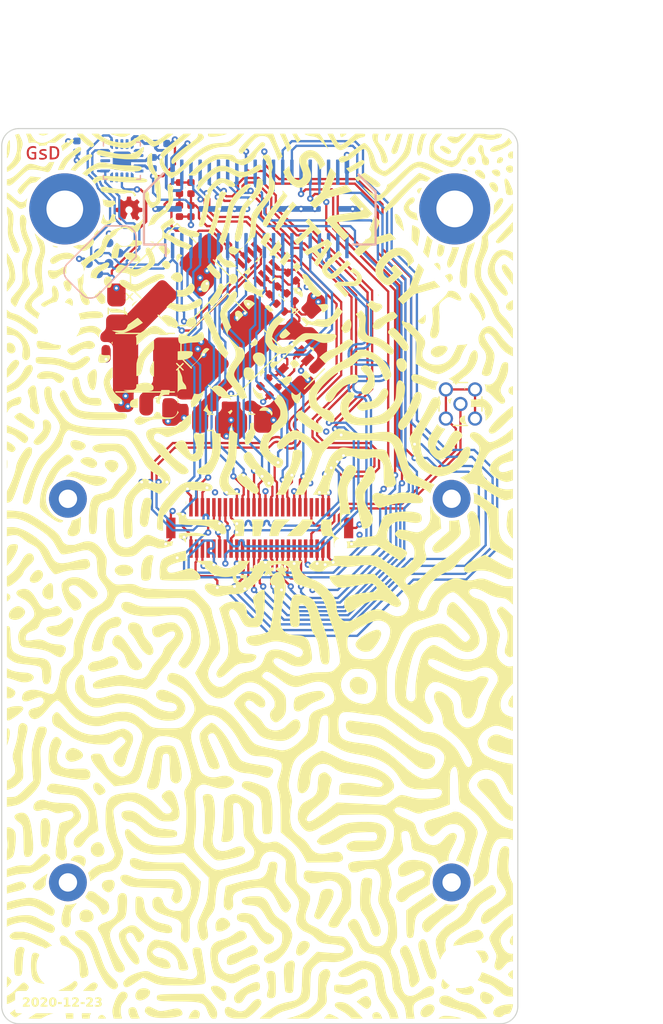
<source format=kicad_pcb>
(kicad_pcb (version 20201116) (generator pcbnew)
  (title_block (title "Tau2 Breakout") (date "2020-12-23") (rev "r1.0") (comment 1 "SYZYGY Pod"))
  (layers (0 "F.Cu" signal) (1 "In1.Cu" power) (2 "In2.Cu" signal) (31 "B.Cu" signal) (34 "B.Paste" user) (35 "F.Paste" user) (36 "B.SilkS" user "B.Silkscreen") (37 "F.SilkS" user "F.Silkscreen") (38 "B.Mask" user) (39 "F.Mask" user) (44 "Edge.Cuts" user))
  (net 0 "")
  (net 1 "GND")
  (net 2 "+3V3")
  (net 3 "/Peripheral MCU/MISO")
  (net 4 "/Peripheral MCU/~RESET")
  (net 5 "/SCL")
  (net 6 "/SDA")
  (net 7 "/RGA")
  (net 8 "Net-(C1-Pad2)")
  (net 9 "Net-(C1-Pad1)")
  (net 10 "Net-(C2-Pad1)")
  (net 11 "/MAIN_POWER")
  (net 12 "/RS232_RX")
  (net 13 "/LVDS_SYNC_P")
  (net 14 "/RS232_TX")
  (net 15 "+5V")
  (net 16 "/LVDS_SYNC_N")
  (net 17 "/XP_D17")
  (net 18 "/LVDS_DATA1_P")
  (net 19 "/XP_D16")
  (net 20 "/LVDS_DATA1_N")
  (net 21 "/XP_D15")
  (net 22 "/LVDS_DATA2_P")
  (net 23 "/XP_D13")
  (net 24 "/LVDS_DATA2_N")
  (net 25 "/XP_D11")
  (net 26 "/XP_D14")
  (net 27 "/XP_D9")
  (net 28 "/XP_D12")
  (net 29 "/XP_D7")
  (net 30 "/XP_D10")
  (net 31 "/XP_D5")
  (net 32 "/XP_D8")
  (net 33 "/XP_D3")
  (net 34 "/XP_D6")
  (net 35 "/XP_D1")
  (net 36 "/XP_D4")
  (net 37 "/TAU_PWR_OC")
  (net 38 "/XP_D2")
  (net 39 "/TAU_PWR_EN")
  (net 40 "/XP_D0")
  (net 41 "/LVDS_CLK_P")
  (net 42 "/XP_CLK1")
  (net 43 "/LVDS_CLK_N")
  (net 44 "/XP_CLK2")
  (net 45 "/3V3_OUT")
  (net 46 "/VIDEO_N")
  (net 47 "Net-(U2-Pad2)")
  (net 48 "Net-(U2-Pad3)")
  (net 49 "Net-(U2-Pad4)")
  (net 50 "Net-(U2-Pad11)")
  (net 51 "Net-(U2-Pad12)")
  (net 52 "Net-(U2-Pad14)")
  (net 53 "Net-(U2-Pad15)")
  (net 54 "Net-(J1-Pad37)")
  (net 55 "Net-(J1-Pad38)")
  (net 56 "/VCCIO")
  (net 57 "/VIDEO_P")
  (net 58 "Net-(J2-Pad8)")
  (net 59 "Net-(J2-Pad7)")
  (net 60 "/TAU_5V")
  (net 61 "Net-(R6-Pad1)")
  (net 62 "Net-(R7-Pad1)")
  (net 63 "no_connect_65")
  (net 64 "no_connect_66")
  (net 65 "no_connect_67")
  (net 66 "no_connect_68")
  (net 67 "no_connect_63")
  (net 68 "no_connect_64")
  (footprint "Capacitor_SMD:C_0402_1005Metric" (layer "F.Cu") (at 132.8 94.1 -45)
    (fp_text reference "C8" hide)
    (fp_text value "0.1uF" hide)
  )
  (footprint "Capacitor_SMD:CP_Elec_6.3x5.3" (layer "F.Cu") (at 122.8 94.3 45)
    (fp_text reference "C7" hide)
    (fp_text value "120uF" hide)
  )
  (footprint "Capacitor_SMD:C_0805_2012Metric" (layer "F.Cu") (at 125.7 106.8)
    (fp_text reference "C12" hide)
    (fp_text value "10uF" hide)
  )
  (footprint "Connector_Coaxial:MMCX_Molex_73415-1471_Vertical" (layer "F.Cu") (at 147.5 105.2)
    (fp_text reference "J4" hide)
    (fp_text value "Conn_Coaxial" hide)
  )
  (footprint "Resistor_SMD:R_0402_1005Metric" (layer "F.Cu") (at 132.7 95.9 -45)
    (fp_text reference "R5" hide)
    (fp_text value "10R" hide)
  )
  (footprint "Resistor_SMD:R_0402_1005Metric" (layer "F.Cu") (at 130.4 103.3 -135)
    (fp_text reference "R1" hide)
    (fp_text value "10k" hide)
  )
  (footprint "MountingHole:MountingHole_3.2mm_M3_DIN965" (layer "F.Cu") (at 147.5 98.2 90)
    (fp_text reference "H2" hide)
    (fp_text value "MountingHole" hide)
  )
  (footprint "MountingHole:MountingHole_3.2mm_M3_DIN965" (layer "F.Cu") (at 112.4 154.2 90)
    (fp_text reference "H3" hide)
    (fp_text value "MountingHole" hide)
  )
  (footprint "Capacitor_SMD:C_0805_2012Metric" (layer "F.Cu") (at 117.5 97.1 90)
    (fp_text reference "C6" hide)
    (fp_text value "10uF" hide)
  )
  (footprint "MountingHole:MountingHole_3.2mm_M3_DIN965" (layer "F.Cu") (at 112.5 98.2 90)
    (fp_text reference "H1" hide)
    (fp_text value "MountingHole" hide)
  )
  (footprint "MountingHole:MountingHole_2.1mm" (layer "F.Cu") (at 146.728 146.887)
    (fp_text reference "REF**" hide)
    (fp_text value "MountingHole_2.1mm" hide)
  )
  (footprint "Package_TO_SOT_SMD:SOT-23-8" (layer "F.Cu") (at 129.8 93 135)
    (fp_text reference "U3" hide)
    (fp_text value "INA219AxDCN" hide)
  )
  (footprint "Capacitor_SMD:C_0402_1005Metric" (layer "F.Cu") (at 123.4 105 -90)
    (fp_text reference "C2" hide)
    (fp_text value "0.1uF" hide)
  )
  (footprint "LOGO" (layer "F.Cu") (at 130 120.2)
    (fp_text reference "G***")
    (fp_text value "LOGO" hide)
  )
  (footprint "Resistor_SMD:R_0402_1005Metric" (layer "F.Cu") (at 124 86.385 -90)
    (fp_text reference "R9" hide)
    (fp_text value "0R" hide)
  )
  (footprint "Resistor_SMD:R_0402_1005Metric" (layer "F.Cu") (at 123 88.385 -90)
    (fp_text reference "R6" hide)
    (fp_text value "DNP" hide)
  )
  (footprint "gkl_logos:gsd_logo_small" (layer "F.Cu") (at 111.1 83.4)
    (fp_text reference "G***" hide)
    (fp_text value "LOGO" hide)
  )
  (footprint "Inductor_SMD:L_Taiyo-Yuden_NR-50xx" (layer "F.Cu") (at 120 101.6 180)
    (fp_text reference "L1" hide)
    (fp_text value "22uH" hide)
  )
  (footprint "Resistor_SMD:R_0402_1005Metric" (layer "F.Cu") (at 131.2 104.1 -135)
    (fp_text reference "R2" hide)
    (fp_text value "10k" hide)
  )
  (footprint "Resistor_SMD:R_0402_1005Metric" (layer "F.Cu") (at 124 88.385 -90)
    (fp_text reference "R7" hide)
    (fp_text value "DNP" hide)
  )
  (footprint "Capacitor_SMD:C_0402_1005Metric" (layer "F.Cu") (at 131.2 95.3 45)
    (fp_text reference "C1" hide)
    (fp_text value "0.1uF" hide)
  )
  (footprint "Connector_PinHeader_1.00mm:PinHeader_1x01_P1.00mm_Vertical" (layer "F.Cu") (at 146.56 142.81)
    (fp_text reference "" hide)
    (fp_text value "" hide)
  )
  (footprint "Capacitor_SMD:C_0402_1005Metric" (layer "F.Cu") (at 116.6 99.9 -90)
    (fp_text reference "C5" hide)
    (fp_text value "0.1uF" hide)
  )
  (footprint "Resistor_SMD:R_0805_2012Metric" (layer "F.Cu") (at 133.7 97.7 45)
    (fp_text reference "R4" hide)
    (fp_text value "100m" hide)
  )
  (footprint "Capacitor_SMD:C_0402_1005Metric" (layer "F.Cu") (at 128.5 105.3 180)
    (fp_text reference "C13" hide)
    (fp_text value "0.1uF" hide)
  )
  (footprint "Capacitor_SMD:C_0805_2012Metric" (layer "F.Cu") (at 129.3 106.8 180)
    (fp_text reference "C14" hide)
    (fp_text value "10uF" hide)
  )
  (footprint "MountingHole:MountingHole_3.2mm_M3_DIN965" (layer "F.Cu") (at 147.5 154.2 90)
    (fp_text reference "H4" hide)
    (fp_text value "MountingHole" hide)
  )
  (footprint "Resistor_SMD:R_0402_1005Metric" (layer "F.Cu") (at 131.8 96.8 -45)
    (fp_text reference "R3" hide)
    (fp_text value "10R" hide)
  )
  (footprint "MountingHole:MountingHole_2.1mm" (layer "F.Cu") (at 113.272 113.459)
    (fp_text reference "REF**" hide)
    (fp_text value "MountingHole_2.1mm" hide)
  )
  (footprint "MountingHole:MountingHole_2.1mm" (layer "F.Cu") (at 113.272 146.887)
    (fp_text reference "REF**" hide)
    (fp_text value "MountingHole_2.1mm" hide)
  )
  (footprint "gsd-footprints:DF12(5.0)-50DP" (layer "F.Cu") (at 130 116 180)
    (fp_text reference "J2" hide)
    (fp_text value "Conn_02x25_Odd_Even" hide)
  )
  (footprint "Package_TO_SOT_SMD:SOT-23-5" (layer "F.Cu") (at 133.4 102.1 -135)
    (fp_text reference "U1" hide)
    (fp_text value "TPS2061" hide)
  )
  (footprint "Resistor_SMD:R_0402_1005Metric" (layer "F.Cu") (at 123 86.385 -90)
    (fp_text reference "R8" hide)
    (fp_text value "0R" hide)
  )
  (footprint "MountingHole:MountingHole_2.1mm" (layer "F.Cu") (at 146.728 113.459)
    (fp_text reference "REF**" hide)
    (fp_text value "MountingHole_2.1mm" hide)
  )
  (footprint "Capacitor_SMD:CP_Elec_6.3x5.3" (layer "F.Cu") (at 127.2 100.4 45)
    (fp_text reference "C4" hide)
    (fp_text value "120uF" hide)
  )
  (footprint "Capacitor_SMD:C_0805_2012Metric" (layer "F.Cu") (at 121.1 105.4)
    (fp_text reference "C3" hide)
    (fp_text value "10uF" hide)
  )
  (footprint "Capacitor_SMD:C_0402_1005Metric" (layer "F.Cu") (at 126.5 105.3)
    (fp_text reference "C11" hide)
    (fp_text value "0.1uF" hide)
  )
  (footprint "gkl_logos:oshw_small" (layer "F.Cu") (at 118.6 88.2)
    (fp_text reference "G***" hide)
    (fp_text value "LOGO" hide)
  )
  (footprint "gsd-footprints:SYZYGY-STD-POD" (layer "B.Cu") (at 130 88.2 180)
    (fp_text reference "J1" hide)
    (fp_text value "SYZYGY-STD" hide)
  )
  (footprint "Package_DFN_QFN:QFN-20-1EP_3x3mm_P0.45mm_EP1.6x1.6mm" (layer "B.Cu") (at 117.979 84 -90)
    (fp_text reference "U2" hide)
    (fp_text value "ATtiny44A-MMH" hide)
  )
  (footprint "Resistor_SMD:R_0402_1005Metric" (layer "B.Cu") (at 121.4 82.5 180)
    (fp_text reference "R15" hide)
    (fp_text value "10K" hide)
  )
  (footprint "Capacitor_SMD:C_0402_1005Metric" (layer "B.Cu") (at 120.7 84.2 90)
    (fp_text reference "C9" hide)
    (fp_text value "0.1uF" hide)
  )
  (footprint "Capacitor_SMD:C_0402_1005Metric" (layer "B.Cu") (at 114.05 82.765 90)
    (fp_text reference "C10" hide)
    (fp_text value "1uF" hide)
  )
  (footprint "pkl_tag_connect:TC2030-NL_SMALL" (layer "B.Cu") (at 116.4 92.5 -135)
    (fp_text reference "J3" hide)
    (fp_text value "TagConnect" hide)
  )
  (gr_line (start 151 159.2) (end 109 159.2) (layer "Edge.Cuts") (width 0.1))
  (gr_line (start 109 81.2) (end 151 81.2) (layer "Edge.Cuts") (width 0.1))
  (gr_line (start 107.5 157.7) (end 107.5 82.7) (layer "Edge.Cuts") (width 0.1))
  (gr_arc (start 109 82.7) (end 109 81.2) (angle -90) (layer "Edge.Cuts") (width 0.1))
  (gr_arc (start 109 157.7) (end 107.5 157.7) (angle -90) (layer "Edge.Cuts") (width 0.1))
  (gr_line (start 152.5 82.7) (end 152.5 157.7) (layer "Edge.Cuts") (width 0.1))
  (gr_arc (start 151 82.7) (end 152.5 82.7) (angle -90) (layer "Edge.Cuts") (width 0.1))
  (gr_arc (start 151 157.7) (end 151 159.2) (angle -90) (layer "Edge.Cuts") (width 0.1))
  (segment (start 126.6375 106.8) (end 126.6375 106.1625) (width 0.2) (layer "F.Cu") (net 1))
  (segment (start 134.2 112.1) (end 134 112.3) (width 0.2) (layer "F.Cu") (net 1))
  (segment (start 135.5 117.9) (end 135.5 119) (width 0.2) (layer "F.Cu") (net 1))
  (segment (start 124.8 94.2) (end 124.779899 93.879899) (width 0.2) (layer "F.Cu") (net 1))
  (segment (start 125.4 93.6) (end 125.4 94.7) (width 0.2) (layer "F.Cu") (net 1))
  (segment (start 137.75 116) (end 138.4 116) (width 0.2) (layer "F.Cu") (net 1))
  (segment (start 117.5 96.1625) (end 117.5 95.1) (width 0.2) (layer "F.Cu") (net 1))
  (segment (start 128 97.7) (end 128.920101 98.420101) (width 0.2) (layer "F.Cu") (net 1))
  (segment (start 125 114.2) (end 125 112.9) (width 0.2) (layer "F.Cu") (net 1))
  (segment (start 128.920101 98.420101) (end 129.179899 98.420101) (width 0.2) (layer "F.Cu") (net 1))
  (segment (start 134.177817 101.322183) (end 133.6 101.9) (width 0.2) (layer "F.Cu") (net 1))
  (segment (start 133.4 94.7) (end 133.4 95.3) (width 0.2) (layer "F.Cu") (net 1))
  (segment (start 133.6 101.9) (end 133.6 102.3) (width 0.2) (layer "F.Cu") (net 1))
  (segment (start 136 118.6) (end 136 117.8) (width 0.2) (layer "F.Cu") (net 1))
  (segment (start 128 114.2) (end 128 112.8) (width 0.2) (layer "F.Cu") (net 1))
  (segment (start 123.4 105.485) (end 123.4 106.4) (width 0.2) (layer "F.Cu") (net 1))
  (segment (start 122 105.4375) (end 122 106.7) (width 0.2) (layer "F.Cu") (net 1))
  (segment (start 134 117.8) (end 134 119) (width 0.2) (layer "F.Cu") (net 1))
  (segment (start 127.7 106.8) (end 127.5 106.6) (width 0.2) (layer "F.Cu") (net 1))
  (segment (start 122.0375 105.4) (end 122 105.4375) (width 0.2) (layer "F.Cu") (net 1))
  (segment (start 125 112.9) (end 125.4 112.5) (width 0.2) (layer "F.Cu") (net 1))
  (segment (start 136.4 119) (end 136 118.6) (width 0.2) (layer "F.Cu") (net 1))
  (segment (start 122.25 116.95) (end 121.8 117.4) (width 0.2) (layer "F.Cu") (net 1))
  (segment (start 121.7 87.8) (end 121.7 88.2) (width 0.2) (layer "F.Cu") (net 1))
  (segment (start 130.5 114.2) (end 130.5 112.8) (width 0.2) (layer "F.Cu") (net 1))
  (segment (start 130.811163 93.544472) (end 131.366691 94.1) (width 0.2) (layer "F.Cu") (net 1))
  (segment (start 133 117.8) (end 133 119.1) (width 0.2) (layer "F.Cu") (net 1))
  (segment (start 124.779899 93.879899) (end 124.779899 92.320101) (width 0.2) (layer "F.Cu") (net 1))
  (segment (start 128.3625 106.1625) (end 128.015 105.815) (width 0.2) (layer "F.Cu") (net 1))
  (segment (start 129.179899 96.579899) (end 129.179899 98.420101) (width 0.2) (layer "F.Cu") (net 1))
  (segment (start 128.015 105.3) (end 126.985 105.3) (width 0.2) (layer "F.Cu") (net 1))
  (segment (start 128.3625 106.8) (end 128.3625 106.1625) (width 0.2) (layer "F.Cu") (net 1))
  (segment (start 135.5 119) (end 135.7 119.2) (width 0.2) (layer "F.Cu") (net 1))
  (segment (start 125.5 93.040202) (end 124.779899 92.320101) (width 0.2) (layer "F.Cu") (net 1))
  (segment (start 131.8 94.1) (end 132.5 94.8) (width 0.2) (layer "F.Cu") (net 1))
  (segment (start 134 119) (end 134.2 119.2) (width 0.2) (layer "F.Cu") (net 1))
  (segment (start 122.25 114.675) (end 122.4 114.525) (width 0.2) (layer "F.Cu") (net 1))
  (segment (start 116.6 100.385) (end 116.6 101.3) (width 0.2) (layer "F.Cu") (net 1))
  (segment (start 126.6375 106.1625) (end 126.985 105.815) (width 0.2) (layer "F.Cu") (net 1))
  (segment (start 134.4 112.1) (end 134.2 112.1) (width 0.2) (layer "F.Cu") (net 1))
  (segment (start 124.8 94.2) (end 124.8 95.2) (width 0.2) (layer "F.Cu") (net 1))
  (segment (start 125 119.2) (end 125.1 119.3) (width 0.2) (layer "F.Cu") (net 1))
  (segment (start 131.366691 94.1) (end 131.8 94.1) (width 0.2) (layer "F.Cu") (net 1))
  (segment (start 129 96.5) (end 129.179899 96.579899) (width 0.2) (layer "F.Cu") (net 1))
  (segment (start 122.2 86.1) (end 122.2 87.3) (width 0.2) (layer "F.Cu") (net 1))
  (segment (start 123 85.9) (end 122.4 85.9) (width 0.2) (layer "F.Cu") (net 1))
  (segment (start 122.25 116) (end 122.25 116.95) (width 0.2) (layer "F.Cu") (net 1))
  (segment (start 135 117.8) (end 135 119.1) (width 0.2) (layer "F.Cu") (net 1))
  (segment (start 128.7 97.3) (end 129.179899 97.479899) (width 0.2) (layer "F.Cu") (net 1))
  (segment (start 132.5 94.8) (end 132.785894 94.8) (width 0.2) (layer "F.Cu") (net 1))
  (segment (start 125.4 93.6) (end 125.5 93.040202) (width 0.2) (layer "F.Cu") (net 1))
  (segment (start 138.4 116) (end 138.7 115.7) (width 0.2) (layer "F.Cu") (net 1))
  (segment (start 128.015 105.815) (end 128.015 105.3) (width 0.2) (layer "F.Cu") (net 1))
  (segment (start 132.785894 94.8) (end 133.142947 94.442947) (width 0.2) (layer "F.Cu") (net 1))
  (segment (start 126.985 105.815) (end 126.985 105.3) (width 0.2) (layer "F.Cu") (net 1))
  (segment (start 125 117.8) (end 125 119.2) (width 0.2) (layer "F.Cu") (net 1))
  (segment (start 133 114.2) (end 133 112.8) (width 0.2) (layer "F.Cu") (net 1))
  (segment (start 129.179899 97.479899) (end 129.179899 98.420101) (width 0.2) (layer "F.Cu") (net 1))
  (segment (start 122.4 85.9) (end 122.2 86.1) (width 0.2) (layer "F.Cu") (net 1))
  (segment (start 128 117.8) (end 128 119.1) (width 0.2) (layer "F.Cu") (net 1))
  (segment (start 130.5 117.7) (end 130.5 119) (width 0.2) (layer "F.Cu") (net 1))
  (segment (start 124 85.9) (end 123 85.9) (width 0.2) (layer "F.Cu") (net 1))
  (segment (start 122.25 116) (end 122.25 114.675) (width 0.2) (layer "F.Cu") (net 1))
  (segment (start 133.142947 94.442947) (end 133.4 94.7) (width 0.2) (layer "F.Cu") (net 1))
  (segment (start 134 112.3) (end 134 114.2) (width 0.2) (layer "F.Cu") (net 1))
  (segment (start 128.3625 106.8) (end 127.7 106.8) (width 0.2) (layer "F.Cu") (net 1))
  (segment (start 122.2 87.3) (end 121.7 87.8) (width 0.2) (layer "F.Cu") (net 1))
  (via (at 130.5 119) (size 0.55) (drill 0.25) (layers "F.Cu" "B.Cu") (net 1))
  (via (at 133.6 88.2) (size 0.55) (drill 0.25) (layers "F.Cu" "B.Cu") (net 1))
  (via (at 129 96.5) (size 0.55) (drill 0.25) (layers "F.Cu" "B.Cu") (net 1))
  (via (at 128 97.7) (size 0.55) (drill 0.25) (layers "F.Cu" "B.Cu") (net 1))
  (via (at 116.6 101.3) (size 0.55) (drill 0.25) (layers "F.Cu" "B.Cu") (net 1))
  (via (at 134.2 119.2) (size 0.55) (drill 0.25) (layers "F.Cu" "B.Cu") (net 1))
  (via (at 119.7 112) (size 0.55) (drill 0.25) (layers "F.Cu" "B.Cu") (net 1))
  (via (at 121.9 112) (size 0.55) (drill 0.25) (layers "F.Cu" "B.Cu") (net 1))
  (via (at 133.6 102.3) (size 0.55) (drill 0.25) (layers "F.Cu" "B.Cu") (net 1))
  (via (at 136.4 119) (size 0.55) (drill 0.25) (layers "F.Cu" "B.Cu") (net 1))
  (via (at 123.4 106.4) (size 0.55) (drill 0.25) (layers "F.Cu" "B.Cu") (net 1))
  (via (at 122.8 118.6) (size 0.55) (drill 0.25) (layers "F.Cu" "B.Cu") (net 1))
  (via (at 127.1 112.9) (size 0.55) (drill 0.25) (layers "F.Cu" "B.Cu") (net 1))
  (via (at 138.9 88.2) (size 0.55) (drill 0.25) (layers "F.Cu" "B.Cu") (net 1))
  (via (at 120.9 88.2) (size 0.55) (drill 0.25) (layers "F.Cu" "B.Cu") (net 1))
  (via (at 127.5 104.3) (size 0.55) (drill 0.25) (layers "F.Cu" "B.Cu") (net 1))
  (via (at 128.7 97.3) (size 0.55) (drill 0.25) (layers "F.Cu" "B.Cu") (net 1))
  (via (at 135 119.1) (size 0.55) (drill 0.25) (layers "F.Cu" "B.Cu") (net 1))
  (via (at 127.8 88.2) (size 0.55) (drill 0.25) (layers "F.Cu" "B.Cu") (net 1))
  (via (at 113.3 82.315) (size 0.55) (drill 0.25) (layers "F.Cu" "B.Cu") (net 1))
  (via (at 135.7 111.3) (size 0.55) (drill 0.25) (layers "F.Cu" "B.Cu") (net 1))
  (via (at 127.5 107.4) (size 0.55) (drill 0.25) (layers "F.Cu" "B.Cu") (net 1))
  (via (at 125.4 93.6) (size 0.55) (drill 0.25) (layers "F.Cu" "B.Cu") (net 1))
  (via (at 117.5 95.1) (size 0.55) (drill 0.25) (layers "F.Cu" "B.Cu") (net 1))
  (via (at 126.5 88.2) (size 0.55) (drill 0.25) (layers "F.Cu" "B.Cu") (net 1))
  (via (at 137.3 109.7) (size 0.55) (drill 0.25) (layers "F.Cu" "B.Cu") (net 1))
  (via (at 128 112.8) (size 0.55) (drill 0.25) (layers "F.Cu" "B.Cu") (net 1))
  (via (at 125.4 94.7) (size 0.55) (drill 0.25) (layers "F.Cu" "B.Cu") (net 1))
  (via (at 138.7 115.7) (size 0.55) (drill 0.25) (layers "F.Cu" "B.Cu") (net 1))
  (via (at 135.7 119.2) (size 0.55) (drill 0.25) (layers "F.Cu" "B.Cu") (net 1))
  (via (at 128 119.1) (size 0.55) (drill 0.25) (layers "F.Cu" "B.Cu") (net 1))
  (via (at 121.8 117.4) (size 0.55) (drill 0.25) (layers "F.Cu" "B.Cu") (net 1))
  (via (at 133 119.1) (size 0.55) (drill 0.25) (layers "F.Cu" "B.Cu") (net 1))
  (via (at 123.4 116.8) (size 0.55) (drill 0.25) (layers "F.Cu" "B.Cu") (net 1))
  (via (at 130.5 112.8) (size 0.55) (drill 0.25) (layers "F.Cu" "B.Cu") (net 1))
  (via (at 134.4 112.1) (size 0.55) (drill 0.25) (layers "F.Cu" "B.Cu") (net 1))
  (via (at 133 112.8) (size 0.55) (drill 0.25) (layers "F.Cu" "B.Cu") (net 1))
  (via (at 134.8 88.2) (size 0.55) (drill 0.25) (layers "F.Cu" "B.Cu") (net 1))
  (via (at 124.8 94.2) (size 0.55) (drill 0.25) (layers "F.Cu" "B.Cu") (net 1))
  (via (at 122 106.7) (size 0.55) (drill 0.25) (layers "F.Cu" "B.Cu") (net 1))
  (via (at 135.8 107.6) (size 0.55) (drill 0.25) (layers "F.Cu" "B.Cu") (net 1))
  (via (at 121.35 83.7) (size 0.55) (drill 0.25) (layers "F.Cu" "B.Cu") (net 1))
  (via (at 125.4 112.5) (size 0.55) (drill 0.25) (layers "F.Cu" "B.Cu") (net 1))
  (via (at 127.1 108) (size 0.55) (drill 0.25) (layers "F.Cu" "B.Cu") (net 1))
  (via (at 133.4 95.3) (size 0.55) (drill 0.25) (layers "F.Cu" "B.Cu") (net 1))
  (via (at 114.25 92.55) (size 0.55) (drill 0.25) (layers "F.Cu" "B.Cu") (net 1))
  (via (at 138.7 116.6) (size 0.55) (drill 0.25) (layers "F.Cu" "B.Cu") (net 1))
  (via (at 121.7 88.2) (size 0.55) (drill 0.25) (layers "F.Cu" "B.Cu") (net 1))
  (via (at 137.1 107.9) (size 0.55) (drill 0.25) (layers "F.Cu" "B.Cu") (net 1))
  (via (at 138.1 88.2) (size 0.55) (drill 0.25) (layers "F.Cu" "B.Cu") (net 1))
  (via (at 127.5 106.6) (size 0.55) (drill 0.25) (layers "F.Cu" "B.Cu") (net 1))
  (via (at 138 117.4) (size 0.55) (drill 0.25) (layers "F.Cu" "B.Cu") (net 1))
  (via (at 128.9 88.2) (size 0.55) (drill 0.25) (layers "F.Cu" "B.Cu") (net 1))
  (via (at 132.5 88.2) (size 0.55) (drill 0.25) (layers "F.Cu" "B.Cu") (net 1))
  (via (at 124.8 95.2) (size 0.55) (drill 0.25) (layers "F.Cu" "B.Cu") (net 1))
  (via (at 122.4 114.525) (size 0.55) (drill 0.25) (layers "F.Cu" "B.Cu") (net 1))
  (via (at 125.1 119.3) (size 0.55) (drill 0.25) (layers "F.Cu" "B.Cu") (net 1))
  (via (at 126.1 112.9) (size 0.55) (drill 0.25) (layers "F.Cu" "B.Cu") (net 1))
  (segment (start 113.335 82.28) (end 113.3 82.315) (width 0.25) (layer "B.Cu") (net 1))
  (segment (start 119.429 84) (end 120.05 84) (width 0.25) (layer "B.Cu") (net 1))
  (segment (start 115.052962 92.949013) (end 114.653949 92.55) (width 0.25) (layer "B.Cu") (net 1))
  (segment (start 121.335 83.715) (end 121.35 83.7) (width 0.25) (layer "B.Cu") (net 1))
  (segment (start 120.7 83.715) (end 121.335 83.715) (width 0.25) (layer "B.Cu") (net 1))
  (segment (start 119.429 84) (end 117.979 84) (width 0.25) (layer "B.Cu") (net 1))
  (segment (start 114.653949 92.55) (end 114.25 92.55) (width 0.25) (layer "B.Cu") (net 1))
  (segment (start 120.05 84) (end 120.335 83.715) (width 0.25) (layer "B.Cu") (net 1))
  (segment (start 120.335 83.715) (end 120.7 83.715) (width 0.25) (layer "B.Cu") (net 1))
  (segment (start 114.05 82.28) (end 113.335 82.28) (width 0.25) (layer "B.Cu") (net 1))
  (segment (start 131.685929 93.5) (end 131.270782 93.084853) (width 0.2) (layer "F.Cu") (net 2))
  (segment (start 122.6 84.3) (end 122.6 82.15) (width 0.2) (layer "F.Cu") (net 2))
  (segment (start 124 88.87) (end 123 88.87) (width 0.2) (layer "F.Cu") (net 2))
  (segment (start 133.1 93.5) (end 134.1 94.5) (width 0.2) (layer "F.Cu") (net 2))
  (segment (start 132.714106 93.5) (end 133.1 93.5) (width 0.2) (layer "F.Cu") (net 2))
  (segment (start 130.857053 104.442947) (end 130.3 105) (width 0.2) (layer "F.Cu") (net 2))
  (segment (start 132.457053 93.757053) (end 132.714106 93.5) (width 0.2) (layer "F.Cu") (net 2))
  (segment (start 130.857053 104.442947) (end 130.057053 103.642947) (width 0.2) (layer "F.Cu") (net 2))
  (segment (start 132.457053 93.757053) (end 132.2 93.5) (width 0.2) (layer "F.Cu") (net 2))
  (segment (start 132.2 93.5) (end 131.685929 93.5) (width 0.2) (layer "F.Cu") (net 2))
  (segment (start 121.55 85.35) (end 122.6 84.3) (width 0.2) (layer "F.Cu") (net 2))
  (segment (start 124 88.87) (end 124 89.6) (width 0.2) (layer "F.Cu") (net 2))
  (segment (start 134.1 94.5) (end 134.1 95) (width 0.2) (layer "F.Cu") (net 2))
  (segment (start 120.7 85.35) (end 121.55 85.35) (width 0.2) (layer "F.Cu") (net 2))
  (via (at 116.85 90.35) (size 0.55) (drill 0.25) (layers "F.Cu" "B.Cu") (net 2))
  (via (at 137.6 83.5) (size 0.55) (drill 0.25) (layers "F.Cu" "B.Cu") (net 2))
  (via (at 130.3 105) (size 0.55) (drill 0.25) (layers "F.Cu" "B.Cu") (net 2))
  (via (at 134.1 95) (size 0.55) (drill 0.25) (layers "F.Cu" "B.Cu") (net 2))
  (via (at 114.05 83.965) (size 0.55) (drill 0.25) (layers "F.Cu" "B.Cu") (net 2))
  (via (at 124 89.6) (size 0.55) (drill 0.25) (layers "F.Cu" "B.Cu") (net 2))
  (via (at 120.7 85.35) (size 0.55) (drill 0.25) (layers "F.Cu" "B.Cu") (net 2))
  (via (at 122.6 82.15) (size 0.55) (drill 0.25) (layers "F.Cu" "B.Cu") (net 2))
  (segment (start 137.6 85) (end 137.6 83.5) (width 0.4) (layer "B.Cu") (net 2))
  (segment (start 124 87.9) (end 123.5 87.4) (width 0.2) (layer "B.Cu") (net 2))
  (segment (start 120.665 84.65) (end 120.7 84.685) (width 0.25) (layer "B.Cu") (net 2))
  (segment (start 116.849013 91.152962) (end 116.849013 90.350987) (width 0.2) (layer "B.Cu") (net 2))
  (segment (start 123.5 87.4) (end 121.3 87.4) (width 0.2) (layer "B.Cu") (net 2))
  (segment (start 121.885 82.5) (end 122.25 82.5) (width 0.25) (layer "B.Cu") (net 2))
  (segment (start 119.429 84.45) (end 120 84.45) (width 0.25) (layer "B.Cu") (net 2))
  (segment (start 116.849013 90.350987) (end 116.85 90.35) (width 0.2) (layer "B.Cu") (net 2))
  (segment (start 120.7 84.685) (end 120.7 85.35) (width 0.25) (layer "B.Cu") (net 2))
  (segment (start 121.3 87.4) (end 120.7 86.8) (width 0.2) (layer "B.Cu") (net 2))
  (segment (start 120.7 86.8) (end 120.7 85.35) (width 0.2) (layer "B.Cu") (net 2))
  (segment (start 122.25 82.5) (end 122.6 82.15) (width 0.25) (layer "B.Cu") (net 2))
  (segment (start 120.2 84.65) (end 120.665 84.65) (width 0.25) (layer "B.Cu") (net 2))
  (segment (start 120 84.45) (end 120.2 84.65) (width 0.25) (layer "B.Cu") (net 2))
  (segment (start 124 89.6) (end 124 87.9) (width 0.2) (layer "B.Cu") (net 2))
  (segment (start 114.05 83.25) (end 114.05 83.965) (width 0.25) (layer "B.Cu") (net 2))
  (segment (start 118.15 89.85) (end 118.8 89.85) (width 0.2) (layer "B.Cu") (net 3))
  (segment (start 118.099013 92.050987) (end 117.747038 92.050987) (width 0.2) (layer "B.Cu") (net 3))
  (segment (start 116.1875 86.1125) (end 117.35 87.275) (width 0.2) (layer "B.Cu") (net 3))
  (segment (start 116.529 83.1) (end 115.65 83.1) (width 0.2) (layer "B.Cu") (net 3))
  (segment (start 117.35 87.275) (end 117.35 89.05) (width 0.2) (layer "B.Cu") (net 3))
  (segment (start 117.35 89.05) (end 118.15 89.85) (width 0.2) (layer "B.Cu") (net 3))
  (segment (start 116 85.65) (end 116.1875 86.1125) (width 0.2) (layer "B.Cu") (net 3))
  (segment (start 115.4 83.35) (end 115.4 85.05) (width 0.2) (layer "B.Cu") (net 3))
  (segment (start 115.65 83.1) (end 115.4 83.35) (width 0.2) (layer "B.Cu") (net 3))
  (segment (start 119.1 90.15) (end 119.1 91.05) (width 0.2) (layer "B.Cu") (net 3))
  (segment (start 119.1 91.05) (end 118.099013 92.050987) (width 0.2) (layer "B.Cu") (net 3))
  (segment (start 115.4 85.05) (end 116 85.65) (width 0.2) (layer "B.Cu") (net 3))
  (segment (start 118.8 89.85) (end 119.1 90.15) (width 0.2) (layer "B.Cu") (net 3))
  (segment (start 120.1 89.3) (end 120.1 87) (width 0.2) (layer "F.Cu") (net 4))
  (segment (start 117.1 93.6) (end 119.5 91.2) (width 0.2) (layer "F.Cu") (net 4))
  (segment (start 117.1 94.2) (end 117.1 93.6) (width 0.2) (layer "F.Cu") (net 4))
  (segment (start 120.1 87) (end 119.6 86.5) (width 0.2) (layer "F.Cu") (net 4))
  (segment (start 119.5 89.9) (end 120.1 89.3) (width 0.2) (layer "F.Cu") (net 4))
  (segment (start 119.6 86.5) (end 119.3 86.5) (width 0.2) (layer "F.Cu") (net 4))
  (segment (start 119.5 91.2) (end 119.5 89.9) (width 0.2) (layer "F.Cu") (net 4))
  (via (at 119.3 86.5) (size 0.55) (drill 0.25) (layers "F.Cu" "B.Cu") (net 4))
  (via (at 117.1 94.2) (size 0.55) (drill 0.25) (layers "F.Cu" "B.Cu") (net 4))
  (segment (start 119.3 86.5) (end 118.2 86.5) (width 0.2) (layer "B.Cu") (net 4))
  (segment (start 116.747038 93.847038) (end 117.1 94.2) (width 0.2) (layer "B.Cu") (net 4))
  (segment (start 117.979 86.279) (end 117.979 86.179) (width 0.2) (layer "B.Cu") (net 4))
  (segment (start 115.950987 93.847038) (end 116.747038 93.847038) (width 0.2) (layer "B.Cu") (net 4))
  (segment (start 117.979 85.45) (end 117.979 86.179) (width 0.2) (layer "B.Cu") (net 4))
  (segment (start 118.2 86.5) (end 117.979 86.279) (width 0.2) (layer "B.Cu") (net 4))
  (segment (start 129.715147 91.529218) (end 130.1 91.914071) (width 0.2) (layer "F.Cu") (net 5))
  (segment (start 129 94.1) (end 128.1 95) (width 0.2) (layer "F.Cu") (net 5))
  (segment (start 124 98.8) (end 123.2 98.8) (width 0.2) (layer "F.Cu") (net 5))
  (segment (start 130.1 91.914071) (end 130.1 93) (width 0.2) (layer "F.Cu") (net 5))
  (segment (start 130.1 93) (end 129 94.1) (width 0.2) (layer "F.Cu") (net 5))
  (segment (start 128.1 95) (end 127.8 95) (width 0.2) (layer "F.Cu") (net 5))
  (segment (start 127.8 95) (end 124 98.8) (width 0.2) (layer "F.Cu") (net 5))
  (via (at 123.2 98.8) (size 0.55) (drill 0.25) (layers "F.Cu" "B.Cu") (net 5))
  (segment (start 121.6 93.4) (end 117.3 93.4) (width 0.2) (layer "B.Cu") (net 5))
  (segment (start 115.949013 92.949013) (end 115.3 92.3) (width 0.2) (layer "B.Cu") (net 5))
  (segment (start 122.8 95.9) (end 122.8 93) (width 0.2) (layer "B.Cu") (net 5))
  (segment (start 116.85 81.8) (end 117.079 82.029) (width 0.2) (layer "B.Cu") (net 5))
  (segment (start 122.8 95.9) (end 122.8 98.4) (width 0.2) (layer "B.Cu") (net 5))
  (segment (start 117.3 93.4) (end 116.849013 92.949013) (width 0.2) (layer "B.Cu") (net 5))
  (segment (start 116.35 81.8) (end 116.85 81.8) (width 0.2) (layer "B.Cu") (net 5))
  (segment (start 117.079 82.029) (end 117.079 82.55) (width 0.2) (layer "B.Cu") (net 5))
  (segment (start 115 85.15) (end 115 83.15) (width 0.2) (layer "B.Cu") (net 5))
  (segment (start 115.3 91.1) (end 116.95 89.45) (width 0.2) (layer "B.Cu") (net 5))
  (segment (start 123.2 98.8) (end 122.8 98.4) (width 0.2) (layer "B.Cu") (net 5))
  (segment (start 122.8 93) (end 122.4 92.6) (width 0.2) (layer "B.Cu") (net 5))
  (segment (start 115 83.15) (end 116.35 81.8) (width 0.2) (layer "B.Cu") (net 5))
  (segment (start 122.4 91.4) (end 122.4 92.6) (width 0.2) (layer "B.Cu") (net 5))
  (segment (start 116.849013 92.949013) (end 115.949013 92.949013) (width 0.2) (layer "B.Cu") (net 5))
  (segment (start 116.95 87.45) (end 115.9 86.4) (width 0.2) (layer "B.Cu") (net 5))
  (segment (start 115.9 86.4) (end 115.7 85.85) (width 0.2) (layer "B.Cu") (net 5))
  (segment (start 115.7 85.85) (end 115 85.15) (width 0.2) (layer "B.Cu") (net 5))
  (segment (start 115.3 92.3) (end 115.3 91.1) (width 0.2) (layer "B.Cu") (net 5))
  (segment (start 122.4 92.6) (end 121.6 93.4) (width 0.2) (layer "B.Cu") (net 5))
  (segment (start 116.95 89.45) (end 116.95 87.45) (width 0.2) (layer "B.Cu") (net 5))
  (segment (start 127.7 94.5) (end 128.1 94.5) (width 0.2) (layer "F.Cu") (net 6))
  (segment (start 124.2 98) (end 123.4 98) (width 0.2) (layer "F.Cu") (net 6))
  (segment (start 127.2 95) (end 124.2 98) (width 0.2) (layer "F.Cu") (net 6))
  (segment (start 129.255528 91.988837) (end 129.7 92.433309) (width 0.2) (layer "F.Cu") (net 6))
  (segment (start 128.1 94.5) (end 128.8 93.8) (width 0.2) (layer "F.Cu") (net 6))
  (segment (start 129.7 92.433309) (end 129.7 92.9) (width 0.2) (layer "F.Cu") (net 6))
  (segment (start 129.7 92.9) (end 128.8 93.8) (width 0.2) (layer "F.Cu") (net 6))
  (segment (start 127.2 95) (end 127.7 94.5) (width 0.2) (layer "F.Cu") (net 6))
  (via (at 123.4 98) (size 0.55) (drill 0.25) (layers "F.Cu" "B.Cu") (net 6))
  (segment (start 123.2 90.1) (end 123 89.9) (width 0.2) (layer "B.Cu") (net 6))
  (segment (start 122 89.9) (end 122.3 89.9) (width 0.2) (layer "B.Cu") (net 6))
  (segment (start 116.529 85.879) (end 117.75 87.1) (width 0.2) (layer "B.Cu") (net 6))
  (segment (start 119.5 91.65) (end 118.4 92.75) (width 0.2) (layer "B.Cu") (net 6))
  (segment (start 118.4 93.05) (end 121.15 93.05) (width 0.2) (layer "B.Cu") (net 6))
  (segment (start 123.2 96) (end 123.2 97) (width 0.2) (layer "B.Cu") (net 6))
  (segment (start 121.75 90.75) (end 121.75 90.15) (width 0.2) (layer "B.Cu") (net 6))
  (segment (start 123.4 98) (end 123.4 97.2) (width 0.2) (layer "B.Cu") (net 6))
  (segment (start 121.75 90.15) (end 122 89.9) (width 0.2) (layer "B.Cu") (net 6))
  (segment (start 117.85 93.05) (end 118.4 93.05) (width 0.2) (layer "B.Cu") (net 6))
  (segment (start 123.2 91.4) (end 123.2 90.1) (width 0.2) (layer "B.Cu") (net 6))
  (segment (start 116.529 84.9) (end 116.529 85.879) (width 0.2) (layer "B.Cu") (net 6))
  (segment (start 123.2 96) (end 123.2 91.4) (width 0.2) (layer "B.Cu") (net 6))
  (segment (start 121.75 92.45) (end 121.75 90.75) (width 0.2) (layer "B.Cu") (net 6))
  (segment (start 123.2 97) (end 123.4 97.2) (width 0.2) (layer "B.Cu") (net 6))
  (segment (start 117.75 88.85) (end 118.35 89.45) (width 0.2) (layer "B.Cu") (net 6))
  (segment (start 123 89.9) (end 122.85 89.9) (width 0.2) (layer "B.Cu") (net 6))
  (segment (start 122.3 89.9) (end 122.85 89.9) (width 0.2) (layer "B.Cu") (net 6))
  (segment (start 121.15 93.05) (end 121.75 92.45) (width 0.2) (layer "B.Cu") (net 6))
  (segment (start 116.850987 92.050987) (end 117.85 93.05) (width 0.2) (layer "B.Cu") (net 6))
  (segment (start 119 89.45) (end 119.5 89.95) (width 0.2) (layer "B.Cu") (net 6))
  (segment (start 118.4 92.75) (end 118.4 93.05) (width 0.2) (layer "B.Cu") (net 6))
  (segment (start 115.950987 92.050987) (end 116.850987 92.050987) (width 0.2) (layer "B.Cu") (net 6))
  (segment (start 118.35 89.45) (end 119 89.45) (width 0.2) (layer "B.Cu") (net 6))
  (segment (start 116.529 84.9) (end 115.9 84.9) (width 0.2) (layer "B.Cu") (net 6))
  (segment (start 117.75 87.1) (end 117.75 88.85) (width 0.2) (layer "B.Cu") (net 6))
  (segment (start 119.5 89.95) (end 119.5 91.65) (width 0.2) (layer "B.Cu") (net 6))
  (segment (start 118.879 82.071) (end 119.05 81.9) (width 0.25) (layer "B.Cu") (net 7))
  (segment (start 118.879 82.55) (end 118.879 82.071) (width 0.25) (layer "B.Cu") (net 7))
  (segment (start 123.05 86.6) (end 123.2 86.45) (width 0.2) (layer "B.Cu") (net 7))
  (segment (start 121.85 86.35) (end 121.85 83.3) (width 0.25) (layer "B.Cu") (net 7))
  (segment (start 121.1 83.1) (end 120.915 82.915) (width 0.25) (layer "B.Cu") (net 7))
  (segment (start 123.05 86.6) (end 122.1 86.6) (width 0.25) (layer "B.Cu") (net 7))
  (segment (start 119.95 82.5) (end 120.915 82.5) (width 0.25) (layer "B.Cu") (net 7))
  (segment (start 121.65 83.1) (end 121.1 83.1) (width 0.25) (layer "B.Cu") (net 7))
  (segment (start 123.2 85) (end 123.2 86.45) (width 0.25) (layer "B.Cu") (net 7))
  (segment (start 119.35 81.9) (end 119.95 82.5) (width 0.25) (layer "B.Cu") (net 7))
  (segment (start 122.1 86.6) (end 121.85 86.35) (width 0.25) (layer "B.Cu") (net 7))
  (segment (start 120.915 82.915) (end 120.915 82.5) (width 0.25) (layer "B.Cu") (net 7))
  (segment (start 119.05 81.9) (end 119.35 81.9) (width 0.25) (layer "B.Cu") (net 7))
  (segment (start 121.85 83.3) (end 121.65 83.1) (width 0.25) (layer "B.Cu") (net 7))
  (segment (start 131.885894 95.3) (end 132.1 95.3) (width 0.2) (layer "F.Cu") (net 8))
  (segment (start 132.357053 95.557053) (end 132.1 95.3) (width 0.2) (layer "F.Cu") (net 8))
  (segment (start 130.933309 94.6) (end 131.185894 94.6) (width 0.2) (layer "F.Cu") (net 8))
  (segment (start 130.344472 94.011163) (end 130.933309 94.6) (width 0.2) (layer "F.Cu") (net 8))
  (segment (start 131.542947 94.957053) (end 131.885894 95.3) (width 0.2) (layer "F.Cu") (net 8))
  (segment (start 131.185894 94.6) (end 131.542947 94.957053) (width 0.2) (layer "F.Cu") (net 8))
  (segment (start 130.5 95.285894) (end 130.857053 95.642947) (width 0.2) (layer "F.Cu") (net 9))
  (segment (start 130.857053 95.642947) (end 131.1 95.885894) (width 0.2) (layer "F.Cu") (net 9))
  (segment (start 130.5 95.085929) (end 130.5 95.285894) (width 0.2) (layer "F.Cu") (net 9))
  (segment (start 131.1 95.885894) (end 131.1 96.1) (width 0.2) (layer "F.Cu") (net 9))
  (segment (start 131.1 96.1) (end 131.457053 96.457053) (width 0.2) (layer "F.Cu") (net 9))
  (segment (start 129.884853 94.470782) (end 130.5 95.085929) (width 0.2) (layer "F.Cu") (net 9))
  (segment (start 134 97.4) (end 133.65 97.4) (width 0.2) (layer "F.Cu") (net 10))
  (segment (start 134.362913 97.037087) (end 134 97.4) (width 0.2) (layer "F.Cu") (net 10))
  (segment (start 121.8 101.6) (end 124.440202 101.6) (width 0.2) (layer "F.Cu") (net 10))
  (segment (start 123.4 104.2) (end 125.220101 102.379899) (width 0.2) (layer "F.Cu") (net 10))
  (segment (start 133.042947 96.792947) (end 133.042947 96.242947) (width 0.2) (layer "F.Cu") (net 10))
  (segment (start 121.8 102.915) (end 123.4 104.515) (width 0.2) (layer "F.Cu") (net 10))
  (segment (start 121.8 101.6) (end 121.8 102.915) (width 0.2) (layer "F.Cu") (net 10))
  (segment (start 124.440202 101.6) (end 125.220101 102.379899) (width 0.2) (layer "F.Cu") (net 10))
  (segment (start 124.9 101.2) (end 124.9 102.059798) (width 0.2) (layer "F.Cu") (net 10))
  (segment (start 124.9 102.059798) (end 125.220101 102.379899) (width 0.2) (layer "F.Cu") (net 10))
  (segment (start 120.1625 105.0375) (end 121.5 103.7) (width 0.2) (layer "F.Cu") (net 10))
  (segment (start 123.4 104.515) (end 123.4 104.2) (width 0.2) (layer "F.Cu") (net 10))
  (segment (start 134.362913 97.037087) (end 135.2 96.2) (width 0.2) (layer "F.Cu") (net 10))
  (segment (start 120.1625 105.4) (end 120.1625 105.0375) (width 0.2) (layer "F.Cu") (net 10))
  (segment (start 133.65 97.4) (end 133.042947 96.792947) (width 0.2) (layer "F.Cu") (net 10))
  (segment (start 121.5 103.7) (end 121.5 101.9) (width 0.2) (layer "F.Cu") (net 10))
  (segment (start 124.9 100.6) (end 124.9 101.2) (width 0.2) (layer "F.Cu") (net 10))
  (segment (start 121.5 101.9) (end 121.8 101.6) (width 0.2) (layer "F.Cu") (net 10))
  (segment (start 124.9 99.8) (end 124.9 100.6) (width 0.2) (layer "F.Cu") (net 10))
  (via (at 134.7 95.8) (size 0.55) (drill 0.25) (layers "F.Cu" "B.Cu") (net 10))
  (via (at 135.1 96.3) (size 0.55) (drill 0.25) (layers "F.Cu" "B.Cu") (net 10))
  (via (at 125.1 100.9) (size 0.55) (drill 0.25) (layers "F.Cu" "B.Cu") (net 10))
  (via (at 124.6 100.4) (size 0.55) (drill 0.25) (layers "F.Cu" "B.Cu") (net 10))
  (via (at 124.9 99.8) (size 0.55) (drill 0.25) (layers "F.Cu" "B.Cu") (net 10))
  (segment (start 117.9 98.4375) (end 117.815 98.5225) (width 0.2) (layer "F.Cu") (net 11))
  (segment (start 118.3 101.7) (end 118.2 101.6) (width 0.2) (layer "F.Cu") (net 11))
  (segment (start 136 114.2) (end 136 112.9) (width 0.2) (layer "F.Cu") (net 11))
  (segment (start 117.815 98.5225) (end 117.815 99.415) (width 0.2) (layer "F.Cu") (net 11))
  (segment (start 118.3 104.5) (end 118.3 101.7) (width 0.2) (layer "F.Cu") (net 11))
  (segment (start 119.1 98) (end 117.5375 98) (width 0.2) (layer "F.Cu") (net 11))
  (segment (start 120.820101 96.279899) (end 119.1 98) (width 0.2) (layer "F.Cu") (net 11))
  (segment (start 118.2 99.8) (end 117.815 99.415) (width 0.2) (layer "F.Cu") (net 11))
  (segment (start 118.2 101.6) (end 118.2 99.8) (width 0.2) (layer "F.Cu") (net 11))
  (segment (start 135.5 113.2) (end 135.2 112.9) (width 0.2) (layer "F.Cu") (net 11))
  (segment (start 117.5 98.0375) (end 117.9 98.4375) (width 0.2) (layer "F.Cu") (net 11))
  (segment (start 135.5 114.2) (end 135.5 113.2) (width 0.2) (layer "F.Cu") (net 11))
  (segment (start 117.815 99.415) (end 116.6 99.415) (width 0.2) (layer "F.Cu") (net 11))
  (segment (start 117.5375 98) (end 117.5 98.0375) (width 0.2) (layer "F.Cu") (net 11))
  (via (at 118.5 105.4) (size 0.55) (drill 0.25) (layers "F.Cu" "B.Cu") (net 11))
  (via (at 118.3 104.5) (size 0.55) (drill 0.25) (layers "F.Cu" "B.Cu") (net 11))
  (via (at 135.2 112.9) (size 0.55) (drill 0.25) (layers "F.Cu" "B.Cu") (net 11))
  (via (at 117.9 105.1) (size 0.55) (drill 0.25) (layers "F.Cu" "B.Cu") (net 11))
  (via (at 136 112.9) (size 0.55) (drill 0.25) (layers "F.Cu" "B.Cu") (net 11))
  (segment (start 124 114.2) (end 124 113.2) (width 0.2) (layer "F.Cu") (net 12))
  (segment (start 124 113.2) (end 123.7 112.9) (width 0.2) (layer "F.Cu") (net 12))
  (segment (start 123.7 112.9) (end 123.7 112.6) (width 0.2) (layer "F.Cu") (net 12))
  (via (at 123.7 112.6) (size 0.55) (drill 0.25) (layers "F.Cu" "B.Cu") (net 12))
  (segment (start 124.3 103.5) (end 124.3 111.5) (width 0.2) (layer "B.Cu") (net 12))
  (segment (start 124.4 96.4) (end 124.4 98.6) (width 0.2) (layer "B.Cu") (net 12))
  (segment (start 123.7 112.1) (end 124.3 111.5) (width 0.2) (layer "B.Cu") (net 12))
  (segment (start 123.7 93.6) (end 123.7 95.7) (width 0.2) (layer "B.Cu") (net 12))
  (segment (start 123.5 99.5) (end 123.5 101.2) (width 0.2) (layer "B.Cu") (net 12))
  (segment (start 123.7 93.6) (end 124 93.3) (width 0.2) (layer "B.Cu") (net 12))
  (segment (start 124.3 102) (end 123.5 101.2) (width 0.2) (layer "B.Cu") (net 12))
  (segment (start 124.3 103.5) (end 124.3 102) (width 0.2) (layer "B.Cu") (net 12))
  (segment (start 123.7 95.7) (end 124.4 96.4) (width 0.2) (layer "B.Cu") (net 12))
  (segment (start 124 91.4) (end 124 93.3) (width 0.2) (layer "B.Cu") (net 12))
  (segment (start 123.7 112.6) (end 123.7 112.1) (width 0.2) (layer "B.Cu") (net 12))
  (segment (start 124.4 98.6) (end 123.5 99.5) (width 0.2) (layer "B.Cu") (net 12))
  (segment (start 132.806782 108.633687) (end 132.907659 108.585107) (width 0.2) (layer "F.Cu") (net 13))
  (segment (start 132.8017 106.41545) (end 132.838473 106.378677) (width 0.2) (layer "F.Cu") (net 13))
  (segment (start 132.217156 92.7) (end 128.817156 89.3) (width 0.2) (layer "F.Cu") (net 13))
  (segment (start 132.55866 106.920128) (end 132.600915 106.734998) (width 0.2) (layer "F.Cu") (net 13))
  (segment (start 132.8017 107.614696) (end 132.683305 107.466234) (width 0.2) (layer "F.Cu") (net 13))
  (segment (start 131.589918 108.078765) (end 131.775048 108.12102) (width 0.2) (layer "F.Cu") (net 13))
  (segment (start 132.683305 107.466234) (end 132.600915 107.295148) (width 0.2) (layer "F.Cu") (net 13))
  (segment (start 131.775048 108.12102) (end 131.946134 108.20341) (width 0.2) (layer "F.Cu") (net 13))
  (segment (start 125.2 88.582844) (end 125.2 87.482843) (width 0.2) (layer "F.Cu") (net 13))
  (segment (start 132.476503 108.633687) (end 132.585661 108.658601) (width 0.2) (layer "F.Cu") (net 13))
  (segment (start 130.617156 108.6) (end 130.89535 108.321805) (width 0.2) (layer "F.Cu") (net 13))
  (segment (start 120.425 112) (end 120.6 111.825) (width 0.2) (layer "F.Cu") (net 13))
  (segment (start 132.697625 108.658601) (end 132.806782 108.633687) (width 0.2) (layer "F.Cu") (net 13))
  (segment (start 130.89535 108.321805) (end 131.043813 108.20341) (width 0.2) (layer "F.Cu") (net 13))
  (segment (start 136.7 102.517156) (end 136.7 96.482844) (width 0.2) (layer "F.Cu") (net 13))
  (segment (start 132.094596 108.321805) (end 132.28809 108.515298) (width 0.2) (layer "F.Cu") (net 13))
  (segment (start 133.113584 108.326884) (end 133.138498 108.217726) (width 0.2) (layer "F.Cu") (net 13))
  (segment (start 125.2 87.482843) (end 125.082323 87.365166) (width 0.2) (layer "F.Cu") (net 13))
  (segment (start 120.6 111.825) (end 120.6 110.417156) (width 0.2) (layer "F.Cu") (net 13))
  (segment (start 126.375 116.675) (end 126.375 116.375) (width 0.2) (layer "F.Cu") (net 13))
  (segment (start 132.838473 106.378677) (end 132.838476 106.378679) (width 0.2) (layer "F.Cu") (net 13))
  (segment (start 128.817156 89.3) (end 125.917156 89.3) (width 0.2) (layer "F.Cu") (net 13))
  (segment (start 133.138498 108.217726) (end 133.138498 108.105762) (width 0.2) (layer "F.Cu") (net 13))
  (segment (start 120.6 110.417156) (end 122.417156 108.6) (width 0.2) (layer "F.Cu") (net 13))
  (segment (start 132.600915 106.734998) (end 132.683305 106.563913) (width 0.2) (layer "F.Cu") (net 13))
  (segment (start 133.138498 108.105762) (end 133.113584 107.996605) (width 0.2) (layer "F.Cu") (net 13))
  (segment (start 126.5 116.8) (end 126.375 116.675) (width 0.2) (layer "F.Cu") (net 13))
  (segment (start 133.065004 107.895728) (end 132.995195 107.808191) (width 0.2) (layer "F.Cu") (net 13))
  (segment (start 133.113584 107.996605) (end 133.065004 107.895728) (width 0.2) (layer "F.Cu") (net 13))
  (segment (start 136.7 96.482844) (end 132.917156 92.7) (width 0.2) (layer "F.Cu") (net 13))
  (segment (start 132.995195 107.808191) (end 132.8017 107.614696) (width 0.2) (layer "F.Cu") (net 13))
  (segment (start 122.417156 108.6) (end 130.617156 108.6) (width 0.2) (layer "F.Cu") (net 13))
  (segment (start 131.214898 108.12102) (end 131.400028 108.078765) (width 0.2) (layer "F.Cu") (net 13))
  (segment (start 132.55866 107.110019) (end 132.55866 106.920128) (width 0.2) (layer "F.Cu") (net 13))
  (segment (start 132.600915 107.295148) (end 132.55866 107.110019) (width 0.2) (layer "F.Cu") (net 13))
  (segment (start 132.838476 106.378679) (end 134.817383 104.399773) (width 0.2) (layer "F.Cu") (net 13))
  (segment (start 132.995196 108.515298) (end 133.065004 108.42776) (width 0.2) (layer "F.Cu") (net 13))
  (segment (start 126.5 117.8) (end 126.5 116.8) (width 0.2) (layer "F.Cu") (net 13))
  (segment (start 133.065004 108.42776) (end 133.113584 108.326884) (width 0.2) (layer "F.Cu") (net 13))
  (segment (start 131.946134 108.20341) (end 132.094596 108.321805) (width 0.2) (layer "F.Cu") (net 13))
  (segment (start 125.917156 89.3) (end 125.2 88.582844) (width 0.2) (layer "F.Cu") (net 13))
  (segment (start 132.683305 106.563913) (end 132.8017 106.41545) (width 0.2) (layer "F.Cu") (net 13))
  (segment (start 125.082323 87.365166) (end 124.834834 87.365166) (width 0.2) (layer "F.Cu") (net 13))
  (segment (start 132.28809 108.515298) (end 132.375627 108.585107) (width 0.2) (layer "F.Cu") (net 13))
  (segment (start 132.375627 108.585107) (end 132.476503 108.633687) (width 0.2) (layer "F.Cu") (net 13))
  (segment (start 131.043813 108.20341) (end 131.214898 108.12102) (width 0.2) (layer "F.Cu") (net 13))
  (segment (start 134.817383 104.399773) (end 136.7 102.517156) (width 0.2) (layer "F.Cu") (net 13))
  (segment (start 131.400028 108.078765) (end 131.589918 108.078765) (width 0.2) (layer "F.Cu") (net 13))
  (segment (start 132.907659 108.585107) (end 132.995196 108.515298) (width 0.2) (layer "F.Cu") (net 13))
  (segment (start 132.585661 108.658601) (end 132.697625 108.658601) (width 0.2) (layer "F.Cu") (net 13))
  (segment (start 132.917156 92.7) (end 132.217156 92.7) (width 0.2) (layer "F.Cu") (net 13))
  (via (at 120.425 112) (size 0.55) (drill 0.25) (layers "F.Cu" "B.Cu") (net 13))
  (via (at 126.375 116.375) (size 0.55) (drill 0.25) (layers "F.Cu" "B.Cu") (net 13))
  (via (at 124.834834 87.365166) (size 0.55) (drill 0.25) (layers "F.Cu" "B.Cu") (net 13))
  (segment (start 125.4 115.8) (end 124.6 115.8) (width 0.2) (layer "B.Cu") (net 13))
  (segment (start 126.375 116.375) (end 125.8 115.8) (width 0.2) (layer "B.Cu") (net 13))
  (segment (start 124.2 86.482843) (end 124.834834 87.117677) (width 0.2) (layer "B.Cu") (net 13))
  (segment (start 125.8 115.8) (end 125.4 115.8) (width 0.2) (layer "B.Cu") (net 13))
  (segment (start 120.6 112.175) (end 120.6 114.382844) (width 0.2) (layer "B.Cu") (net 13))
  (segment (start 124.2 86.2) (end 124.2 86.482843) (width 0.2) (layer "B.Cu") (net 13))
  (segment (start 120.6 114.382844) (end 122.417156 116.2) (width 0.2) (layer "B.Cu") (net 13))
  (segment (start 124.834834 87.117677) (end 124.834834 87.365166) (width 0.2) (layer "B.Cu") (net 13))
  (segment (start 124.2 116.2) (end 122.417156 116.2) (width 0.2) (layer "B.Cu") (net 13))
  (segment (start 124 86) (end 124.2 86.2) (width 0.2) (layer "B.Cu") (net 13))
  (segment (start 124 85) (end 124 86) (width 0.2) (layer "B.Cu") (net 13))
  (segment (start 124.6 115.8) (end 124.2 116.2) (width 0.2) (layer "B.Cu") (net 13))
  (segment (start 120.425 112) (end 120.6 112.175) (width 0.2) (layer "B.Cu") (net 13))
  (segment (start 124 116.6) (end 124 117.8) (width 0.2) (layer "F.Cu") (net 14))
  (segment (start 123.3 114.8) (end 123.3 115.9) (width 0.2) (layer "F.Cu") (net 14))
  (segment (start 123.3 115.9) (end 124 116.6) (width 0.2) (layer "F.Cu") (net 14))
  (via (at 123.3 114.8) (size 0.55) (drill 0.25) (layers "F.Cu" "B.Cu") (net 14))
  (segment (start 124.8 91.4) (end 124.8 92.5) (width 0.2) (layer "B.Cu") (net 14))
  (segment (start 124.9 98.6) (end 124.9 96.1) (width 0.2) (layer "B.Cu") (net 14))
  (segment (start 124.8 105.5) (end 124.8 111.6) (width 0.2) (layer "B.Cu") (net 14))
  (segment (start 124.8 93.1) (end 124.2 93.7) (width 0.2) (layer "B.Cu") (net 14))
  (segment (start 124.45 113.35) (end 123.3 114.5) (width 0.2) (layer "B.Cu") (net 14))
  (segment (start 124 99.5) (end 124 100.6) (width 0.2) (layer "B.Cu") (net 14))
  (segment (start 124 99.5) (end 124.9 98.6) (width 0.2) (layer "B.Cu") (net 14))
  (segment (start 124.2 95.4) (end 124.2 93.7) (width 0.2) (layer "B.Cu") (net 14))
  (segment (start 124.8 103.5) (end 124.8 101.8) (width 0.2) (layer "B.Cu") (net 14))
  (segment (start 124 100.6) (end 124 101) (width 0.2) (layer "B.Cu") (net 14))
  (segment (start 123.3 114.5) (end 123.3 114.8) (width 0.2) (layer "B.Cu") (net 14))
  (segment (start 124.8 101.8) (end 124 101) (width 0.2) (layer "B.Cu") (net 14))
  (segment (start 124.9 96.1) (end 124.2 95.4) (width 0.2) (layer "B.Cu") (net 14))
  (segment (start 124.45 111.95) (end 124.8 111.6) (width 0.2) (layer "B.Cu") (net 14))
  (segment (start 124.45 113.35) (end 124.45 111.95) (width 0.2) (layer "B.Cu") (net 14))
  (segment (start 124.8 92.5) (end 124.8 93.1) (width 0.2) (layer "B.Cu") (net 14))
  (segment (start 124.8 105.5) (end 124.8 103.5) (width 0.2) (layer "B.Cu") (net 14))
  (segment (start 129.5 105.3) (end 130.2375 106.0375) (width 0.2) (layer "F.Cu") (net 15))
  (segment (start 131.2 106.6) (end 131.2 106.8) (width 0.2) (layer "F.Cu") (net 15))
  (segment (start 131 106.8) (end 131.2 106.6) (width 0.2) (layer "F.Cu") (net 15))
  (segment (start 128.985 105.3) (end 129.5 105.3) (width 0.2) (layer "F.Cu") (net 15))
  (segment (start 130.2375 106.8) (end 131 106.8) (width 0.2) (layer "F.Cu") (net 15))
  (segment (start 133.743503 103.1) (end 134.2 103.1) (width 0.2) (layer "F.Cu") (net 15))
  (segment (start 130.2375 106.0375) (end 130.2375 106.8) (width 0.2) (layer "F.Cu") (net 15))
  (segment (start 132 106) (end 132 104.843503) (width 0.2) (layer "F.Cu") (net 15))
  (segment (start 133.293934 103.549569) (end 133.743503 103.1) (width 0.2) (layer "F.Cu") (net 15))
  (segment (start 132 104.843503) (end 133.293934 103.549569) (width 0.2) (layer "F.Cu") (net 15))
  (segment (start 131.2 106.8) (end 132 106) (width 0.2) (layer "F.Cu") (net 15))
  (via (at 123.7 82.5) (size 0.55) (drill 0.25) (layers "F.Cu" "B.Cu") (net 15))
  (via (at 130.825001 105.774999) (size 0.55) (drill 0.25) (layers "F.Cu" "B.Cu") (net 15))
  (via (at 134.2 103.1) (size 0.55) (drill 0.25) (layers "F.Cu" "B.Cu") (net 15))
  (via (at 131.2 106.6) (size 0.55) (drill 0.25) (layers "F.Cu" "B.Cu") (net 15))
  (segment (start 123.7 82.5) (end 122.4 83.8) (width 0.4) (layer "B.Cu") (net 15))
  (segment (start 122.4 83.8) (end 122.4 85) (width 0.4) (layer "B.Cu") (net 15))
  (segment (start 125.6 88.417156) (end 125.6 87.317157) (width 0.2) (layer "F.Cu") (net 16))
  (segment (start 125.365166 87.082323) (end 125.365166 86.834834) (width 0.2) (layer "F.Cu") (net 16))
  (segment (start 133.515598 108.441819) (end 133.557852 108.25669) (width 0.2) (layer "F.Cu") (net 16))
  (segment (start 121.175 112) (end 121 111.825) (width 0.2) (layer "F.Cu") (net 16))
  (segment (start 121 110.582844) (end 122.582844 109) (width 0.2) (layer "F.Cu") (net 16))
  (segment (start 126.5 115.6) (end 126.5 114.2) (width 0.2) (layer "F.Cu") (net 16))
  (segment (start 131.660113 108.523032) (end 131.760989 108.571612) (width 0.2) (layer "F.Cu") (net 16))
  (segment (start 133.433207 108.612905) (end 133.515598 108.441819) (width 0.2) (layer "F.Cu") (net 16))
  (segment (start 137.1 102.682844) (end 137.1 96.317156) (width 0.2) (layer "F.Cu") (net 16))
  (segment (start 132.361569 109.0357) (end 132.546698 109.077954) (width 0.2) (layer "F.Cu") (net 16))
  (segment (start 133.092804 108.953309) (end 133.241267 108.834914) (width 0.2) (layer "F.Cu") (net 16))
  (segment (start 133.121319 106.661522) (end 137.1 102.682844) (width 0.2) (layer "F.Cu") (net 16))
  (segment (start 133.314813 108.761367) (end 133.433207 108.612905) (width 0.2) (layer "F.Cu") (net 16))
  (segment (start 131.760989 108.571612) (end 131.848527 108.641421) (width 0.2) (layer "F.Cu") (net 16))
  (segment (start 132.978015 107.071055) (end 132.978015 106.959091) (width 0.2) (layer "F.Cu") (net 16))
  (segment (start 132.190483 108.953309) (end 132.361569 109.0357) (width 0.2) (layer "F.Cu") (net 16))
  (segment (start 128.982844 88.9) (end 126.082844 88.9) (width 0.2) (layer "F.Cu") (net 16))
  (segment (start 133.121317 106.66152) (end 133.121319 106.661522) (width 0.2) (layer "F.Cu") (net 16))
  (segment (start 133.121317 107.368627) (end 133.051509 107.281089) (width 0.2) (layer "F.Cu") (net 16))
  (segment (start 133.082844 92.3) (end 132.382844 92.3) (width 0.2) (layer "F.Cu") (net 16))
  (segment (start 132.382844 92.3) (end 128.982844 88.9) (width 0.2) (layer "F.Cu") (net 16))
  (segment (start 131.329834 108.523033) (end 131.438991 108.498118) (width 0.2) (layer "F.Cu") (net 16))
  (segment (start 131.438991 108.498118) (end 131.550955 108.498118) (width 0.2) (layer "F.Cu") (net 16))
  (segment (start 133.557852 108.066799) (end 133.515598 107.881669) (width 0.2) (layer "F.Cu") (net 16))
  (segment (start 133.314812 107.562121) (end 133.121317 107.368627) (width 0.2) (layer "F.Cu") (net 16))
  (segment (start 122.582844 109) (end 130.782844 109) (width 0.2) (layer "F.Cu") (net 16))
  (segment (start 131.228957 108.571612) (end 131.329834 108.523033) (width 0.2) (layer "F.Cu") (net 16))
  (segment (start 133.051509 107.281089) (end 133.002929 107.180213) (width 0.2) (layer "F.Cu") (net 16))
  (segment (start 132.042021 108.834915) (end 132.190483 108.953309) (width 0.2) (layer "F.Cu") (net 16))
  (segment (start 133.433207 107.710584) (end 133.314812 107.562121) (width 0.2) (layer "F.Cu") (net 16))
  (segment (start 133.241267 108.834914) (end 133.314813 108.761367) (width 0.2) (layer "F.Cu") (net 16))
  (segment (start 132.546698 109.077954) (end 132.736589 109.077954) (width 0.2) (layer "F.Cu") (net 16))
  (segment (start 132.736589 109.077954) (end 132.921719 109.0357) (width 0.2) (layer "F.Cu") (net 16))
  (segment (start 126.082844 88.9) (end 125.6 88.417156) (width 0.2) (layer "F.Cu") (net 16))
  (segment (start 137.1 96.317156) (end 133.082844 92.3) (width 0.2) (layer "F.Cu") (net 16))
  (segment (start 133.557852 108.25669) (end 133.557852 108.066799) (width 0.2) (layer "F.Cu") (net 16))
  (segment (start 131.848527 108.641421) (end 132.042021 108.834915) (width 0.2) (layer "F.Cu") (net 16))
  (segment (start 121 111.825) (end 121 110.582844) (width 0.2) (layer "F.Cu") (net 16))
  (segment (start 132.978015 106.959091) (end 133.002929 106.849934) (width 0.2) (layer "F.Cu") (net 16))
  (segment (start 131.550955 108.498118) (end 131.660113 108.523032) (width 0.2) (layer "F.Cu") (net 16))
  (segment (start 125.6 87.317157) (end 125.365166 87.082323) (width 0.2) (layer "F.Cu") (net 16))
  (segment (start 130.782844 109) (end 131.14142 108.641421) (width 0.2) (layer "F.Cu") (net 16))
  (segment (start 133.515598 107.881669) (end 133.433207 107.710584) (width 0.2) (layer "F.Cu") (net 16))
  (segment (start 133.051509 106.749057) (end 133.121317 106.66152) (width 0.2) (layer "F.Cu") (net 16))
  (segment (start 132.921719 109.0357) (end 133.092804 108.953309) (width 0.2) (layer "F.Cu") (net 16))
  (segment (start 131.14142 108.641421) (end 131.228957 108.571612) (width 0.2) (layer "F.Cu") (net 16))
  (segment (start 133.002929 107.180213) (end 132.978015 107.071055) (width 0.2) (layer "F.Cu") (net 16))
  (segment (start 133.002929 106.849934) (end 133.051509 106.749057) (width 0.2) (layer "F.Cu") (net 16))
  (via (at 121.175 112) (size 0.55) (drill 0.25) (layers "F.Cu" "B.Cu") (net 16))
  (via (at 125.365166 86.834834) (size 0.55) (drill 0.25) (layers "F.Cu" "B.Cu") (net 16))
  (via (at 126.5 115.6) (size 0.55) (drill 0.25) (layers "F.Cu" "B.Cu") (net 16))
  (segment (start 124.6 86.317157) (end 125.117677 86.834834) (width 0.2) (layer "B.Cu") (net 16))
  (segment (start 121 112.175) (end 121 114.217156) (width 0.2) (layer "B.Cu") (net 16))
  (segment (start 124.4 115.4) (end 124.9 115.4) (width 0.2) (layer "B.Cu") (net 16))
  (segment (start 125.117677 86.834834) (end 125.365166 86.834834) (width 0.2) (layer "B.Cu") (net 16))
  (segment (start 125.024697 115.356367) (end 125.056366 115.324698) (width 0.2) (layer "B.Cu") (net 16))
  (segment (start 125.3 114.842069) (end 125.344504 114.847084) (width 0.2) (layer "B.Cu") (net 16))
  (segment (start 121.175 112) (end 121 112.175) (width 0.2) (layer "B.Cu") (net 16))
  (segment (start 126.3 115.4) (end 126.5 115.6) (width 0.2) (layer "B.Cu") (net 16))
  (segment (start 124.944504 115.394986) (end 124.986776 115.380194) (width 0.2) (layer "B.Cu") (net 16))
  (segment (start 125.543633 115.324698) (end 125.575302 115.356367) (width 0.2) (layer "B.Cu") (net 16))
  (segment (start 125.5 115.042069) (end 125.5 115.2) (width 0.2) (layer "B.Cu") (net 16))
  (segment (start 122.582844 115.8) (end 124 115.8) (width 0.2) (layer "B.Cu") (net 16))
  (segment (start 125.519806 115.286777) (end 125.543633 115.324698) (width 0.2) (layer "B.Cu") (net 16))
  (segment (start 125.344504 114.847084) (end 125.386776 114.861876) (width 0.2) (layer "B.Cu") (net 16))
  (segment (start 125.480193 114.955293) (end 125.494985 114.997565) (width 0.2) (layer "B.Cu") (net 16))
  (segment (start 125.575302 115.356367) (end 125.613223 115.380194) (width 0.2) (layer "B.Cu") (net 16))
  (segment (start 125.505014 115.244505) (end 125.519806 115.286777) (width 0.2) (layer "B.Cu") (net 16))
  (segment (start 125.213223 114.861876) (end 125.255495 114.847084) (width 0.2) (layer "B.Cu") (net 16))
  (segment (start 125.5 115.2) (end 125.505014 115.244505) (width 0.2) (layer "B.Cu") (net 16))
  (segment (start 125.655495 115.394986) (end 125.7 115.4) (width 0.2) (layer "B.Cu") (net 16))
  (segment (start 121 114.217156) (end 122.582844 115.8) (width 0.2) (layer "B.Cu") (net 16))
  (segment (start 125.386776 114.861876) (end 125.424697 114.885703) (width 0.2) (layer "B.Cu") (net 16))
  (segment (start 125.143633 114.917372) (end 125.175302 114.885703) (width 0.2) (layer "B.Cu") (net 16))
  (segment (start 124.9 115.4) (end 124.944504 115.394986) (width 0.2) (layer "B.Cu") (net 16))
  (segment (start 125.1 115.2) (end 125.1 115.042069) (width 0.2) (layer "B.Cu") (net 16))
  (segment (start 125.494985 114.997565) (end 125.5 115.042069) (width 0.2) (layer "B.Cu") (net 16))
  (segment (start 124.6 86.2) (end 124.6 86.317157) (width 0.2) (layer "B.Cu") (net 16))
  (segment (start 125.094985 115.244505) (end 125.1 115.2) (width 0.2) (layer "B.Cu") (net 16))
  (segment (start 125.175302 114.885703) (end 125.213223 114.861876) (width 0.2) (layer "B.Cu") (net 16))
  (segment (start 125.613223 115.380194) (end 125.655495 115.394986) (width 0.2) (layer "B.Cu") (net 16))
  (segment (start 125.056366 115.324698) (end 125.080193 115.286777) (width 0.2) (layer "B.Cu") (net 16))
  (segment (start 125.080193 115.286777) (end 125.094985 115.244505) (width 0.2) (layer "B.Cu") (net 16))
  (segment (start 125.119806 114.955293) (end 125.143633 114.917372) (width 0.2) (layer "B.Cu") (net 16))
  (segment (start 125.7 115.4) (end 126.3 115.4) (width 0.2) (layer "B.Cu") (net 16))
  (segment (start 125.255495 114.847084) (end 125.3 114.842069) (width 0.2) (layer "B.Cu") (net 16))
  (segment (start 125.456366 114.917372) (end 125.480193 114.955293) (width 0.2) (layer "B.Cu") (net 16))
  (segment (start 124.8 86) (end 124.6 86.2) (width 0.2) (layer "B.Cu") (net 16))
  (segment (start 125.1 115.042069) (end 125.105014 114.997565) (width 0.2) (layer "B.Cu") (net 16))
  (segment (start 124 115.8) (end 124.4 115.4) (width 0.2) (layer "B.Cu") (net 16))
  (segment (start 124.8 85) (end 124.8 86) (width 0.2) (layer "B.Cu") (net 16))
  (segment (start 125.424697 114.885703) (end 125.456366 114.917372) (width 0.2) (layer "B.Cu") (net 16))
  (segment (start 125.105014 114.997565) (end 125.119806 114.955293) (width 0.2) (layer "B.Cu") (net 16))
  (segment (start 124.986776 115.380194) (end 125.024697 115.356367) (width 0.2) (layer "B.Cu") (net 16))
  (segment (start 125.9 120.2) (end 126.3 120.6) (width 0.2) (layer "F.Cu") (net 17))
  (segment (start 124.5 118.9) (end 124.4 119) (width 0.2) (layer "F.Cu") (net 17))
  (segment (start 124.5 117.8) (end 124.5 118.9) (width 0.2) (layer "F.Cu") (net 17))
  (segment (start 124.8 120.2) (end 125.9 120.2) (width 0.2) (layer "F.Cu") (net 17))
  (segment (start 124.4 119) (end 124.4 119.8) (width 0.2) (layer "F.Cu") (net 17))
  (segment (start 124.4 119.8) (end 124.8 120.2) (width 0.2) (layer "F.Cu") (net 17))
  (segment (start 126.3 120.6) (end 126.3 121.2) (width 0.2) (layer "F.Cu") (net 17))
  (via (at 126.3 121.2) (size 0.55) (drill 0.25) (layers "F.Cu" "B.Cu") (net 17))
  (segment (start 150.7 117.8) (end 150.7 111.2) (width 0.2) (layer "B.Cu") (net 17))
  (segment (start 126.8 121.2) (end 131 125.4) (width 0.2) (layer "B.Cu") (net 17))
  (segment (start 143.7 106.6) (end 143.7 93.9) (width 0.2) (layer "B.Cu") (net 17))
  (segment (start 139 85.5) (end 139 83) (width 0.2) (layer "B.Cu") (net 17))
  (segment (start 138.5 125.4) (end 143.4 120.5) (width 0.2) (layer "B.Cu") (net 17))
  (segment (start 143.4 120.5) (end 148 120.5) (width 0.2) (layer "B.Cu") (net 17))
  (segment (start 141.5 91.7) (end 141.5 88) (width 0.2) (layer "B.Cu") (net 17))
  (segment (start 126.3 121.2) (end 126.8 121.2) (width 0.2) (layer "B.Cu") (net 17))
  (segment (start 148.7 109.2) (end 146.3 109.2) (width 0.2) (layer "B.Cu") (net 17))
  (segment (start 150.7 111.2) (end 148.7 109.2) (width 0.2) (layer "B.Cu") (net 17))
  (segment (start 139 83) (end 138.3 82.3) (width 0.2) (layer "B.Cu") (net 17))
  (segment (start 132 83.1) (end 132 83.4) (width 0.2) (layer "B.Cu") (net 17))
  (segment (start 131 125.4) (end 138.5 125.4) (width 0.2) (layer "B.Cu") (net 17))
  (segment (start 146.3 109.2) (end 143.7 106.6) (width 0.2) (layer "B.Cu") (net 17))
  (segment (start 148 120.5) (end 150.7 117.8) (width 0.2) (layer "B.Cu") (net 17))
  (segment (start 132 83.4) (end 132 85) (width 0.2) (layer "B.Cu") (net 17))
  (segment (start 132.8 82.3) (end 132 83.1) (width 0.2) (layer "B.Cu") (net 17))
  (segment (start 138.3 82.3) (end 132.8 82.3) (width 0.2) (layer "B.Cu") (net 17))
  (segment (start 143.7 93.9) (end 141.5 91.7) (width 0.2) (layer "B.Cu") (net 17))
  (segment (start 141.5 88) (end 139 85.5) (width 0.2) (layer "B.Cu") (net 17))
  (segment (start 128.5 86.782844) (end 128.5 86.182844) (width 0.2) (layer "F.Cu") (net 18))
  (segment (start 131 87.182844) (end 131 88.282844) (width 0.2) (layer "F.Cu") (net 18))
  (segment (start 134.417156 90.5) (end 139.4 95.482844) (width 0.2) (layer "F.Cu") (net 18))
  (segment (start 131 88.282844) (end 133.217156 90.5) (width 0.2) (layer "F.Cu") (net 18))
  (segment (start 133.217156 90.5) (end 134.417156 90.5) (width 0.2) (layer "F.Cu") (net 18))
  (segment (start 128.5 86.182844) (end 128.782844 85.9) (width 0.2) (layer "F.Cu") (net 18))
  (segment (start 128.782844 85.9) (end 129.717156 85.9) (width 0.2) (layer "F.Cu") (net 18))
  (segment (start 126.917157 87.5) (end 127.782844 87.5) (width 0.2) (layer "F.Cu") (net 18))
  (segment (start 136.282323 106.834834) (end 136.034834 106.834834) (width 0.2) (layer "F.Cu") (net 18))
  (segment (start 126.334834 87.165166) (end 126.582323 87.165166) (width 0.2) (layer "F.Cu") (net 18))
  (segment (start 126.582323 87.165166) (end 126.917157 87.5) (width 0.2) (layer "F.Cu") (net 18))
  (segment (start 139.4 103.717157) (end 136.282323 106.834834) (width 0.2) (layer "F.Cu") (net 18))
  (segment (start 129.717156 85.9) (end 131 87.182844) (width 0.2) (layer "F.Cu") (net 18))
  (segment (start 139.4 95.482844) (end 139.4 103.717157) (width 0.2) (layer "F.Cu") (net 18))
  (segment (start 127 119.1) (end 127 117.8) (width 0.2) (layer "F.Cu") (net 18))
  (segment (start 127.782844 87.5) (end 128.5 86.782844) (width 0.2) (layer "F.Cu") (net 18))
  (via (at 136.034834 106.834834) (size 0.55) (drill 0.25) (layers "F.Cu" "B.Cu") (net 18))
  (via (at 127 119.1) (size 0.55) (drill 0.25) (layers "F.Cu" "B.Cu") (net 18))
  (via (at 126.334834 87.165166) (size 0.55) (drill 0.25) (layers "F.Cu" "B.Cu") (net 18))
  (segment (start 135.082844 118) (end 128 118) (width 0.2) (layer "B.Cu") (net 18))
  (segment (start 127 118.3) (end 127 119.1) (width 0.2) (layer "B.Cu") (net 18))
  (segment (start 127.3 118) (end 127 118.3) (width 0.2) (layer "B.Cu") (net 18))
  (segment (start 138.6 114.482844) (end 135.082844 118) (width 0.2) (layer "B.Cu") (net 18))
  (segment (start 138.6 107.917156) (end 138.6 114.482844) (width 0.2) (layer "B.Cu") (net 18))
  (segment (start 125.6 86) (end 125.8 86.2) (width 0.2) (layer "B.Cu") (net 18))
  (segment (start 137.517678 106.834834) (end 138.6 107.917156) (width 0.2) (layer "B.Cu") (net 18))
  (segment (start 125.6 85) (end 125.6 86) (width 0.2) (layer "B.Cu") (net 18))
  (segment (start 136.034834 106.834834) (end 137.517678 106.834834) (width 0.2) (layer "B.Cu") (net 18))
  (segment (start 126.334834 86.917677) (end 126.334834 87.165166) (width 0.2) (layer "B.Cu") (net 18))
  (segment (start 128 118) (end 127.3 118) (width 0.2) (layer "B.Cu") (net 18))
  (segment (start 125.8 86.382843) (end 126.334834 86.917677) (width 0.2) (layer "B.Cu") (net 18))
  (segment (start 125.8 86.2) (end 125.8 86.382843) (width 0.2) (layer "B.Cu") (net 18))
  (segment (start 125.4 111.6) (end 125.5 111.6) (width 0.2) (layer "F.Cu") (net 19))
  (segment (start 124.5 114.2) (end 124.5 112.5) (width 0.2) (layer "F.Cu") (net 19))
  (segment (start 124.5 112.5) (end 125.4 111.6) (width 0.2) (layer "F.Cu") (net 19))
  (via (at 125.5 111.6) (size 0.55) (drill 0.25) (layers "F.Cu" "B.Cu") (net 19))
  (segment (start 126 100.2) (end 126 103.1) (width 0.2) (layer "B.Cu") (net 19))
  (segment (start 125.3 110.8) (end 125.3 104.2) (width 0.2) (layer "B.Cu") (net 19))
  (segment (start 125.5 111) (end 125.3 110.8) (width 0.2) (layer "B.Cu") (net 19))
  (segment (start 126 103.1) (end 125.6 103.5) (width 0.2) (layer "B.Cu") (net 19))
  (segment (start 125.3 103.8) (end 125.6 103.5) (width 0.2) (layer "B.Cu") (net 19))
  (segment (start 125.6 98.8) (end 125.6 96) (width 0.2) (layer "B.Cu") (net 19))
  (segment (start 125.6 98.8) (end 125.6 99.8) (width 0.2) (layer "B.Cu") (net 19))
  (segment (start 125.6 96) (end 126.1 95.5) (width 0.2) (layer "B.Cu") (net 19))
  (segment (start 125.6 92.822998) (end 125.6 91.4) (width 0.2) (layer "B.Cu") (net 19))
  (segment (start 126.1 95.5) (end 126.1 93.322998) (width 0.2) (layer "B.Cu") (net 19))
  (segment (start 125.5 111.6) (end 125.5 111) (width 0.2) (layer "B.Cu") (net 19))
  (segment (start 126.1 93.322998) (end 125.677002 92.9) (width 0.2) (layer "B.Cu") (net 19))
  (segment (start 125.677002 92.9) (end 125.6 92.822998) (width 0.2) (layer "B.Cu") (net 19))
  (segment (start 125.3 104.2) (end 125.3 103.8) (width 0.2) (layer "B.Cu") (net 19))
  (segment (start 125.6 99.8) (end 126 100.2) (width 0.2) (layer "B.Cu") (net 19))
  (segment (start 126.865166 86.882323) (end 127.082843 87.1) (width 0.2) (layer "F.Cu") (net 20))
  (segment (start 128.1 86.017156) (end 128.617156 85.5) (width 0.2) (layer "F.Cu") (net 20))
  (segment (start 127.617156 87.1) (end 128.1 86.617156) (width 0.2) (layer "F.Cu") (net 20))
  (segment (start 128.617156 85.5) (end 129.882844 85.5) (width 0.2) (layer "F.Cu") (net 20))
  (segment (start 139.8 103.882843) (end 136.565166 107.117677) (width 0.2) (layer "F.Cu") (net 20))
  (segment (start 136.565166 107.117677) (end 136.565166 107.365166) (width 0.2) (layer "F.Cu") (net 20))
  (segment (start 127.2 115.6) (end 127 115.4) (width 0.2) (layer "F.Cu") (net 20))
  (segment (start 134.582844 90.1) (end 139.8 95.317156) (width 0.2) (layer "F.Cu") (net 20))
  (segment (start 129.882844 85.5) (end 131.4 87.017156) (width 0.2) (layer "F.Cu") (net 20))
  (segment (start 131.4 88.117156) (end 133.382844 90.1) (width 0.2) (layer "F.Cu") (net 20))
  (segment (start 128.1 86.617156) (end 128.1 86.017156) (width 0.2) (layer "F.Cu") (net 20))
  (segment (start 127 115.4) (end 127 114.2) (width 0.2) (layer "F.Cu") (net 20))
  (segment (start 126.865166 86.634834) (end 126.865166 86.882323) (width 0.2) (layer "F.Cu") (net 20))
  (segment (start 133.382844 90.1) (end 134.582844 90.1) (width 0.2) (layer "F.Cu") (net 20))
  (segment (start 127.082843 87.1) (end 127.617156 87.1) (width 0.2) (layer "F.Cu") (net 20))
  (segment (start 131.4 87.017156) (end 131.4 88.117156) (width 0.2) (layer "F.Cu") (net 20))
  (segment (start 127.2 116) (end 127.2 115.6) (width 0.2) (layer "F.Cu") (net 20))
  (segment (start 139.8 95.317156) (end 139.8 103.882843) (width 0.2) (layer "F.Cu") (net 20))
  (via (at 126.865166 86.634834) (size 0.55) (drill 0.25) (layers "F.Cu" "B.Cu") (net 20))
  (via (at 136.565166 107.365166) (size 0.55) (drill 0.25) (layers "F.Cu" "B.Cu") (net 20))
  (via (at 127.2 116) (size 0.55) (drill 0.25) (layers "F.Cu" "B.Cu") (net 20))
  (segment (start 137.35199 107.234834) (end 136.695498 107.234834) (width 0.2) (layer "B.Cu") (net 20))
  (segment (start 128.205014 117.230101) (end 128.219806 117.187829) (width 0.2) (layer "B.Cu") (net 20))
  (segment (start 128.713223 117.580194) (end 128.755495 117.594986) (width 0.2) (layer "B.Cu") (net 20))
  (segment (start 128.4 117.074605) (end 128.444504 117.07962) (width 0.2) (layer "B.Cu") (net 20))
  (segment (start 126.617677 86.634834) (end 126.865166 86.634834) (width 0.2) (layer "B.Cu") (net 20))
  (segment (start 128.6 117.4) (end 128.605014 117.444505) (width 0.2) (layer "B.Cu") (net 20))
  (segment (start 128.124697 117.556367) (end 128.156366 117.524698) (width 0.2) (layer "B.Cu") (net 20))
  (segment (start 136.695498 107.234834) (end 136.565166 107.365166) (width 0.2) (layer "B.Cu") (net 20))
  (segment (start 128.444504 117.07962) (end 128.486776 117.094412) (width 0.2) (layer "B.Cu") (net 20))
  (segment (start 128.8 117.6) (end 134.917156 117.6) (width 0.2) (layer "B.Cu") (net 20))
  (segment (start 128.086776 117.580194) (end 128.124697 117.556367) (width 0.2) (layer "B.Cu") (net 20))
  (segment (start 128.6 117.274605) (end 128.6 117.4) (width 0.2) (layer "B.Cu") (net 20))
  (segment (start 128.605014 117.444505) (end 128.619806 117.486777) (width 0.2) (layer "B.Cu") (net 20))
  (segment (start 126.4 85) (end 126.4 85.9) (width 0.2) (layer "B.Cu") (net 20))
  (segment (start 128.194985 117.444505) (end 128.2 117.4) (width 0.2) (layer "B.Cu") (net 20))
  (segment (start 128.643633 117.524698) (end 128.675302 117.556367) (width 0.2) (layer "B.Cu") (net 20))
  (segment (start 127.7 117.6) (end 128 117.6) (width 0.2) (layer "B.Cu") (net 20))
  (segment (start 128.675302 117.556367) (end 128.713223 117.580194) (width 0.2) (layer "B.Cu") (net 20))
  (segment (start 128.180193 117.486777) (end 128.194985 117.444505) (width 0.2) (layer "B.Cu") (net 20))
  (segment (start 128.219806 117.187829) (end 128.243633 117.149908) (width 0.2) (layer "B.Cu") (net 20))
  (segment (start 128.313223 117.094412) (end 128.355495 117.07962) (width 0.2) (layer "B.Cu") (net 20))
  (segment (start 128.524697 117.118239) (end 128.556366 117.149908) (width 0.2) (layer "B.Cu") (net 20))
  (segment (start 138.2 114.317156) (end 138.2 108.082844) (width 0.2) (layer "B.Cu") (net 20))
  (segment (start 128.156366 117.524698) (end 128.180193 117.486777) (width 0.2) (layer "B.Cu") (net 20))
  (segment (start 128.486776 117.094412) (end 128.524697 117.118239) (width 0.2) (layer "B.Cu") (net 20))
  (segment (start 128.275302 117.118239) (end 128.313223 117.094412) (width 0.2) (layer "B.Cu") (net 20))
  (segment (start 128 117.6) (end 128.044504 117.594986) (width 0.2) (layer "B.Cu") (net 20))
  (segment (start 128.243633 117.149908) (end 128.275302 117.118239) (width 0.2) (layer "B.Cu") (net 20))
  (segment (start 128.580193 117.187829) (end 128.594985 117.230101) (width 0.2) (layer "B.Cu") (net 20))
  (segment (start 126.2 86.217157) (end 126.617677 86.634834) (width 0.2) (layer "B.Cu") (net 20))
  (segment (start 128.556366 117.149908) (end 128.580193 117.187829) (width 0.2) (layer "B.Cu") (net 20))
  (segment (start 128.2 117.274605) (end 128.205014 117.230101) (width 0.2) (layer "B.Cu") (net 20))
  (segment (start 126.4 85.9) (end 126.2 86.1) (width 0.2) (layer "B.Cu") (net 20))
  (segment (start 127.2 116) (end 127.2 117.1) (width 0.2) (layer "B.Cu") (net 20))
  (segment (start 126.2 86.1) (end 126.2 86.217157) (width 0.2) (layer "B.Cu") (net 20))
  (segment (start 127.2 117.1) (end 127.7 117.6) (width 0.2) (layer "B.Cu") (net 20))
  (segment (start 138.2 108.082844) (end 137.35199 107.234834) (width 0.2) (layer "B.Cu") (net 20))
  (segment (start 128.619806 117.486777) (end 128.643633 117.524698) (width 0.2) (layer "B.Cu") (net 20))
  (segment (start 128.355495 117.07962) (end 128.4 117.074605) (width 0.2) (layer "B.Cu") (net 20))
  (segment (start 128.2 117.4) (end 128.2 117.274605) (width 0.2) (layer "B.Cu") (net 20))
  (segment (start 134.917156 117.6) (end 138.2 114.317156) (width 0.2) (layer "B.Cu") (net 20))
  (segment (start 128.594985 117.230101) (end 128.6 117.274605) (width 0.2) (layer "B.Cu") (net 20))
  (segment (start 128.755495 117.594986) (end 128.8 117.6) (width 0.2) (layer "B.Cu") (net 20))
  (segment (start 128.044504 117.594986) (end 128.086776 117.580194) (width 0.2) (layer "B.Cu") (net 20))
  (segment (start 128.5 118.8) (end 128.6 118.9) (width 0.2) (layer "F.Cu") (net 21))
  (segment (start 128.5 119.8) (end 128.5 120.4) (width 0.2) (layer "F.Cu") (net 21))
  (segment (start 128.5 120.4) (end 127.8 121.1) (width 0.2) (layer "F.Cu") (net 21))
  (segment (start 128.6 118.9) (end 128.6 119.7) (width 0.2) (layer "F.Cu") (net 21))
  (segment (start 128.5 117.8) (end 128.5 118.8) (width 0.2) (layer "F.Cu") (net 21))
  (segment (start 128.6 119.7) (end 128.5 119.8) (width 0.2) (layer "F.Cu") (net 21))
  (via (at 127.8 121.1) (size 0.55) (drill 0.25) (layers "F.Cu" "B.Cu") (net 21))
  (segment (start 138.5 85.8) (end 141.1 88.4) (width 0.2) (layer "B.Cu") (net 21))
  (segment (start 150.3 117.6) (end 147.9 120) (width 0.2) (layer "B.Cu") (net 21))
  (segment (start 141.1 92) (end 143.2 94.1) (width 0.2) (layer "B.Cu") (net 21))
  (segment (start 132.8 83.1) (end 133.2 82.7) (width 0.2) (layer "B.Cu") (net 21))
  (segment (start 150.3 111.6) (end 150.3 117.6) (width 0.2) (layer "B.Cu") (net 21))
  (segment (start 138.1 124.9) (end 131.2 124.9) (width 0.2) (layer "B.Cu") (net 21))
  (segment (start 143.2 94.1) (end 143.2 106.8) (width 0.2) (layer "B.Cu") (net 21))
  (segment (start 127.8 121.5) (end 127.8 121.1) (width 0.2) (layer "B.Cu") (net 21))
  (segment (start 148.5 109.8) (end 150.3 111.6) (width 0.2) (layer "B.Cu") (net 21))
  (segment (start 132.8 85) (end 132.8 83.1) (width 0.2) (layer "B.Cu") (net 21))
  (segment (start 131.2 124.9) (end 127.8 121.5) (width 0.2) (layer "B.Cu") (net 21))
  (segment (start 147.9 120) (end 143 120) (width 0.2) (layer "B.Cu") (net 21))
  (segment (start 138.1 82.7) (end 138.5 83.1) (width 0.2) (layer "B.Cu") (net 21))
  (segment (start 138.5 83.1) (end 138.5 85.8) (width 0.2) (layer "B.Cu") (net 21))
  (segment (start 141.1 88.4) (end 141.1 92) (width 0.2) (layer "B.Cu") (net 21))
  (segment (start 133.2 82.7) (end 138.1 82.7) (width 0.2) (layer "B.Cu") (net 21))
  (segment (start 143 120) (end 138.1 124.9) (width 0.2) (layer "B.Cu") (net 21))
  (segment (start 146.2 109.8) (end 148.5 109.8) (width 0.2) (layer "B.Cu") (net 21))
  (segment (start 143.2 106.8) (end 146.2 109.8) (width 0.2) (layer "B.Cu") (net 21))
  (segment (start 134.6 106.517156) (end 134.6 108.082844) (width 0.2) (layer "F.Cu") (net 22))
  (segment (start 134.6 108.082844) (end 135.517156 109) (width 0.2) (layer "F.Cu") (net 22))
  (segment (start 140 109.582844) (end 140 110.617156) (width 0.2) (layer "F.Cu") (net 22))
  (segment (start 139.517156 111.1) (end 137.382843 111.1) (width 0.2) (layer "F.Cu") (net 22))
  (segment (start 133.717156 91.6) (end 138 95.882844) (width 0.2) (layer "F.Cu") (net 22))
  (segment (start 137.382843 111.1) (end 136.765166 110.482323) (width 0.2) (layer "F.Cu") (net 22))
  (segment (start 138 103.117156) (end 134.6 106.517156) (width 0.2) (layer "F.Cu") (net 22))
  (segment (start 140 110.617156) (end 139.517156 111.1) (width 0.2) (layer "F.Cu") (net 22))
  (segment (start 129.2 87.375) (end 129.375 87.2) (width 0.2) (layer "F.Cu") (net 22))
  (segment (start 138 95.882844) (end 138 103.117156) (width 0.2) (layer "F.Cu") (net 22))
  (segment (start 135.517156 109) (end 139.417156 109) (width 0.2) (layer "F.Cu") (net 22))
  (segment (start 132.917156 91.6) (end 133.717156 91.6) (width 0.2) (layer "F.Cu") (net 22))
  (segment (start 127.5 116.9) (end 128 116.4) (width 0.2) (layer "F.Cu") (net 22))
  (segment (start 139.417156 109) (end 140 109.582844) (width 0.2) (layer "F.Cu") (net 22))
  (segment (start 130.1 87.682844) (end 130.1 88.782844) (width 0.2) (layer "F.Cu") (net 22))
  (segment (start 129.617156 87.2) (end 130.1 87.682844) (width 0.2) (layer "F.Cu") (net 22))
  (segment (start 127.5 117.8) (end 127.5 116.9) (width 0.2) (layer "F.Cu") (net 22))
  (segment (start 136.765166 110.482323) (end 136.765166 110.234834) (width 0.2) (layer "F.Cu") (net 22))
  (segment (start 130.1 88.782844) (end 132.917156 91.6) (width 0.2) (layer "F.Cu") (net 22))
  (segment (start 128 116.4) (end 128 116.375) (width 0.2) (layer "F.Cu") (net 22))
  (segment (start 129.375 87.2) (end 129.617156 87.2) (width 0.2) (layer "F.Cu") (net 22))
  (via (at 128 116.375) (size 0.55) (drill 0.25) (layers "F.Cu" "B.Cu") (net 22))
  (via (at 129.2 87.375) (size 0.55) (drill 0.25) (layers "F.Cu" "B.Cu") (net 22))
  (via (at 136.765166 110.234834) (size 0.55) (drill 0.25) (layers "F.Cu" "B.Cu") (net 22))
  (segment (start 127.4 86.282844) (end 128.317156 87.2) (width 0.2) (layer "B.Cu") (net 22))
  (segment (start 134.982844 116.2) (end 137.3 113.882844) (width 0.2) (layer "B.Cu") (net 22))
  (segment (start 127.2 85.9) (end 127.4 86.1) (width 0.2) (layer "B.Cu") (net 22))
  (segment (start 128 116.375) (end 128.175 116.2) (width 0.2) (layer "B.Cu") (net 22))
  (segment (start 129.025 87.2) (end 129.2 87.375) (width 0.2) (layer "B.Cu") (net 22))
  (segment (start 128.175 116.2) (end 134.982844 116.2) (width 0.2) (layer "B.Cu") (net 22))
  (segment (start 127.2 85) (end 127.2 85.9) (width 0.2) (layer "B.Cu") (net 22))
  (segment (start 128.317156 87.2) (end 129.025 87.2) (width 0.2) (layer "B.Cu") (net 22))
  (segment (start 136.765166 110.482323) (end 136.765166 110.234834) (width 0.2) (layer "B.Cu") (net 22))
  (segment (start 137.3 111.017157) (end 136.765166 110.482323) (width 0.2) (layer "B.Cu") (net 22))
  (segment (start 127.4 86.1) (end 127.4 86.282844) (width 0.2) (layer "B.Cu") (net 22))
  (segment (start 137.3 113.882844) (end 137.3 111.017157) (width 0.2) (layer "B.Cu") (net 22))
  (segment (start 140.7 91.7) (end 140.7 87.8) (width 0.2) (layer "F.Cu") (net 23))
  (segment (start 143.5 108.7) (end 143.2 108.4) (width 0.2) (layer "F.Cu") (net 23))
  (segment (start 129 121) (end 128.7 121.3) (width 0.2) (layer "F.Cu") (net 23))
  (segment (start 131.7 85.6) (end 130.4 84.3) (width 0.2) (layer "F.Cu") (net 23))
  (segment (start 140.7 87.8) (end 138.5 85.6) (width 0.2) (layer "F.Cu") (net 23))
  (segment (start 138.5 85.6) (end 131.7 85.6) (width 0.2) (layer "F.Cu") (net 23))
  (segment (start 143.2 94.7) (end 143.2 94.2) (width 0.2) (layer "F.Cu") (net 23))
  (segment (start 130.4 84.3) (end 130.4 83.2) (width 0.2) (layer "F.Cu") (net 23))
  (segment (start 143.2 94.2) (end 140.7 91.7) (width 0.2) (layer "F.Cu") (net 23))
  (segment (start 129 117.8) (end 129 121) (width 0.2) (layer "F.Cu") (net 23))
  (segment (start 143.2 108.4) (end 143.2 94.7) (width 0.2) (layer "F.Cu") (net 23))
  (via (at 143.5 108.7) (size 0.55) (drill 0.25) (layers "F.Cu" "B.Cu") (net 23))
  (via (at 130.4 83.2) (size 0.55) (drill 0.25) (layers "F.Cu" "B.Cu") (net 23))
  (via (at 128.7 121.3) (size 0.55) (drill 0.25) (layers "F.Cu" "B.Cu") (net 23))
  (segment (start 131.411092 124.4) (end 137.994988 124.4) (width 0.2) (layer "B.Cu") (net 23))
  (segment (start 130.4 83.2) (end 130.4 83.6) (width 0.2) (layer "B.Cu") (net 23))
  (segment (start 149.7 111.8) (end 148.5 110.6) (width 0.2) (layer "B.Cu") (net 23))
  (segment (start 148.5 110.6) (end 146 110.6) (width 0.2) (layer "B.Cu") (net 23))
  (segment (start 137.994988 124.4) (end 143.094988 119.3) (width 0.2) (layer "B.Cu") (net 23))
  (segment (start 149.7 117.5) (end 149.7 111.8) (width 0.2) (layer "B.Cu") (net 23))
  (segment (start 146 110.6) (end 144.1 108.7) (width 0.2) (layer "B.Cu") (net 23))
  (segment (start 128.7 121.3) (end 128.7 121.688908) (width 0.2) (layer "B.Cu") (net 23))
  (segment (start 128.7 121.688908) (end 131.411092 124.4) (width 0.2) (layer "B.Cu") (net 23))
  (segment (start 130.4 85) (end 130.4 83.6) (width 0.2) (layer "B.Cu") (net 23))
  (segment (start 147.9 119.3) (end 149.7 117.5) (width 0.2) (layer "B.Cu") (net 23))
  (segment (start 144.1 108.7) (end 143.5 108.7) (width 0.2) (layer "B.Cu") (net 23))
  (segment (start 143.094988 119.3) (end 147.9 119.3) (width 0.2) (layer "B.Cu") (net 23))
  (segment (start 133.882844 91.2) (end 138.4 95.717156) (width 0.2) (layer "F.Cu") (net 24))
  (segment (start 136.482323 110.765166) (end 136.234834 110.765166) (width 0.2) (layer "F.Cu") (net 24))
  (segment (start 133.082844 91.2) (end 133.882844 91.2) (width 0.2) (layer "F.Cu") (net 24))
  (segment (start 139.682844 111.5) (end 137.217157 111.5) (width 0.2) (layer "F.Cu") (net 24))
  (segment (start 137.217157 111.5) (end 136.482323 110.765166) (width 0.2) (layer "F.Cu") (net 24))
  (segment (start 138.4 95.717156) (end 138.4 103.282844) (width 0.2) (layer "F.Cu") (net 24))
  (segment (start 127.5 114.2) (end 127.5 115.125) (width 0.2) (layer "F.Cu") (net 24))
  (segment (start 130.5 87.517156) (end 130.5 88.617156) (width 0.2) (layer "F.Cu") (net 24))
  (segment (start 138.4 103.282844) (end 135 106.682844) (width 0.2) (layer "F.Cu") (net 24))
  (segment (start 127.5 115.125) (end 128 115.625) (width 0.2) (layer "F.Cu") (net 24))
  (segment (start 130.5 88.617156) (end 133.082844 91.2) (width 0.2) (layer "F.Cu") (net 24))
  (segment (start 135 106.682844) (end 135 107.917156) (width 0.2) (layer "F.Cu") (net 24))
  (segment (start 129.2 86.625) (end 129.375 86.8) (width 0.2) (layer "F.Cu") (net 24))
  (segment (start 140.4 110.782844) (end 139.682844 111.5) (width 0.2) (layer "F.Cu") (net 24))
  (segment (start 129.375 86.8) (end 129.782844 86.8) (width 0.2) (layer "F.Cu") (net 24))
  (segment (start 135 107.917156) (end 135.682844 108.6) (width 0.2) (layer "F.Cu") (net 24))
  (segment (start 135.682844 108.6) (end 139.582844 108.6) (width 0.2) (layer "F.Cu") (net 24))
  (segment (start 129.782844 86.8) (end 130.5 87.517156) (width 0.2) (layer "F.Cu") (net 24))
  (segment (start 139.582844 108.6) (end 140.4 109.417156) (width 0.2) (layer "F.Cu") (net 24))
  (segment (start 140.4 109.417156) (end 140.4 110.782844) (width 0.2) (layer "F.Cu") (net 24))
  (via (at 128 115.625) (size 0.55) (drill 0.25) (layers "F.Cu" "B.Cu") (net 24))
  (via (at 136.234834 110.765166) (size 0.55) (drill 0.25) (layers "F.Cu" "B.Cu") (net 24))
  (via (at 129.2 86.625) (size 0.55) (drill 0.25) (layers "F.Cu" "B.Cu") (net 24))
  (segment (start 129.556366 115.724698) (end 129.580193 115.686777) (width 0.2) (layer "B.Cu") (net 24))
  (segment (start 128.686776 115.780194) (end 128.724697 115.756367) (width 0.2) (layer "B.Cu") (net 24))
  (segment (start 128.175 115.8) (end 128.6 115.8) (width 0.2) (layer "B.Cu") (net 24))
  (segment (start 129.6 115.578465) (end 129.605014 115.533961) (width 0.2) (layer "B.Cu") (net 24))
  (segment (start 130.244504 115.794986) (end 130.286776 115.780194) (width 0.2) (layer "B.Cu") (net 24))
  (segment (start 129.643633 115.453768) (end 129.675302 115.422099) (width 0.2) (layer "B.Cu") (net 24))
  (segment (start 129.844504 115.38348) (end 129.886776 115.398272) (width 0.2) (layer "B.Cu") (net 24))
  (segment (start 129.524697 115.756367) (end 129.556366 115.724698) (width 0.2) (layer "B.Cu") (net 24))
  (segment (start 130.019806 115.686777) (end 130.043633 115.724698) (width 0.2) (layer "B.Cu") (net 24))
  (segment (start 129.2 115.6) (end 129.205014 115.644505) (width 0.2) (layer "B.Cu") (net 24))
  (segment (start 129.675302 115.422099) (end 129.713223 115.398272) (width 0.2) (layer "B.Cu") (net 24))
  (segment (start 129.313223 115.780194) (end 129.355495 115.794986) (width 0.2) (layer "B.Cu") (net 24))
  (segment (start 131.444504 115.38348) (end 131.486776 115.398272) (width 0.2) (layer "B.Cu") (net 24))
  (segment (start 130.356366 115.724698) (end 130.380193 115.686777) (width 0.2) (layer "B.Cu") (net 24))
  (segment (start 129.605014 115.533961) (end 129.619806 115.491689) (width 0.2) (layer "B.Cu") (net 24))
  (segment (start 129.086776 115.398272) (end 129.124697 115.422099) (width 0.2) (layer "B.Cu") (net 24))
  (segment (start 129.180193 115.491689) (end 129.194985 115.533961) (width 0.2) (layer "B.Cu") (net 24))
  (segment (start 129.044504 115.38348) (end 129.086776 115.398272) (width 0.2) (layer "B.Cu") (net 24))
  (segment (start 130.913223 115.780194) (end 130.955495 115.794986) (width 0.2) (layer "B.Cu") (net 24))
  (segment (start 131.755495 115.794986) (end 131.8 115.8) (width 0.2) (layer "B.Cu") (net 24))
  (segment (start 130.780193 115.491689) (end 130.794985 115.533961) (width 0.2) (layer "B.Cu") (net 24))
  (segment (start 130 115.578465) (end 130 115.6) (width 0.2) (layer "B.Cu") (net 24))
  (segment (start 130.324697 115.756367) (end 130.356366 115.724698) (width 0.2) (layer "B.Cu") (net 24))
  (segment (start 131.275302 115.422099) (end 131.313223 115.398272) (width 0.2) (layer "B.Cu") (net 24))
  (segment (start 130.686776 115.398272) (end 130.724697 115.422099) (width 0.2) (layer "B.Cu") (net 24))
  (segment (start 131.355495 115.38348) (end 131.4 115.378465) (width 0.2) (layer "B.Cu") (net 24))
  (segment (start 128.913223 115.398272) (end 128.955495 115.38348) (width 0.2) (layer "B.Cu") (net 24))
  (segment (start 134.817156 115.8) (end 136.9 113.717156) (width 0.2) (layer "B.Cu") (net 24))
  (segment (start 128.819806 115.491689) (end 128.843633 115.453768) (width 0.2) (layer "B.Cu") (net 24))
  (segment (start 131.086776 115.780194) (end 131.124697 115.756367) (width 0.2) (layer "B.Cu") (net 24))
  (segment (start 129.486776 115.780194) (end 129.524697 115.756367) (width 0.2) (layer "B.Cu") (net 24))
  (segment (start 129.205014 115.644505) (end 129.219806 115.686777) (width 0.2) (layer "B.Cu") (net 24))
  (segment (start 128.756366 115.724698) (end 128.780193 115.686777) (width 0.2) (layer "B.Cu") (net 24))
  (segment (start 130.805014 115.644505) (end 130.819806 115.686777) (width 0.2) (layer "B.Cu") (net 24))
  (segment (start 130.113223 115.780194) (end 130.155495 115.794986) (width 0.2) (layer "B.Cu") (net 24))
  (segment (start 128.875302 115.422099) (end 128.913223 115.398272) (width 0.2) (layer "B.Cu") (net 24))
  (segment (start 128 85) (end 128 85.8) (width 0.2) (layer "B.Cu") (net 24))
  (segment (start 131.243633 115.453768) (end 131.275302 115.422099) (width 0.2) (layer "B.Cu") (net 24))
  (segment (start 130.8 115.6) (end 130.805014 115.644505) (width 0.2) (layer "B.Cu") (net 24))
  (segment (start 129.594985 115.644505) (end 129.6 115.6) (width 0.2) (layer "B.Cu") (net 24))
  (segment (start 129.2 115.578465) (end 129.2 115.6) (width 0.2) (layer "B.Cu") (net 24))
  (segment (start 130.555495 115.38348) (end 130.6 115.378465) (width 0.2) (layer "B.Cu") (net 24))
  (segment (start 131.486776 115.398272) (end 131.524697 115.422099) (width 0.2) (layer "B.Cu") (net 24))
  (segment (start 129.924697 115.422099) (end 129.956366 115.453768) (width 0.2) (layer "B.Cu") (net 24))
  (segment (start 130.955495 115.794986) (end 131 115.8) (width 0.2) (layer "B.Cu") (net 24))
  (segment (start 129.713223 115.398272) (end 129.755495 115.38348) (width 0.2) (layer "B.Cu") (net 24))
  (segment (start 131 115.8) (end 131.044504 115.794986) (width 0.2) (layer "B.Cu") (net 24))
  (segment (start 131.713223 115.780194) (end 131.755495 115.794986) (width 0.2) (layer "B.Cu") (net 24))
  (segment (start 136.482323 110.765166) (end 136.234834 110.765166) (width 0.2) (layer "B.Cu") (net 24))
  (segment (start 131.594985 115.533961) (end 131.6 115.578465) (width 0.2) (layer "B.Cu") (net 24))
  (segment (start 130.380193 115.686777) (end 130.394985 115.644505) (width 0.2) (layer "B.Cu") (net 24))
  (segment (start 130.475302 115.422099) (end 130.513223 115.398272) (width 0.2) (layer "B.Cu") (net 24))
  (segment (start 127.8 86.117156) (end 128.482844 86.8) (width 0.2) (layer "B.Cu") (net 24))
  (segment (start 131.556366 115.453768) (end 131.580193 115.491689) (width 0.2) (layer "B.Cu") (net 24))
  (segment (start 129.156366 115.453768) (end 129.180193 115.491689) (width 0.2) (layer "B.Cu") (net 24))
  (segment (start 131.524697 115.422099) (end 131.556366 115.453768) (width 0.2) (layer "B.Cu") (net 24))
  (segment (start 129.194985 115.533961) (end 129.2 115.578465) (width 0.2) (layer "B.Cu") (net 24))
  (segment (start 129.243633 115.724698) (end 129.275302 115.756367) (width 0.2) (layer "B.Cu") (net 24))
  (segment (start 130.4 115.6) (end 130.4 115.578465) (width 0.2) (layer "B.Cu") (net 24))
  (segment (start 129.4 115.8) (end 129.444504 115.794986) (width 0.2) (layer "B.Cu") (net 24))
  (segment (start 129.6 115.6) (end 129.6 115.578465) (width 0.2) (layer "B.Cu") (net 24))
  (segment (start 129.219806 115.686777) (end 129.243633 115.724698) (width 0.2) (layer "B.Cu") (net 24))
  (segment (start 131.194985 115.644505) (end 131.2 115.6) (width 0.2) (layer "B.Cu") (net 24))
  (segment (start 131.2 115.578465) (end 131.205014 115.533961) (width 0.2) (layer "B.Cu") (net 24))
  (segment (start 128 115.625) (end 128.175 115.8) (width 0.2) (layer "B.Cu") (net 24))
  (segment (start 131.2 115.6) (end 131.2 115.578465) (width 0.2) (layer "B.Cu") (net 24))
  (segment (start 128 85.8) (end 127.8 86) (width 0.2) (layer "B.Cu") (net 24))
  (segment (start 130.794985 115.533961) (end 130.8 115.578465) (width 0.2) (layer "B.Cu") (net 24))
  (segment (start 128.805014 115.533961) (end 128.819806 115.491689) (width 0.2) (layer "B.Cu") (net 24))
  (segment (start 129.444504 115.794986) (end 129.486776 115.780194) (width 0.2) (layer "B.Cu") (net 24))
  (segment (start 128.780193 115.686777) (end 128.794985 115.644505) (width 0.2) (layer "B.Cu") (net 24))
  (segment (start 131.580193 115.491689) (end 131.594985 115.533961) (width 0.2) (layer "B.Cu") (net 24))
  (segment (start 136.9 113.717156) (end 136.9 111.182843) (width 0.2) (layer "B.Cu") (net 24))
  (segment (start 130.644504 115.38348) (end 130.686776 115.398272) (width 0.2) (layer "B.Cu") (net 24))
  (segment (start 129.619806 115.491689) (end 129.643633 115.453768) (width 0.2) (layer "B.Cu") (net 24))
  (segment (start 129.124697 115.422099) (end 129.156366 115.453768) (width 0.2) (layer "B.Cu") (net 24))
  (segment (start 130.005014 115.644505) (end 130.019806 115.686777) (width 0.2) (layer "B.Cu") (net 24))
  (segment (start 131.8 115.8) (end 134.817156 115.8) (width 0.2) (layer "B.Cu") (net 24))
  (segment (start 128.8 115.578465) (end 128.805014 115.533961) (width 0.2) (layer "B.Cu") (net 24))
  (segment (start 130.819806 115.686777) (end 130.843633 115.724698) (width 0.2) (layer "B.Cu") (net 24))
  (segment (start 130.419806 115.491689) (end 130.443633 115.453768) (width 0.2) (layer "B.Cu") (net 24))
  (segment (start 130.8 115.578465) (end 130.8 115.6) (width 0.2) (layer "B.Cu") (net 24))
  (segment (start 131.044504 115.794986) (end 131.086776 115.780194) (width 0.2) (layer "B.Cu") (net 24))
  (segment (start 130.843633 115.724698) (end 130.875302 115.756367) (width 0.2) (layer "B.Cu") (net 24))
  (segment (start 130.443633 115.453768) (end 130.475302 115.422099) (width 0.2) (layer "B.Cu") (net 24))
  (segment (start 131.605014 115.644505) (end 131.619806 115.686777) (width 0.2) (layer "B.Cu") (net 24))
  (segment (start 128.644504 115.794986) (end 128.686776 115.780194) (width 0.2) (layer "B.Cu") (net 24))
  (segment (start 136.9 111.182843) (end 136.482323 110.765166) (width 0.2) (layer "B.Cu") (net 24))
  (segment (start 129.994985 115.533961) (end 130 115.578465) (width 0.2) (layer "B.Cu") (net 24))
  (segment (start 130.286776 115.780194) (end 130.324697 115.756367) (width 0.2) (layer "B.Cu") (net 24))
  (segment (start 130.756366 115.453768) (end 130.780193 115.491689) (width 0.2) (layer "B.Cu") (net 24))
  (segment (start 131.124697 115.756367) (end 131.156366 115.724698) (width 0.2) (layer "B.Cu") (net 24))
  (segment (start 131.219806 115.491689) (end 131.243633 115.453768) (width 0.2) (layer "B.Cu") (net 24))
  (segment (start 130.155495 115.794986) (end 130.2 115.8) (width 0.2) (layer "B.Cu") (net 24))
  (segment (start 129.8 115.378465) (end 129.844504 115.38348) (width 0.2) (layer "B.Cu") (net 24))
  (segment (start 131.156366 115.724698) (end 131.180193 115.686777) (width 0.2) (layer "B.Cu") (net 24))
  (segment (start 130.405014 115.533961) (end 130.419806 115.491689) (width 0.2) (layer "B.Cu") (net 24))
  (segment (start 128.724697 115.756367) (end 128.756366 115.724698) (width 0.2) (layer "B.Cu") (net 24))
  (segment (start 130.4 115.578465) (end 130.405014 115.533961) (width 0.2) (layer "B.Cu") (net 24))
  (segment (start 129.355495 115.794986) (end 129.4 115.8) (width 0.2) (layer "B.Cu") (net 24))
  (segment (start 129.275302 115.756367) (end 129.313223 115.780194) (width 0.2) (layer "B.Cu") (net 24))
  (segment (start 130.513223 115.398272) (end 130.555495 115.38348) (width 0.2) (layer "B.Cu") (net 24))
  (segment (start 129.956366 115.453768) (end 129.980193 115.491689) (width 0.2) (layer "B.Cu") (net 24))
  (segment (start 131.313223 115.398272) (end 131.355495 115.38348) (width 0.2) (layer "B.Cu") (net 24))
  (segment (start 130.724697 115.422099) (end 130.756366 115.453768) (width 0.2) (layer "B.Cu") (net 24))
  (segment (start 130.394985 115.644505) (end 130.4 115.6) (width 0.2) (layer "B.Cu") (net 24))
  (segment (start 128.8 115.6) (end 128.8 115.578465) (width 0.2) (layer "B.Cu") (net 24))
  (segment (start 129.580193 115.686777) (end 129.594985 115.644505) (width 0.2) (layer "B.Cu") (net 24))
  (segment (start 128.794985 115.644505) (end 128.8 115.6) (width 0.2) (layer "B.Cu") (net 24))
  (segment (start 129.980193 115.491689) (end 129.994985 115.533961) (width 0.2) (layer "B.Cu") (net 24))
  (segment (start 129.025 86.8) (end 129.2 86.625) (width 0.2) (layer "B.Cu") (net 24))
  (segment (start 130.6 115.378465) (end 130.644504 115.38348) (width 0.2) (layer "B.Cu") (net 24))
  (segment (start 131.180193 115.686777) (end 131.194985 115.644505) (width 0.2) (layer "B.Cu") (net 24))
  (segment (start 131.205014 115.533961) (end 131.219806 115.491689) (width 0.2) (layer "B.Cu") (net 24))
  (segment (start 129.755495 115.38348) (end 129.8 115.378465) (width 0.2) (layer "B.Cu") (net 24))
  (segment (start 131.643633 115.724698) (end 131.675302 115.756367) (width 0.2) (layer "B.Cu") (net 24))
  (segment (start 130.075302 115.756367) (end 130.113223 115.780194) (width 0.2) (layer "B.Cu") (net 24))
  (segment (start 128.955495 115.38348) (end 129 115.378465) (width 0.2) (layer "B.Cu") (net 24))
  (segment (start 128.6 115.8) (end 128.644504 115.794986) (width 0.2) (layer "B.Cu") (net 24))
  (segment (start 128.843633 115.453768) (end 128.875302 115.422099) (width 0.2) (layer "B.Cu") (net 24))
  (segment (start 130.043633 115.724698) (end 130.075302 115.756367) (width 0.2) (layer "B.Cu") (net 24))
  (segment (start 131.6 115.578465) (end 131.6 115.6) (width 0.2) (layer "B.Cu") (net 24))
  (segment (start 131.619806 115.686777) (end 131.643633 115.724698) (width 0.2) (layer "B.Cu") (net 24))
  (segment (start 131.4 115.378465) (end 131.444504 115.38348) (width 0.2) (layer "B.Cu") (net 24))
  (segment (start 129 115.378465) (end 129.044504 115.38348) (width 0.2) (layer "B.Cu") (net 24))
  (segment (start 127.8 86) (end 127.8 86.117156) (width 0.2) (layer "B.Cu") (net 24))
  (segment (start 129.886776 115.398272) (end 129.924697 115.422099) (width 0.2) (layer "B.Cu") (net 24))
  (segment (start 131.6 115.6) (end 131.605014 115.644505) (width 0.2) (layer "B.Cu") (net 24))
  (segment (start 130.2 115.8) (end 130.244504 115.794986) (width 0.2) (layer "B.Cu") (net 24))
  (segment (start 130 115.6) (end 130.005014 115.644505) (width 0.2) (layer "B.Cu") (net 24))
  (segment (start 130.875302 115.756367) (end 130.913223 115.780194) (width 0.2) (layer "B.Cu") (net 24))
  (segment (start 131.675302 115.756367) (end 131.713223 115.780194) (width 0.2) (layer "B.Cu") (net 24))
  (segment (start 128.482844 86.8) (end 129.025 86.8) (width 0.2) (layer "B.Cu") (net 24))
  (segment (start 130.3 84.9) (end 129 84.9) (width 0.2) (layer "F.Cu") (net 25))
  (segment (start 143.5 109.9) (end 142.8 109.2) (width 0.2) (layer "F.Cu") (net 25))
  (segment (start 142.7 94.4) (end 140.3 92) (width 0.2) (layer "F.Cu") (net 25))
  (segment (start 131.4 86) (end 130.3 84.9) (width 0.2) (layer "F.Cu") (net 25))
  (segment (start 142.8 109.2) (end 142.7 109.1) (width 0.2) (layer "F.Cu") (net 25))
  (segment (start 129.5 117.8) (end 129.5 121.4) (width 0.2) (layer "F.Cu") (net 25))
  (segment (start 140.3 92) (end 140.3 88) (width 0.2) (layer "F.Cu") (net 25))
  (segment (start 142.7 94.6) (end 142.7 94.4) (width 0.2) (layer "F.Cu") (net 25))
  (segment (start 142.7 109.1) (end 142.7 94.6) (width 0.2) (layer "F.Cu") (net 25))
  (segment (start 128.8 84.7) (end 128.8 83.2) (width 0.2) (layer "F.Cu") (net 25))
  (segment (start 129 84.9) (end 128.8 84.7) (width 0.2) (layer "F.Cu") (net 25))
  (segment (start 140.3 88) (end 138.3 86) (width 0.2) (layer "F.Cu") (net 25))
  (segment (start 138.3 86) (end 131.4 86) (width 0.2) (layer "F.Cu") (net 25))
  (via (at 128.8 83.2) (size 0.55) (drill 0.25) (layers "F.Cu" "B.Cu") (net 25))
  (via (at 143.5 109.9) (size 0.55) (drill 0.25) (layers "F.Cu" "B.Cu") (net 25))
  (via (at 129.5 121.4) (size 0.55) (drill 0.25) (layers "F.Cu" "B.Cu") (net 25))
  (segment (start 143.5 109.9) (end 144.6 109.9) (width 0.2) (layer "B.Cu") (net 25))
  (segment (start 148.2 111.1) (end 149.1 112) (width 0.2) (layer "B.Cu") (net 25))
  (segment (start 128.8 83.2) (end 128.8 83.6) (width 0.2) (layer "B.Cu") (net 25))
  (segment (start 137.9 124) (end 132.1 124) (width 0.2) (layer "B.Cu") (net 25))
  (segment (start 147.2 118.7) (end 143.2 118.7) (width 0.2) (layer "B.Cu") (net 25))
  (segment (start 149.1 116.8) (end 147.2 118.7) (width 0.2) (layer "B.Cu") (net 25))
  (segment (start 145.8 111.1) (end 148.2 111.1) (width 0.2) (layer "B.Cu") (net 25))
  (segment (start 144.6 109.9) (end 145.8 111.1) (width 0.2) (layer "B.Cu") (net 25))
  (segment (start 149.1 112) (end 149.1 116.8) (width 0.2) (layer "B.Cu") (net 25))
  (segment (start 132.1 124) (end 129.5 121.4) (width 0.2) (layer "B.Cu") (net 25))
  (segment (start 128.8 85) (end 128.8 83.6) (width 0.2) (layer "B.Cu") (net 25))
  (segment (start 143.2 118.7) (end 137.9 124) (width 0.2) (layer "B.Cu") (net 25))
  (segment (start 128.6 112.4) (end 128.2 112) (width 0.2) (layer "F.Cu") (net 26))
  (segment (start 128.6 113.1) (end 128.6 112.4) (width 0.2) (layer "F.Cu") (net 26))
  (segment (start 128.5 113.2) (end 128.6 113.1) (width 0.2) (layer "F.Cu") (net 26))
  (segment (start 128.2 112) (end 127.7 111.5) (width 0.2) (layer "F.Cu") (net 26))
  (segment (start 128.5 114.2) (end 128.5 113.2) (width 0.2) (layer "F.Cu") (net 26))
  (via (at 127.7 111.5) (size 0.55) (drill 0.25) (layers "F.Cu" "B.Cu") (net 26))
  (segment (start 127.7 110.8) (end 127.35 110.45) (width 0.2) (layer "B.Cu") (net 26))
  (segment (start 126.6 93.2) (end 126.4 93) (width 0.2) (layer "B.Cu") (net 26))
  (segment (start 126.1 96.3) (end 126.6 95.8) (width 0.2) (layer "B.Cu") (net 26))
  (segment (start 126.5 103.2) (end 126.5 100) (width 0.2) (layer "B.Cu") (net 26))
  (segment (start 126.1 99.6) (end 126.1 96.3) (width 0.2) (layer "B.Cu") (net 26))
  (segment (start 126.6 95.8) (end 126.6 93.2) (width 0.2) (layer "B.Cu") (net 26))
  (segment (start 126.1 103.6) (end 125.8 103.9) (width 0.2) (layer "B.Cu") (net 26))
  (segment (start 127.7 111.5) (end 127.7 110.8) (width 0.2) (layer "B.Cu") (net 26))
  (segment (start 126.5 100) (end 126.1 99.6) (width 0.2) (layer "B.Cu") (net 26))
  (segment (start 125.8 108.9) (end 125.8 103.9) (width 0.2) (layer "B.Cu") (net 26))
  (segment (start 126.4 93) (end 126.4 91.4) (width 0.2) (layer "B.Cu") (net 26))
  (segment (start 127.35 110.45) (end 125.8 108.9) (width 0.2) (layer "B.Cu") (net 26))
  (segment (start 126.1 103.6) (end 126.5 103.2) (width 0.2) (layer "B.Cu") (net 26))
  (segment (start 129.9 119.8) (end 129.9 118.8) (width 0.2) (layer "F.Cu") (net 27))
  (segment (start 130 119.9) (end 129.9 119.8) (width 0.2) (layer "F.Cu") (net 27))
  (segment (start 129.9 118.8) (end 130 118.7) (width 0.2) (layer "F.Cu") (net 27))
  (segment (start 130 117.8) (end 130 118.7) (width 0.2) (layer "F.Cu") (net 27))
  (segment (start 130 120.2) (end 130 120.8) (width 0.2) (layer "F.Cu") (net 27))
  (segment (start 130 120.8) (end 130.3 121.1) (width 0.2) (layer "F.Cu") (net 27))
  (segment (start 130 120.2) (end 130 119.9) (width 0.2) (layer "F.Cu") (net 27))
  (via (at 130.3 121.1) (size 0.55) (drill 0.25) (layers "F.Cu" "B.Cu") (net 27))
  (segment (start 140.7 88.7) (end 138.8 86.8) (width 0.2) (layer "B.Cu") (net 27))
  (segment (start 136 86.5) (end 136 85) (width 0.2) (layer "B.Cu") (net 27))
  (segment (start 143.70002 113.19998) (end 143.70002 111.10002) (width 0.2) (layer "B.Cu") (net 27))
  (segment (start 142.60002 114.29998) (end 143.70002 113.19998) (width 0.2) (layer "B.Cu") (net 27))
  (segment (start 142.70002 110.10002) (end 142.70002 95.1) (width 0.2) (layer "B.Cu") (net 27))
  (segment (start 132.40002 123.60002) (end 137.69998 123.60002) (width 0.2) (layer "B.Cu") (net 27))
  (segment (start 137.69998 123.60002) (end 142.60002 118.69998) (width 0.2) (layer "B.Cu") (net 27))
  (segment (start 142.70002 95.1) (end 142.70002 94.30002) (width 0.2) (layer "B.Cu") (net 27))
  (segment (start 140.7 92.3) (end 140.7 88.7) (width 0.2) (layer "B.Cu") (net 27))
  (segment (start 130.3 121.1) (end 130.3 121.5) (width 0.2) (layer "B.Cu") (net 27))
  (segment (start 138.8 86.8) (end 136.3 86.8) (width 0.2) (layer "B.Cu") (net 27))
  (segment (start 142.60002 118.69998) (end 142.60002 114.29998) (width 0.2) (layer "B.Cu") (net 27))
  (segment (start 142.70002 94.30002) (end 140.7 92.3) (width 0.2) (layer "B.Cu") (net 27))
  (segment (start 136.3 86.8) (end 136 86.5) (width 0.2) (layer "B.Cu") (net 27))
  (segment (start 143.70002 111.10002) (end 142.70002 110.10002) (width 0.2) (layer "B.Cu") (net 27))
  (segment (start 130.3 121.5) (end 132.40002 123.60002) (width 0.2) (layer "B.Cu") (net 27))
  (segment (start 129 112.2) (end 128.6 111.8) (width 0.2) (layer "F.Cu") (net 28))
  (segment (start 129 114.2) (end 129 112.2) (width 0.2) (layer "F.Cu") (net 28))
  (segment (start 128.6 111.8) (end 128.6 111.4) (width 0.2) (layer "F.Cu") (net 28))
  (via (at 128.6 111.4) (size 0.55) (drill 0.25) (layers "F.Cu" "B.Cu") (net 28))
  (segment (start 127.2 93.1) (end 127.2 91.4) (width 0.2) (layer "B.Cu") (net 28))
  (segment (start 126.5 98.4) (end 126.5 96.6) (width 0.2) (layer "B.Cu") (net 28))
  (segment (start 128.6 111.4) (end 128.6 110.9) (width 0.2) (layer "B.Cu") (net 28))
  (segment (start 126.5 96.6) (end 127.2 95.9) (width 0.2) (layer "B.Cu") (net 28))
  (segment (start 126.5 103.8) (end 126.3 104) (width 0.2) (layer "B.Cu") (net 28))
  (segment (start 127 99.8) (end 127 103.3) (width 0.2) (layer "B.Cu") (net 28))
  (segment (start 126.55 108.85) (end 126.9 109.2) (width 0.2) (layer "B.Cu") (net 28))
  (segment (start 126.3 104) (end 126.3 108.6) (width 0.2) (layer "B.Cu") (net 28))
  (segment (start 126.5 98.4) (end 126.5 99.3) (width 0.2) (layer "B.Cu") (net 28))
  (segment (start 127.2 95.9) (end 127.2 93.1) (width 0.2) (layer "B.Cu") (net 28))
  (segment (start 128.6 110.9) (end 126.9 109.2) (width 0.2) (layer "B.Cu") (net 28))
  (segment (start 126.5 99.3) (end 127 99.8) (width 0.2) (layer "B.Cu") (net 28))
  (segment (start 126.3 108.6) (end 126.55 108.85) (width 0.2) (layer "B.Cu") (net 28))
  (segment (start 127 103.3) (end 126.5 103.8) (width 0.2) (layer "B.Cu") (net 28))
  (segment (start 131 117.8) (end 131 118.7) (width 0.2) (layer "F.Cu") (net 29))
  (segment (start 131.1 118.8) (end 131.1 119.5) (width 0.2) (layer "F.Cu") (net 29))
  (segment (start 131 120.9) (end 131.2 121.1) (width 0.2) (layer "F.Cu") (net 29))
  (segment (start 131.1 119.5) (end 131 119.6) (width 0.2) (layer "F.Cu") (net 29))
  (segment (start 131 118.7) (end 131.1 118.8) (width 0.2) (layer "F.Cu") (net 29))
  (segment (start 131 119.6) (end 131 120.9) (width 0.2) (layer "F.Cu") (net 29))
  (via (at 131.2 121.1) (size 0.55) (drill 0.25) (layers "F.Cu" "B.Cu") (net 29))
  (segment (start 143.35001 111.455022) (end 142.35001 110.455022) (width 0.2) (layer "B.Cu") (net 29))
  (segment (start 142.35001 110.455022) (end 142.35001 95.45001) (width 0.2) (layer "B.Cu") (net 29))
  (segment (start 142.25001 118.44999) (end 142.25001 113.994978) (width 0.2) (layer "B.Cu") (net 29))
  (segment (start 137.44999 123.25001) (end 142.25001 118.44999) (width 0.2) (layer "B.Cu") (net 29))
  (segment (start 142.35001 94.65001) (end 141 93.3) (width 0.2) (layer "B.Cu") (net 29))
  (segment (start 142.25001 113.994978) (end 143.35001 112.894978) (width 0.2) (layer "B.Cu") (net 29))
  (segment (start 131 89.2) (end 130.4 88.6) (width 0.2) (layer "B.Cu") (net 29))
  (segment (start 130.4 88.1) (end 130.7 87.8) (width 0.2) (layer "B.Cu") (net 29))
  (segment (start 139.7 89.2) (end 131 89.2) (width 0.2) (layer "B.Cu") (net 29))
  (segment (start 140.3 92.6) (end 140.3 91.6) (width 0.2) (layer "B.Cu") (net 29))
  (segment (start 131.2 121.1) (end 131.2 121.6) (width 0.2) (layer "B.Cu") (net 29))
  (segment (start 132.85001 123.25001) (end 137.44999 123.25001) (width 0.2) (layer "B.Cu") (net 29))
  (segment (start 140.3 91.6) (end 140.3 89.8) (width 0.2) (layer "B.Cu") (net 29))
  (segment (start 130.4 88.6) (end 130.4 88.1) (width 0.2) (layer "B.Cu") (net 29))
  (segment (start 130.7 87.8) (end 130.7 87.1) (width 0.2) (layer "B.Cu") (net 29))
  (segment (start 130.7 87.1) (end 131.2 86.6) (width 0.2) (layer "B.Cu") (net 29))
  (segment (start 142.35001 95.45001) (end 142.35001 94.65001) (width 0.2) (layer "B.Cu") (net 29))
  (segment (start 131.2 121.6) (end 132.85001 123.25001) (width 0.2) (layer "B.Cu") (net 29))
  (segment (start 143.35001 112.894978) (end 143.35001 111.455022) (width 0.2) (layer "B.Cu") (net 29))
  (segment (start 140.3 89.8) (end 139.7 89.2) (width 0.2) (layer "B.Cu") (net 29))
  (segment (start 141 93.3) (end 140.3 92.6) (width 0.2) (layer "B.Cu") (net 29))
  (segment (start 131.2 86.6) (end 131.2 85) (width 0.2) (layer "B.Cu") (net 29))
  (segment (start 129.5 114.2) (end 129.5 111) (width 0.2) (layer "F.Cu") (net 30))
  (via (at 129.5 111) (size 0.55) (drill 0.25) (layers "F.Cu" "B.Cu") (net 30))
  (segment (start 128 95.8) (end 128 93.3) (width 0.2) (layer "B.Cu") (net 30))
  (segment (start 128.1 108.7) (end 128.1 100.1) (width 0.2) (layer "B.Cu") (net 30))
  (segment (start 129.5 111) (end 129.5 110.1) (width 0.2) (layer "B.Cu") (net 30))
  (segment (start 129.5 110.1) (end 128.1 108.7) (width 0.2) (layer "B.Cu") (net 30))
  (segment (start 128 93.3) (end 128 91.4) (width 0.2) (layer "B.Cu") (net 30))
  (segment (start 126.9 96.9) (end 128 95.8) (width 0.2) (layer "B.Cu") (net 30))
  (segment (start 128.1 100.1) (end 126.9 98.9) (width 0.2) (layer "B.Cu") (net 30))
  (segment (start 126.9 98.9) (end 126.9 96.9) (width 0.2) (layer "B.Cu") (net 30))
  (segment (start 131.5 120.6) (end 131.9 121) (width 0.2) (layer "F.Cu") (net 31))
  (segment (start 131.9 121) (end 131.9 121.4) (width 0.2) (layer "F.Cu") (net 31))
  (segment (start 131.5 117.8) (end 131.5 120.6) (width 0.2) (layer "F.Cu") (net 31))
  (via (at 131.9 121.4) (size 0.55) (drill 0.25) (layers "F.Cu" "B.Cu") (net 31))
  (segment (start 130.2 86.8) (end 129.9 86.5) (width 0.2) (layer "B.Cu") (net 31))
  (segment (start 141.9 113.85) (end 143 112.75) (width 0.2) (layer "B.Cu") (net 31))
  (segment (start 129.9 87.9) (end 130.2 87.6) (width 0.2) (layer "B.Cu") (net 31))
  (segment (start 138.3 90.8) (end 138.3 91.3) (width 0.2) (layer "B.Cu") (net 31))
  (segment (start 142 110.6) (end 142 109.8) (width 0.2) (layer "B.Cu") (net 31))
  (segment (start 142 95) (end 139.85 92.85) (width 0.2) (layer "B.Cu") (net 31))
  (segment (start 138.3 91.3) (end 139.85 92.85) (width 0.2) (layer "B.Cu") (net 31))
  (segment (start 130.7 89.7) (end 129.9 88.9) (width 0.2) (layer "B.Cu") (net 31))
  (segment (start 143 111.6) (end 142 110.6) (width 0.2) (layer "B.Cu") (net 31))
  (segment (start 130.2 87.6) (end 130.2 86.8) (width 0.2) (layer "B.Cu") (net 31))
  (segment (start 129.9 88.9) (end 129.9 87.9) (width 0.2) (layer "B.Cu") (net 31))
  (segment (start 142 109.8) (end 142 95) (width 0.2) (layer "B.Cu") (net 31))
  (segment (start 137.9 89.7) (end 130.7 89.7) (width 0.2) (layer "B.Cu") (net 31))
  (segment (start 138.3 90.1) (end 137.9 89.7) (width 0.2) (layer "B.Cu") (net 31))
  (segment (start 137.3 122.9) (end 141.9 118.3) (width 0.2) (layer "B.Cu") (net 31))
  (segment (start 141.9 118.3) (end 141.9 113.85) (width 0.2) (layer "B.Cu") (net 31))
  (segment (start 129.6 85) (end 129.6 86.2) (width 0.2) (layer "B.Cu") (net 31))
  (segment (start 129.6 86.2) (end 129.9 86.5) (width 0.2) (layer "B.Cu") (net 31))
  (segment (start 143 112.75) (end 143 111.6) (width 0.2) (layer "B.Cu") (net 31))
  (segment (start 138.3 90.8) (end 138.3 90.1) (width 0.2) (layer "B.Cu") (net 31))
  (segment (start 133.4 122.9) (end 137.3 122.9) (width 0.2) (layer "B.Cu") (net 31))
  (segment (start 131.9 121.4) (end 133.4 122.9) (width 0.2) (layer "B.Cu") (net 31))
  (segment (start 129.9 113) (end 129.9 112.2) (width 0.2) (layer "F.Cu") (net 32))
  (segment (start 130 113.1) (end 129.9 113) (width 0.2) (layer "F.Cu") (net 32))
  (segment (start 130.2 111.9) (end 130.2 111.5) (width 0.2) (layer "F.Cu") (net 32))
  (segment (start 129.9 112.2) (end 130.2 111.9) (width 0.2) (layer "F.Cu") (net 32))
  (segment (start 130 114.2) (end 130 113.1) (width 0.2) (layer "F.Cu") (net 32))
  (via (at 130.2 111.5) (size 0.55) (drill 0.25) (layers "F.Cu" "B.Cu") (net 32))
  (segment (start 127.3 97.2) (end 127.3 98.6) (width 0.2) (layer "B.Cu") (net 32))
  (segment (start 128.8 91.4) (end 128.8 95.7) (width 0.2) (layer "B.Cu") (net 32))
  (segment (start 128.8 95.7) (end 127.3 97.2) (width 0.2) (layer "B.Cu") (net 32))
  (segment (start 128.6 99.9) (end 128.6 108.1) (width 0.2) (layer "B.Cu") (net 32))
  (segment (start 130.2 109.7) (end 130.2 110.3) (width 0.2) (layer "B.Cu") (net 32))
  (segment (start 130.2 110.3) (end 130.2 111.5) (width 0.2) (layer "B.Cu") (net 32))
  (segment (start 128.6 108.1) (end 130.2 109.7) (width 0.2) (layer "B.Cu") (net 32))
  (segment (start 127.3 98.6) (end 128.6 99.9) (width 0.2) (layer "B.Cu") (net 32))
  (segment (start 136.8 87.005012) (end 136.294988 86.5) (width 0.2) (layer "F.Cu") (net 33))
  (segment (start 132 120.4) (end 132.7 121.1) (width 0.2) (layer "F.Cu") (net 33))
  (segment (start 142.4 111.1) (end 142.2 110.9) (width 0.2) (layer "F.Cu") (net 33))
  (segment (start 142.2 94.9) (end 136.8 89.5) (width 0.2) (layer "F.Cu") (net 33))
  (segment (start 136.294988 86.5) (end 134 86.5) (width 0.2) (layer "F.Cu") (net 33))
  (segment (start 134 86.5) (end 133.6 86.9) (width 0.2) (layer "F.Cu") (net 33))
  (segment (start 136.8 89.5) (end 136.8 87.005012) (width 0.2) (layer "F.Cu") (net 33))
  (segment (start 132 117.8) (end 132 120.4) (width 0.2) (layer "F.Cu") (net 33))
  (segment (start 142.2 110.9) (end 142.2 94.9) (width 0.2) (layer "F.Cu") (net 33))
  (segment (start 142.4 112.1) (end 142.4 111.1) (width 0.2) (layer "F.Cu") (net 33))
  (via (at 133.6 86.9) (size 0.55) (drill 0.25) (layers "F.Cu" "B.Cu") (net 33))
  (via (at 142.4 112.1) (size 0.55) (drill 0.25) (layers "F.Cu" "B.Cu") (net 33))
  (via (at 132.7 121.1) (size 0.55) (drill 0.25) (layers "F.Cu" "B.Cu") (net 33))
  (segment (start 132.7 121.1) (end 132.7 121.4) (width 0.2) (layer "B.Cu") (net 33))
  (segment (start 133.6 86.4) (end 133.6 85) (width 0.2) (layer "B.Cu") (net 33))
  (segment (start 133.8 122.5) (end 137 122.5) (width 0.2) (layer "B.Cu") (net 33))
  (segment (start 137 122.5) (end 141.4 118.1) (width 0.2) (layer "B.Cu") (net 33))
  (segment (start 142.2 112.9) (end 142.2 112.3) (width 0.2) (layer "B.Cu") (net 33))
  (segment (start 133.6 86.9) (end 133.6 86.4) (width 0.2) (layer "B.Cu") (net 33))
  (segment (start 141.4 118.1) (end 141.4 113.7) (width 0.2) (layer "B.Cu") (net 33))
  (segment (start 142.2 112.3) (end 142.4 112.1) (width 0.2) (layer "B.Cu") (net 33))
  (segment (start 132.7 121.4) (end 133.8 122.5) (width 0.2) (layer "B.Cu") (net 33))
  (segment (start 141.4 113.7) (end 142.2 112.9) (width 0.2) (layer "B.Cu") (net 33))
  (segment (start 131 114.2) (end 131 113.3) (width 0.2) (layer "F.Cu") (net 34))
  (segment (start 131.1 112.4) (end 130.8 112.1) (width 0.2) (layer "F.Cu") (net 34))
  (segment (start 131.1 113.2) (end 131.1 112.4) (width 0.2) (layer "F.Cu") (net 34))
  (segment (start 131 113.3) (end 131.1 113.2) (width 0.2) (layer "F.Cu") (net 34))
  (via (at 130.8 112.1) (size 0.55) (drill 0.25) (layers "F.Cu" "B.Cu") (net 34))
  (segment (start 130.8 109.3) (end 129.15 107.65) (width 0.2) (layer "B.Cu") (net 34))
  (segment (start 129.6 93.2) (end 129.6 91.4) (width 0.2) (layer "B.Cu") (net 34))
  (segment (start 129.6 98.3) (end 129.6 93.2) (width 0.2) (layer "B.Cu") (net 34))
  (segment (start 130.8 112.1) (end 130.8 109.3) (width 0.2) (layer "B.Cu") (net 34))
  (segment (start 129.15 98.75) (end 129.6 98.3) (width 0.2) (layer "B.Cu") (net 34))
  (segment (start 129.15 107.65) (end 129.15 98.75) (width 0.2) (layer "B.Cu") (net 34))
  (segment (start 136.4 89.9) (end 136.4 87.1) (width 0.2) (layer "F.Cu") (net 35))
  (segment (start 133.6 120.9) (end 133.6 121.1) (width 0.2) (layer "F.Cu") (net 35))
  (segment (start 141.8 111.4) (end 141.8 95.3) (width 0.2) (layer "F.Cu") (net 35))
  (segment (start 132.4 120) (end 132.4 120.1) (width 0.2) (layer "F.Cu") (net 35))
  (segment (start 132.4 118.9) (end 132.4 119.6) (width 0.2) (layer "F.Cu") (net 35))
  (segment (start 132.7 120.4) (end 133.1 120.4) (width 0.2) (layer "F.Cu") (net 35))
  (segment (start 132.4 119.6) (end 132.4 120) (width 0.2) (layer "F.Cu") (net 35))
  (segment (start 132.5 117.8) (end 132.5 118.8) (width 0.2) (layer "F.Cu") (net 35))
  (segment (start 132.5 118.8) (end 132.4 118.9) (width 0.2) (layer "F.Cu") (net 35))
  (segment (start 133.1 120.4) (end 133.6 120.9) (width 0.2) (layer "F.Cu") (net 35))
  (segment (start 141.8 95.3) (end 136.4 89.9) (width 0.2) (layer "F.Cu") (net 35))
  (segment (start 136.2 86.9) (end 134.8 86.9) (width 0.2) (layer "F.Cu") (net 35))
  (segment (start 132.4 120.1) (end 132.7 120.4) (width 0.2) (layer "F.Cu") (net 35))
  (segment (start 134.8 86.9) (end 134.4 87.3) (width 0.2) (layer "F.Cu") (net 35))
  (segment (start 136.4 87.1) (end 136.2 86.9) (width 0.2) (layer "F.Cu") (net 35))
  (via (at 133.6 121.1) (size 0.55) (drill 0.25) (layers "F.Cu" "B.Cu") (net 35))
  (via (at 134.4 87.3) (size 0.55) (drill 0.25) (layers "F.Cu" "B.Cu") (net 35))
  (via (at 141.8 111.4) (size 0.55) (drill 0.25) (layers "F.Cu" "B.Cu") (net 35))
  (segment (start 141.8 112.6) (end 141.8 111.4) (width 0.2) (layer "B.Cu") (net 35))
  (segment (start 134.4 87.3) (end 134.4 86.5) (width 0.2) (layer "B.Cu") (net 35))
  (segment (start 134.1 122.1) (end 136.8 122.1) (width 0.2) (layer "B.Cu") (net 35))
  (segment (start 141 113.4) (end 141.8 112.6) (width 0.2) (layer "B.Cu") (net 35))
  (segment (start 136.8 122.1) (end 141 117.9) (width 0.2) (layer "B.Cu") (net 35))
  (segment (start 133.6 121.1) (end 133.6 121.6) (width 0.2) (layer "B.Cu") (net 35))
  (segment (start 141 117.9) (end 141 113.4) (width 0.2) (layer "B.Cu") (net 35))
  (segment (start 133.6 121.6) (end 134.1 122.1) (width 0.2) (layer "B.Cu") (net 35))
  (segment (start 134.4 86.5) (end 134.4 85) (width 0.2) (layer "B.Cu") (net 35))
  (segment (start 131.3 111.822998) (end 131.3 110.6) (width 0.2) (layer "F.Cu") (net 36))
  (segment (start 131.5 114.2) (end 131.5 112.022998) (width 0.2) (layer "F.Cu") (net 36))
  (segment (start 131.3 110.6) (end 131.6 110.3) (width 0.2) (layer "F.Cu") (net 36))
  (segment (start 131.5 112.022998) (end 131.3 111.822998) (width 0.2) (layer "F.Cu") (net 36))
  (via (at 131.6 110.3) (size 0.55) (drill 0.25) (layers "F.Cu" "B.Cu") (net 36))
  (segment (start 131.9 109.1) (end 131.9 105.4) (width 0.2) (layer "B.Cu") (net 36))
  (segment (start 129.7 99) (end 130 98.7) (width 0.2) (layer "B.Cu") (net 36))
  (segment (start 130 98.7) (end 130 95.8) (width 0.2) (layer "B.Cu") (net 36))
  (segment (start 131.6 109.8) (end 131.6 109.4) (width 0.2) (layer "B.Cu") (net 36))
  (segment (start 131.9 105.4) (end 131.4 104.9) (width 0.2) (layer "B.Cu") (net 36))
  (segment (start 131.4 104.9) (end 129.7 103.2) (width 0.2) (layer "B.Cu") (net 36))
  (segment (start 129.7 103.2) (end 129.7 99) (width 0.2) (layer "B.Cu") (net 36))
  (segment (start 130.4 95.4) (end 130.4 93.5) (width 0.2) (layer "B.Cu") (net 36))
  (segment (start 130.4 93.5) (end 130.4 91.4) (width 0.2) (layer "B.Cu") (net 36))
  (segment (start 131.6 110.3) (end 131.6 109.8) (width 0.2) (layer "B.Cu") (net 36))
  (segment (start 131.6 109.4) (end 131.9 109.1) (width 0.2) (layer "B.Cu") (net 36))
  (segment (start 130 95.8) (end 130.4 95.4) (width 0.2) (layer "B.Cu") (net 36))
  (segment (start 133.450431 100.650431) (end 133.506066 100.650431) (width 0.2) (layer "F.Cu") (net 37))
  (segment (start 131.542947 103.757053) (end 133 102.3) (width 0.2) (layer "F.Cu") (net 37))
  (segment (start 133 101.156497) (end 133.506066 100.650431) (width 0.2) (layer "F.Cu") (net 37))
  (segment (start 132.8 100) (end 133.450431 100.650431) (width 0.2) (layer "F.Cu") (net 37))
  (segment (start 133 102.3) (end 133 101.156497) (width 0.2) (layer "F.Cu") (net 37))
  (via (at 132.8 100) (size 0.55) (drill 0.25) (layers "F.Cu" "B.Cu") (net 37))
  (segment (start 135.8 98.5) (end 133.8 100.5) (width 0.2) (layer "B.Cu") (net 37))
  (segment (start 133.3 100.5) (end 132.8 100) (width 0.2) (layer "B.Cu") (net 37))
  (segment (start 133.6 93.4) (end 135.8 95.6) (width 0.2) (layer "B.Cu") (net 37))
  (segment (start 133.6 91.4) (end 133.6 93.4) (width 0.2) (layer "B.Cu") (net 37))
  (segment (start 133.8 100.5) (end 133.3 100.5) (width 0.2) (layer "B.Cu") (net 37))
  (segment (start 135.8 95.6) (end 135.8 98.5) (width 0.2) (layer "B.Cu") (net 37))
  (segment (start 132 114.2) (end 132 111.8) (width 0.2) (layer "F.Cu") (net 38))
  (via (at 132 111.8) (size 0.55) (drill 0.25) (layers "F.Cu" "B.Cu") (net 38))
  (segment (start 131.2 96.3) (end 130.5 97) (width 0.2) (layer "B.Cu") (net 38))
  (segment (start 130.5 103) (end 132.4 104.9) (width 0.2) (layer "B.Cu") (net 38))
  (segment (start 132.4 110.6) (end 132 111) (width 0.2) (layer "B.Cu") (net 38))
  (segment (start 130.5 97) (end 130.5 103) (width 0.2) (layer "B.Cu") (net 38))
  (segment (start 132 111) (end 132 111.8) (width 0.2) (layer "B.Cu") (net 38))
  (segment (start 131.2 93.7) (end 131.2 91.4) (width 0.2) (layer "B.Cu") (net 38))
  (segment (start 132.4 104.9) (end 132.4 110.6) (width 0.2) (layer "B.Cu") (net 38))
  (segment (start 131.2 93.7) (end 131.2 96.3) (width 0.2) (layer "B.Cu") (net 38))
  (segment (start 132.4 101.756497) (end 132.4 101.3) (width 0.2) (layer "F.Cu") (net 39))
  (segment (start 131 102.7) (end 131.456497 102.7) (width 0.2) (layer "F.Cu") (net 39))
  (segment (start 131.950431 102.206066) (end 132.4 101.756497) (width 0.2) (layer "F.Cu") (net 39))
  (segment (start 131.456497 102.7) (end 131.950431 102.206066) (width 0.2) (layer "F.Cu") (net 39))
  (segment (start 130.742947 102.957053) (end 131 102.7) (width 0.2) (layer "F.Cu") (net 39))
  (segment (start 132.4 101.3) (end 132.1 101) (width 0.2) (layer "F.Cu") (net 39))
  (via (at 132.1 101) (size 0.55) (drill 0.25) (layers "F.Cu" "B.Cu") (net 39))
  (segment (start 134.4 91.4) (end 134.4 93.6) (width 0.2) (layer "B.Cu") (net 39))
  (segment (start 134.1 100.9) (end 136.3 98.7) (width 0.2) (layer "B.Cu") (net 39))
  (segment (start 132.2 100.9) (end 134.1 100.9) (width 0.2) (layer "B.Cu") (net 39))
  (segment (start 132.1 101) (end 132.2 100.9) (width 0.2) (layer "B.Cu") (net 39))
  (segment (start 136.3 95.5) (end 136.3 98.7) (width 0.2) (layer "B.Cu") (net 39))
  (segment (start 134.4 93.6) (end 136.3 95.5) (width 0.2) (layer "B.Cu") (net 39))
  (segment (start 132.8 112) (end 132.8 111.4) (width 0.2) (layer "F.Cu") (net 40))
  (segment (start 132.4 112.4) (end 132.8 112) (width 0.2) (layer "F.Cu") (net 40))
  (segment (start 132.4 113.29643) (end 132.4 112.4) (width 0.2) (layer "F.Cu") (net 40))
  (segment (start 132.5 113.39643) (end 132.4 113.29643) (width 0.2) (layer "F.Cu") (net 40))
  (segment (start 132.5 114.2) (end 132.5 113.39643) (width 0.2) (layer "F.Cu") (net 40))
  (via (at 132.8 111.4) (size 0.55) (drill 0.25) (layers "F.Cu" "B.Cu") (net 40))
  (segment (start 130.9 98.1) (end 132 97) (width 0.2) (layer "B.Cu") (net 40))
  (segment (start 132 97) (end 132 93) (width 0.2) (layer "B.Cu") (net 40))
  (segment (start 132 91.9) (end 132 91.4) (width 0.2) (layer "B.Cu") (net 40))
  (segment (start 133.1 104.6) (end 130.9 102.4) (width 0.2) (layer "B.Cu") (net 40))
  (segment (start 130.9 102.4) (end 130.9 98.1) (width 0.2) (layer "B.Cu") (net 40))
  (segment (start 133.1 110.6) (end 133.1 104.6) (width 0.2) (layer "B.Cu") (net 40))
  (segment (start 132.8 110.9) (end 133.1 110.6) (width 0.2) (layer "B.Cu") (net 40))
  (segment (start 132 93) (end 132 91.9) (width 0.2) (layer "B.Cu") (net 40))
  (segment (start 132.8 111.4) (end 132.8 110.9) (width 0.2) (layer "B.Cu") (net 40))
  (segment (start 126 119.2) (end 126 117.8) (width 0.2) (layer "F.Cu") (net 41))
  (via (at 126 119.2) (size 0.55) (drill 0.25) (layers "F.Cu" "B.Cu") (net 41))
  (segment (start 125.621838 118.180193) (end 125.66411 118.194985) (width 0.2) (layer "B.Cu") (net 41))
  (segment (start 125.66411 118.194985) (end 125.708615 118.2) (width 0.2) (layer "B.Cu") (net 41))
  (segment (start 140.743201 102.621827) (end 140.66827 102.696758) (width 0.2) (layer "B.Cu") (net 41))
  (segment (start 125.844504 117.794985) (end 125.8 117.8) (width 0.2) (layer "B.Cu") (net 41))
  (segment (start 138.219337 104.51852) (end 138.393239 104.579371) (width 0.2) (layer "B.Cu") (net 41))
  (segment (start 137.753558 100.795984) (end 137.753558 100.950457) (width 0.2) (layer "B.Cu") (net 41))
  (segment (start 138.826779 99.973221) (end 138.576321 99.973221) (width 0.2) (layer "B.Cu") (net 41))
  (segment (start 138.393239 102.820628) (end 138.219337 102.881479) (width 0.2) (layer "B.Cu") (net 41))
  (segment (start 125.182844 117.1) (end 125.8 117.1) (width 0.2) (layer "B.Cu") (net 41))
  (segment (start 140.799579 102.067898) (end 140.834578 102.167919) (width 0.2) (layer "B.Cu") (net 41))
  (segment (start 138.219337 101.691741) (end 138.393239 101.752592) (width 0.2) (layer "B.Cu") (net 41))
  (segment (start 125.583917 118.156366) (end 125.621838 118.180193) (width 0.2) (layer "B.Cu") (net 41))
  (segment (start 138.393239 104.579371) (end 138.576321 104.6) (width 0.2) (layer "B.Cu") (net 41))
  (segment (start 137.753558 103.777236) (end 137.774186 103.960318) (width 0.2) (layer "B.Cu") (net 41))
  (segment (start 139.196758 104.778172) (end 139.253136 104.867898) (width 0.2) (layer "B.Cu") (net 41))
  (segment (start 137.933059 100.282999) (end 137.835037 100.439) (width 0.2) (layer "B.Cu") (net 41))
  (segment (start 137.774186 103.439681) (end 137.753558 103.622763) (width 0.2) (layer "B.Cu") (net 41))
  (segment (start 125.552248 117.875302) (end 125.528421 117.913223) (width 0.2) (layer "B.Cu") (net 41))
  (segment (start 140.66827 101.903241) (end 140.743201 101.978172) (width 0.2) (layer "B.Cu") (net 41))
  (segment (start 125.528421 118.086776) (end 125.552248 118.124697) (width 0.2) (layer "B.Cu") (net 41))
  (segment (start 139.3 117.017156) (end 136.417156 119.9) (width 0.2) (layer "B.Cu") (net 41))
  (segment (start 125.994985 117.644504) (end 125.980193 117.686776) (width 0.2) (layer "B.Cu") (net 41))
  (segment (start 138.393239 101.752592) (end 138.576321 101.773221) (width 0.2) (layer "B.Cu") (net 41))
  (segment (start 125.621838 117.819806) (end 125.583917 117.843633) (width 0.2) (layer "B.Cu") (net 41))
  (segment (start 125.552248 118.124697) (end 125.583917 118.156366) (width 0.2) (layer "B.Cu") (net 41))
  (segment (start 137.774186 103.960318) (end 137.835037 104.13422) (width 0.2) (layer "B.Cu") (net 41))
  (segment (start 139.3 96.782844) (end 139.3 99.5) (width 0.2) (layer "B.Cu") (net 41))
  (segment (start 140.478523 101.811864) (end 140.578544 101.846863) (width 0.2) (layer "B.Cu") (net 41))
  (segment (start 125.513629 118.044504) (end 125.528421 118.086776) (width 0.2) (layer "B.Cu") (net 41))
  (segment (start 125.8 117.8) (end 125.708615 117.8) (width 0.2) (layer "B.Cu") (net 41))
  (segment (start 138.063336 100.152722) (end 137.933059 100.282999) (width 0.2) (layer "B.Cu") (net 41))
  (segment (start 125.956366 118.275302) (end 125.980193 118.313223) (width 0.2) (layer "B.Cu") (net 41))
  (segment (start 137.753558 103.622763) (end 137.753558 103.777236) (width 0.2) (layer "B.Cu") (net 41))
  (segment (start 135.2 92.3) (end 135.4 92.5) (width 0.2) (layer "B.Cu") (net 41))
  (segment (start 138.93208 99.961356) (end 138.826779 99.973221) (width 0.2) (layer "B.Cu") (net 41))
  (segment (start 139.253136 104.867898) (end 139.288135 104.967919) (width 0.2) (layer "B.Cu") (net 41))
  (segment (start 125.528421 117.913223) (end 125.513629 117.955495) (width 0.2) (layer "B.Cu") (net 41))
  (segment (start 138.826779 104.6) (end 138.93208 104.611864) (width 0.2) (layer "B.Cu") (net 41))
  (segment (start 140.66827 102.696758) (end 140.578544 102.753136) (width 0.2) (layer "B.Cu") (net 41))
  (segment (start 125.924697 117.756366) (end 125.886776 117.780193) (width 0.2) (layer "B.Cu") (net 41))
  (segment (start 140.846442 102.326779) (end 140.834578 102.43208) (width 0.2) (layer "B.Cu") (net 41))
  (segment (start 137.933059 103.109778) (end 137.835037 103.265779) (width 0.2) (layer "B.Cu") (net 41))
  (segment (start 138.576321 102.8) (end 138.393239 102.820628) (width 0.2) (layer "B.Cu") (net 41))
  (segment (start 137.835037 103.265779) (end 137.774186 103.439681) (width 0.2) (layer "B.Cu") (net 41))
  (segment (start 125.980193 118.313223) (end 125.994985 118.355495) (width 0.2) (layer "B.Cu") (net 41))
  (segment (start 139.3 99.5) (end 139.288135 99.605301) (width 0.2) (layer "B.Cu") (net 41))
  (segment (start 137.774186 100.612902) (end 137.753558 100.795984) (width 0.2) (layer "B.Cu") (net 41))
  (segment (start 137.835037 101.307441) (end 137.933059 101.463442) (width 0.2) (layer "B.Cu") (net 41))
  (segment (start 125.708615 118.2) (end 125.8 118.2) (width 0.2) (layer "B.Cu") (net 41))
  (segment (start 137.933059 104.290221) (end 138.063336 104.420498) (width 0.2) (layer "B.Cu") (net 41))
  (segment (start 140.478523 102.788135) (end 140.373221 102.8) (width 0.2) (layer "B.Cu") (net 41))
  (segment (start 125.886776 118.219806) (end 125.924697 118.243633) (width 0.2) (layer "B.Cu") (net 41))
  (segment (start 140.373221 101.8) (end 140.478523 101.811864) (width 0.2) (layer "B.Cu") (net 41))
  (segment (start 138.393239 99.993849) (end 138.219337 100.0547) (width 0.2) (layer "B.Cu") (net 41))
  (segment (start 138.93208 104.611864) (end 139.032101 104.646863) (width 0.2) (layer "B.Cu") (net 41))
  (segment (start 139.5 101.8) (end 140.373221 101.8) (width 0.2) (layer "B.Cu") (net 41))
  (segment (start 139.253136 99.705322) (end 139.196758 99.795048) (width 0.2) (layer "B.Cu") (net 41))
  (segment (start 123.8 119.617156) (end 123.8 118.482844) (width 0.2) (layer "B.Cu") (net 41))
  (segment (start 125.924697 118.243633) (end 125.956366 118.275302) (width 0.2) (layer "B.Cu") (net 41))
  (segment (start 125.8 118.2) (end 125.844504 118.205014) (width 0.2) (layer "B.Cu") (net 41))
  (segment (start 138.063336 102.979501) (end 137.933059 103.109778) (width 0.2) (layer "B.Cu") (net 41))
  (segment (start 140.834578 102.167919) (end 140.846442 102.273221) (width 0.2) (layer "B.Cu") (net 41))
  (segment (start 125.513629 117.955495) (end 125.508615 118) (width 0.2) (layer "B.Cu") (net 41))
  (segment (start 139.121827 104.703241) (end 139.196758 104.778172) (width 0.2) (layer "B.Cu") (net 41))
  (segment (start 140.799579 102.532101) (end 140.743201 102.621827) (width 0.2) (layer "B.Cu") (net 41))
  (segment (start 140.373221 102.8) (end 138.576321 102.8) (width 0.2) (layer "B.Cu") (net 41))
  (segment (start 125.66411 117.805014) (end 125.621838 117.819806) (width 0.2) (layer "B.Cu") (net 41))
  (segment (start 140.578544 102.753136) (end 140.478523 102.788135) (width 0.2) (layer "B.Cu") (net 41))
  (segment (start 139.288135 99.605301) (end 139.253136 99.705322) (width 0.2) (layer "B.Cu") (net 41))
  (segment (start 137.774186 101.133539) (end 137.835037 101.307441) (width 0.2) (layer "B.Cu") (net 41))
  (segment (start 139.032101 104.646863) (end 139.121827 104.703241) (width 0.2) (layer "B.Cu") (net 41))
  (segment (start 125.844504 118.205014) (end 125.886776 118.219806) (width 0.2) (layer "B.Cu") (net 41))
  (segment (start 140.834578 102.43208) (end 140.799579 102.532101) (width 0.2) (layer "B.Cu") (net 41))
  (segment (start 125.886776 117.780193) (end 125.844504 117.794985) (width 0.2) (layer "B.Cu") (net 41))
  (segment (start 126 118.962852) (end 126 119.2) (width 0.2) (layer "B.Cu") (net 41))
  (segment (start 139.288135 104.967919) (end 139.3 105.073221) (width 0.2) (layer "B.Cu") (net 41))
  (segment (start 125.8 117.1) (end 126 117.3) (width 0.2) (layer "B.Cu") (net 41))
  (segment (start 139.3 105.073221) (end 139.3 117.017156) (width 0.2) (layer "B.Cu") (net 41))
  (segment (start 137.835037 104.13422) (end 137.933059 104.290221) (width 0.2) (layer "B.Cu") (net 41))
  (segment (start 137.753558 100.950457) (end 137.774186 101.133539) (width 0.2) (layer "B.Cu") (net 41))
  (segment (start 138.576321 99.973221) (end 138.393239 99.993849) (width 0.2) (layer "B.Cu") (net 41))
  (segment (start 126 118.4) (end 126 118.962852) (width 0.2) (layer "B.Cu") (net 41))
  (segment (start 139.121827 99.869979) (end 139.032101 99.926357) (width 0.2) (layer "B.Cu") (net 41))
  (segment (start 125.708615 117.8) (end 125.66411 117.805014) (width 0.2) (layer "B.Cu") (net 41))
  (segment (start 137.835037 100.439) (end 137.774186 100.612902) (width 0.2) (layer "B.Cu") (net 41))
  (segment (start 140.578544 101.846863) (end 140.66827 101.903241) (width 0.2) (layer "B.Cu") (net 41))
  (segment (start 125.980193 117.686776) (end 125.956366 117.724697) (width 0.2) (layer "B.Cu") (net 41))
  (segment (start 140.846442 102.273221) (end 140.846442 102.326779) (width 0.2) (layer "B.Cu") (net 41))
  (segment (start 140.743201 101.978172) (end 140.799579 102.067898) (width 0.2) (layer "B.Cu") (net 41))
  (segment (start 126 117.3) (end 126 117.6) (width 0.2) (layer "B.Cu") (net 41))
  (segment (start 139.196758 99.795048) (end 139.121827 99.869979) (width 0.2) (layer "B.Cu") (net 41))
  (segment (start 125.583917 117.843633) (end 125.552248 117.875302) (width 0.2) (layer "B.Cu") (net 41))
  (segment (start 135.4 92.5) (end 135.4 92.882844) (width 0.2) (layer "B.Cu") (net 41))
  (segment (start 136.417156 119.9) (end 124.082844 119.9) (width 0.2) (layer "B.Cu") (net 41))
  (segment (start 125.508615 118) (end 125.513629 118.044504) (width 0.2) (layer "B.Cu") (net 41))
  (segment (start 138.063336 104.420498) (end 138.219337 104.51852) (width 0.2) (layer "B.Cu") (net 41))
  (segment (start 135.2 91.4) (end 135.2 92.3) (width 0.2) (layer "B.Cu") (net 41))
  (segment (start 138.219337 100.0547) (end 138.063336 100.152722) (width 0.2) (layer "B.Cu") (net 41))
  (segment (start 125.956366 117.724697) (end 125.924697 117.756366) (width 0.2) (layer "B.Cu") (net 41))
  (segment (start 135.4 92.882844) (end 139.3 96.782844) (width 0.2) (layer "B.Cu") (net 41))
  (segment (start 138.576321 101.773221) (end 139.5 101.773221) (width 0.2) (layer "B.Cu") (net 41))
  (segment (start 125.994985 118.355495) (end 126 118.4) (width 0.2) (layer "B.Cu") (net 41))
  (segment (start 138.219337 102.881479) (end 138.063336 102.979501) (width 0.2) (layer "B.Cu") (net 41))
  (segment (start 139.5 101.773221) (end 139.5 101.8) (width 0.2) (layer "B.Cu") (net 41))
  (segment (start 138.063336 101.593719) (end 138.219337 101.691741) (width 0.2) (layer "B.Cu") (net 41))
  (segment (start 126 117.6) (end 125.994985 117.644504) (width 0.2) (layer "B.Cu") (net 41))
  (segment (start 139.032101 99.926357) (end 138.93208 99.961356) (width 0.2) (layer "B.Cu") (net 41))
  (segment (start 123.8 118.482844) (end 125.182844 117.1) (width 0.2) (layer "B.Cu") (net 41))
  (segment (start 137.933059 101.463442) (end 138.063336 101.593719) (width 0.2) (layer "B.Cu") (net 41))
  (segment (start 138.576321 104.6) (end 138.826779 104.6) (width 0.2) (layer "B.Cu") (net 41))
  (segment (start 124.082844 119.9) (end 123.8 119.617156) (width 0.2) (layer "B.Cu") (net 41))
  (segment (start 133.6 118.9) (end 133.6 119.9) (width 0.2) (layer "F.Cu") (net 42))
  (segment (start 134.6 120.9) (end 134.6 121.4) (width 0.2) (layer "F.Cu") (net 42))
  (segment (start 141.2 112.2) (end 141.2 95.4) (width 0.2) (layer "F.Cu") (net 42))
  (segment (start 133.6 119.9) (end 134.6 120.9) (width 0.2) (layer "F.Cu") (net 42))
  (segment (start 140.8 112.6) (end 141.2 112.2) (width 0.2) (layer "F.Cu") (net 42))
  (segment (start 135.8 90) (end 135.8 87.6) (width 0.2) (layer "F.Cu") (net 42))
  (segment (start 133.5 118.8) (end 133.6 118.9) (width 0.2) (layer "F.Cu") (net 42))
  (segment (start 141.2 95.4) (end 135.8 90) (width 0.2) (layer "F.Cu") (net 42))
  (segment (start 133.5 117.8) (end 133.5 118.8) (width 0.2) (layer "F.Cu") (net 42))
  (via (at 134.6 121.4) (size 0.55) (drill 0.25) (layers "F.Cu" "B.Cu") (net 42))
  (via (at 140.8 112.6) (size 0.55) (drill 0.25) (layers "F.Cu" "B.Cu") (net 42))
  (via (at 135.8 87.6) (size 0.55) (drill 0.25) (layers "F.Cu" "B.Cu") (net 42))
  (segment (start 136.8 121.4) (end 140.5 117.7) (width 0.2) (layer "B.Cu") (net 42))
  (segment (start 135.8 87.5) (end 135.2 86.9) (width 0.2) (layer "B.Cu") (net 42))
  (segment (start 140.5 117.7) (end 140.5 112.9) (width 0.2) (layer "B.Cu") (net 42))
  (segment (start 140.5 112.9) (end 140.8 112.6) (width 0.2) (layer "B.Cu") (net 42))
  (segment (start 134.6 121.4) (end 136.8 121.4) (width 0.2) (layer "B.Cu") (net 42))
  (segment (start 135.2 86.9) (end 135.2 85) (width 0.2) (layer "B.Cu") (net 42))
  (segment (start 135.8 87.6) (end 135.8 87.5) (width 0.2) (layer "B.Cu") (net 42))
  (segment (start 125.5 115.8) (end 125.5 116.4) (width 0.2) (layer "F.Cu") (net 43))
  (segment (start 126 115.3) (end 125.5 115.8) (width 0.2) (layer "F.Cu") (net 43))
  (segment (start 126 114.2) (end 126 115.3) (width 0.2) (layer "F.Cu") (net 43))
  (via (at 125.5 116.4) (size 0.55) (drill 0.25) (layers "F.Cu" "B.Cu") (net 43))
  (segment (start 139.390221 104.379501) (end 139.520498 104.509778) (width 0.2) (layer "B.Cu") (net 43))
  (segment (start 141.246442 102.377236) (end 141.225814 102.560318) (width 0.2) (layer "B.Cu") (net 43))
  (segment (start 136 91.4) (end 136 92.4) (width 0.2) (layer "B.Cu") (net 43))
  (segment (start 138.626779 104.2) (end 138.877236 104.2) (width 0.2) (layer "B.Cu") (net 43))
  (segment (start 140.423679 103.2) (end 138.626779 103.2) (width 0.2) (layer "B.Cu") (net 43))
  (segment (start 138.256799 101.195048) (end 138.33173 101.269979) (width 0.2) (layer "B.Cu") (net 43))
  (segment (start 139.060318 100.352592) (end 138.877236 100.373221) (width 0.2) (layer "B.Cu") (net 43))
  (segment (start 139.390221 100.193719) (end 139.23422 100.291741) (width 0.2) (layer "B.Cu") (net 43))
  (segment (start 139.7 117.182844) (end 136.582844 120.3) (width 0.2) (layer "B.Cu") (net 43))
  (segment (start 139.7 99.550457) (end 139.679371 99.733539) (width 0.2) (layer "B.Cu") (net 43))
  (segment (start 138.33173 100.476462) (end 138.256799 100.551393) (width 0.2) (layer "B.Cu") (net 43))
  (segment (start 138.421456 103.246863) (end 138.33173 103.303241) (width 0.2) (layer "B.Cu") (net 43))
  (segment (start 138.153558 103.673221) (end 138.153558 103.726779) (width 0.2) (layer "B.Cu") (net 43))
  (segment (start 138.626779 101.373221) (end 139.5 101.373221) (width 0.2) (layer "B.Cu") (net 43))
  (segment (start 141.066941 101.709778) (end 141.164963 101.865779) (width 0.2) (layer "B.Cu") (net 43))
  (segment (start 139.7 96.617156) (end 139.7 99.550457) (width 0.2) (layer "B.Cu") (net 43))
  (segment (start 138.33173 103.303241) (end 138.256799 103.378172) (width 0.2) (layer "B.Cu") (net 43))
  (segment (start 138.256799 104.021827) (end 138.33173 104.096758) (width 0.2) (layer "B.Cu") (net 43))
  (segment (start 138.165422 100.74114) (end 138.153558 100.846442) (width 0.2) (layer "B.Cu") (net 43))
  (segment (start 135.8 92.6) (end 135.8 92.717156) (width 0.2) (layer "B.Cu") (net 43))
  (segment (start 123.917156 120.3) (end 123.4 119.782844) (width 0.2) (layer "B.Cu") (net 43))
  (segment (start 139.61852 104.665779) (end 139.679371 104.839681) (width 0.2) (layer "B.Cu") (net 43))
  (segment (start 139.520498 100.063442) (end 139.390221 100.193719) (width 0.2) (layer "B.Cu") (net 43))
  (segment (start 138.421456 104.153136) (end 138.521477 104.188135) (width 0.2) (layer "B.Cu") (net 43))
  (segment (start 135.8 92.717156) (end 139.7 96.617156) (width 0.2) (layer "B.Cu") (net 43))
  (segment (start 138.256799 103.378172) (end 138.200421 103.467898) (width 0.2) (layer "B.Cu") (net 43))
  (segment (start 140.936664 101.579501) (end 141.066941 101.709778) (width 0.2) (layer "B.Cu") (net 43))
  (segment (start 138.521477 100.385085) (end 138.421456 100.420084) (width 0.2) (layer "B.Cu") (net 43))
  (segment (start 123.4 118.317156) (end 125.317156 116.4) (width 0.2) (layer "B.Cu") (net 43))
  (segment (start 139.61852 99.907441) (end 139.520498 100.063442) (width 0.2) (layer "B.Cu") (net 43))
  (segment (start 138.521477 103.211864) (end 138.421456 103.246863) (width 0.2) (layer "B.Cu") (net 43))
  (segment (start 123.4 119.782844) (end 123.4 118.317156) (width 0.2) (layer "B.Cu") (net 43))
  (segment (start 140.423679 101.4) (end 140.606761 101.420628) (width 0.2) (layer "B.Cu") (net 43))
  (segment (start 141.066941 102.890221) (end 140.936664 103.020498) (width 0.2) (layer "B.Cu") (net 43))
  (segment (start 140.936664 103.020498) (end 140.780663 103.11852) (width 0.2) (layer "B.Cu") (net 43))
  (segment (start 136 92.4) (end 135.8 92.6) (width 0.2) (layer "B.Cu") (net 43))
  (segment (start 138.33173 104.096758) (end 138.421456 104.153136) (width 0.2) (layer "B.Cu") (net 43))
  (segment (start 138.877236 104.2) (end 139.060318 104.220628) (width 0.2) (layer "B.Cu") (net 43))
  (segment (start 140.780663 103.11852) (end 140.606761 103.179371) (width 0.2) (layer "B.Cu") (net 43))
  (segment (start 138.877236 100.373221) (end 138.626779 100.373221) (width 0.2) (layer "B.Cu") (net 43))
  (segment (start 138.626779 103.2) (end 138.521477 103.211864) (width 0.2) (layer "B.Cu") (net 43))
  (segment (start 138.421456 101.326357) (end 138.521477 101.361356) (width 0.2) (layer "B.Cu") (net 43))
  (segment (start 139.679371 99.733539) (end 139.61852 99.907441) (width 0.2) (layer "B.Cu") (net 43))
  (segment (start 138.33173 101.269979) (end 138.421456 101.326357) (width 0.2) (layer "B.Cu") (net 43))
  (segment (start 139.7 105.022763) (end 139.7 117.182844) (width 0.2) (layer "B.Cu") (net 43))
  (segment (start 139.060318 104.220628) (end 139.23422 104.281479) (width 0.2) (layer "B.Cu") (net 43))
  (segment (start 141.225814 102.039681) (end 141.246442 102.222763) (width 0.2) (layer "B.Cu") (net 43))
  (segment (start 138.200421 100.641119) (end 138.165422 100.74114) (width 0.2) (layer "B.Cu") (net 43))
  (segment (start 138.165422 103.567919) (end 138.153558 103.673221) (width 0.2) (layer "B.Cu") (net 43))
  (segment (start 138.153558 100.846442) (end 138.153558 100.9) (width 0.2) (layer "B.Cu") (net 43))
  (segment (start 138.521477 104.188135) (end 138.626779 104.2) (width 0.2) (layer "B.Cu") (net 43))
  (segment (start 140.606761 103.179371) (end 140.423679 103.2) (width 0.2) (layer "B.Cu") (net 43))
  (segment (start 138.200421 103.467898) (end 138.165422 103.567919) (width 0.2) (layer "B.Cu") (net 43))
  (segment (start 139.23422 104.281479) (end 139.390221 104.379501) (width 0.2) (layer "B.Cu") (net 43))
  (segment (start 140.606761 101.420628) (end 140.780663 101.481479) (width 0.2) (layer "B.Cu") (net 43))
  (segment (start 139.520498 104.509778) (end 139.61852 104.665779) (width 0.2) (layer "B.Cu") (net 43))
  (segment (start 141.164963 101.865779) (end 141.225814 102.039681) (width 0.2) (layer "B.Cu") (net 43))
  (segment (start 138.626779 100.373221) (end 138.521477 100.385085) (width 0.2) (layer "B.Cu") (net 43))
  (segment (start 138.421456 100.420084) (end 138.33173 100.476462) (width 0.2) (layer "B.Cu") (net 43))
  (segment (start 125.317156 116.4) (end 125.5 116.4) (width 0.2) (layer "B.Cu") (net 43))
  (segment (start 138.200421 101.105322) (end 138.256799 101.195048) (width 0.2) (layer "B.Cu") (net 43))
  (segment (start 140.780663 101.481479) (end 140.936664 101.579501) (width 0.2) (layer "B.Cu") (net 43))
  (segment (start 138.165422 101.005301) (end 138.200421 101.105322) (width 0.2) (layer "B.Cu") (net 43))
  (segment (start 139.5 101.373221) (end 139.5 101.4) (width 0.2) (layer "B.Cu") (net 43))
  (segment (start 138.521477 101.361356) (end 138.626779 101.373221) (width 0.2) (layer "B.Cu") (net 43))
  (segment (start 139.5 101.4) (end 140.423679 101.4) (width 0.2) (layer "B.Cu") (net 43))
  (segment (start 136.582844 120.3) (end 123.917156 120.3) (width 0.2) (layer "B.Cu") (net 43))
  (segment (start 138.200421 103.932101) (end 138.256799 104.021827) (width 0.2) (layer "B.Cu") (net 43))
  (segment (start 138.256799 100.551393) (end 138.200421 100.641119) (width 0.2) (layer "B.Cu") (net 43))
  (segment (start 141.164963 102.73422) (end 141.066941 102.890221) (width 0.2) (layer "B.Cu") (net 43))
  (segment (start 138.165422 103.83208) (end 138.200421 103.932101) (width 0.2) (layer "B.Cu") (net 43))
  (segment (start 139.679371 104.839681) (end 139.7 105.022763) (width 0.2) (layer "B.Cu") (net 43))
  (segment (start 138.153558 100.9) (end 138.165422 101.005301) (width 0.2) (layer "B.Cu") (net 43))
  (segment (start 141.225814 102.560318) (end 141.164963 102.73422) (width 0.2) (layer "B.Cu") (net 43))
  (segment (start 141.246442 102.222763) (end 141.246442 102.377236) (width 0.2) (layer "B.Cu") (net 43))
  (segment (start 138.153558 103.726779) (end 138.165422 103.83208) (width 0.2) (layer "B.Cu") (net 43))
  (segment (start 139.23422 100.291741) (end 139.060318 100.352592) (width 0.2) (layer "B.Cu") (net 43))
  (segment (start 133.5 111.8) (end 133.8 111.5) (width 0.2) (layer "F.Cu") (net 44))
  (segment (start 133.5 114.2) (end 133.5 112.5) (width 0.2) (layer "F.Cu") (net 44))
  (segment (start 133.5 112.5) (end 133.5 111.8) (width 0.2) (layer "F.Cu") (net 44))
  (via (at 133.8 111.5) (size 0.55) (drill 0.25) (layers "F.Cu" "B.Cu") (net 44))
  (segment (start 131.4 99.35) (end 132.8 97.95) (width 0.2) (layer "B.Cu") (net 44))
  (segment (start 132.8 93) (end 132.8 91.4) (width 0.2) (layer "B.Cu") (net 44))
  (segment (start 132.8 97.95) (end 132.8 93) (width 0.2) (layer "B.Cu") (net 44))
  (segment (start 133.8 111.5) (end 133.8 104.5) (width 0.2) (layer "B.Cu") (net 44))
  (segment (start 133.8 104.5) (end 131.4 102.1) (width 0.2) (layer "B.Cu") (net 44))
  (segment (start 131.4 102.1) (end 131.4 99.35) (width 0.2) (layer "B.Cu") (net 44))
  (segment (start 146.23 106.47) (end 146.23 103.93) (width 0.2) (layer "F.Cu") (net 46))
  (segment (start 142.417156 113.9) (end 137.317156 113.9) (width 0.2) (layer "F.Cu") (net 46))
  (segment (start 136.5 114.717156) (end 136.5 115.417156) (width 0.2) (layer "F.Cu") (net 46))
  (segment (start 136.117156 115.8) (end 135 115.8) (width 0.2) (layer "F.Cu") (net 46))
  (segment (start 147.1 109.217156) (end 142.417156 113.9) (width 0.2) (layer "F.Cu") (net 46))
  (segment (start 147.1 107.8) (end 147.1 109.217156) (width 0.2) (layer "F.Cu") (net 46))
  (segment (start 146.23 103.93) (end 148.77 103.93) (width 0.2) (layer "F.Cu") (net 46))
  (segment (start 135 115.8) (end 134.9 115.8) (width 0.2) (layer "F.Cu") (net 46))
  (segment (start 134.5 115.4) (end 134.5 114.2) (width 0.2) (layer "F.Cu") (net 46))
  (segment (start 147.1 107.34) (end 146.23 106.47) (width 0.2) (layer "F.Cu") (net 46))
  (segment (start 136.5 115.417156) (end 136.117156 115.8) (width 0.2) (layer "F.Cu") (net 46))
  (segment (start 137.317156 113.9) (end 136.5 114.717156) (width 0.2) (layer "F.Cu") (net 46))
  (segment (start 147.1 107.8) (end 147.1 107.34) (width 0.2) (layer "F.Cu") (net 46))
  (segment (start 134.9 115.8) (end 134.5 115.4) (width 0.2) (layer "F.Cu") (net 46))
  (segment (start 148.77 103.93) (end 148.77 106.47) (width 0.2) (layer "F.Cu") (net 46))
  (segment (start 134.5 116.5) (end 134.5 117.8) (width 0.2) (layer "F.Cu") (net 57))
  (segment (start 147.5 107.8) (end 147.5 109.382844) (width 0.2) (layer "F.Cu") (net 57))
  (segment (start 134.8 116.2) (end 134.5 116.5) (width 0.2) (layer "F.Cu") (net 57))
  (segment (start 142.582844 114.3) (end 137.482844 114.3) (width 0.2) (layer "F.Cu") (net 57))
  (segment (start 147.5 109.382844) (end 142.582844 114.3) (width 0.2) (layer "F.Cu") (net 57))
  (segment (start 137.482844 114.3) (end 136.9 114.882844) (width 0.2) (layer "F.Cu") (net 57))
  (segment (start 135 116.2) (end 134.8 116.2) (width 0.2) (layer "F.Cu") (net 57))
  (segment (start 136.9 114.882844) (end 136.9 115.582844) (width 0.2) (layer "F.Cu") (net 57))
  (segment (start 147.5 107.8) (end 147.5 105.2) (width 0.2) (layer "F.Cu") (net 57))
  (segment (start 136.9 115.582844) (end 136.282844 116.2) (width 0.2) (layer "F.Cu") (net 57))
  (segment (start 136.282844 116.2) (end 135 116.2) (width 0.2) (layer "F.Cu") (net 57))
  (segment (start 133.45 97.65) (end 132.942947 97.142947) (width 0.2) (layer "F.Cu") (net 60))
  (segment (start 135.4 101.443503) (end 135.4 100.725826) (width 0.2) (layer "F.Cu") (net 60))
  (segment (start 133.45 97.95) (end 133.45 97.65) (width 0.2) (layer "F.Cu") (net 60))
  (segment (start 132.942947 97.142947) (end 132.142947 97.142947) (width 0.2) (layer "F.Cu") (net 60))
  (segment (start 133.037087 98.362913) (end 133.45 97.95) (width 0.2) (layer "F.Cu") (net 60))
  (segment (start 132.2 99.2) (end 133.037087 98.362913) (width 0.2) (layer "F.Cu") (net 60))
  (segment (start 124.7625 105.7375) (end 125.2 105.3) (width 0.2) (layer "F.Cu") (net 60))
  (segment (start 126.015 104.685) (end 131.5 99.2) (width 0.2) (layer "F.Cu") (net 60))
  (segment (start 124.7625 106.8) (end 124.7625 105.7375) (width 0.2) (layer "F.Cu") (net 60))
  (segment (start 135.4 100.725826) (end 133.037087 98.362913) (width 0.2) (layer "F.Cu") (net 60))
  (segment (start 125.2 105.3) (end 126.015 105.3) (width 0.2) (layer "F.Cu") (net 60))
  (segment (start 131.5 99.2) (end 132.2 99.2) (width 0.2) (layer "F.Cu") (net 60))
  (segment (start 126.015 105.3) (end 126.015 104.685) (width 0.2) (layer "F.Cu") (net 60))
  (segment (start 134.849569 101.993934) (end 135.4 101.443503) (width 0.2) (layer "F.Cu") (net 60))
  (segment (start 123.4 90.1) (end 122.7 90.1) (width 0.2) (layer "F.Cu") (net 61))
  (segment (start 125.8 90.1) (end 125 90.1) (width 0.2) (layer "F.Cu") (net 61))
  (segment (start 122.3 88.4) (end 122.8 87.9) (width 0.2) (layer "F.Cu") (net 61))
  (segment (start 123 87.9) (end 123 86.87) (width 0.2) (layer "F.Cu") (net 61))
  (segment (start 127.1 91.4) (end 125.8 90.1) (width 0.2) (layer "F.Cu") (net 61))
  (segment (start 127.1 91.685929) (end 127.1 91.4) (width 0.2) (layer "F.Cu") (net 61))
  (segment (start 122.7 90.1) (end 122.3 89.7) (width 0.2) (layer "F.Cu") (net 61))
  (segment (start 125 90.1) (end 124.7 90.1) (width 0.2) (layer "F.Cu") (net 61))
  (segment (start 124.7 90.1) (end 124.5 90.3) (width 0.2) (layer "F.Cu") (net 61))
  (segment (start 124.5 90.3) (end 123.6 90.3) (width 0.2) (layer "F.Cu") (net 61))
  (segment (start 123.6 90.3) (end 123.4 90.1) (width 0.2) (layer "F.Cu") (net 61))
  (segment (start 122.8 87.9) (end 123 87.9) (width 0.2) (layer "F.Cu") (net 61))
  (segment (start 122.3 89.7) (end 122.3 88.4) (width 0.2) (layer "F.Cu") (net 61))
  (segment (start 128.329218 92.915147) (end 127.1 91.685929) (width 0.2) (layer "F.Cu") (net 61))
  (segment (start 127.5 91.3) (end 125.9 89.7) (width 0.2) (layer "F.Cu") (net 62))
  (segment (start 124.7 89) (end 124.7 88.2) (width 0.2) (layer "F.Cu") (net 62))
  (segment (start 127.9 91.9) (end 127.5 91.5) (width 0.2) (layer "F.Cu") (net 62))
  (segment (start 124.7 88.2) (end 124.4 87.9) (width 0.2) (layer "F.Cu") (net 62))
  (segment (start 127.5 91.5) (end 127.5 91.3) (width 0.2) (layer "F.Cu") (net 62))
  (segment (start 125.4 89.7) (end 124.7 89) (width 0.2) (layer "F.Cu") (net 62))
  (segment (start 124 87.9) (end 124 86.87) (width 0.2) (layer "F.Cu") (net 62))
  (segment (start 128.788837 92.455528) (end 128.233309 91.9) (width 0.2) (layer "F.Cu") (net 62))
  (segment (start 128.233309 91.9) (end 127.9 91.9) (width 0.2) (layer "F.Cu") (net 62))
  (segment (start 125.9 89.7) (end 125.4 89.7) (width 0.2) (layer "F.Cu") (net 62))
  (segment (start 124.4 87.9) (end 124 87.9) (width 0.2) (layer "F.Cu") (net 62))
  (zone (net 1) (net_name "GND") (layer "F.Cu") (priority 6) (connect_pads yes (clearance 0.15)) (min_thickness 0.155) (fill yes (thermal_gap 0.508) (thermal_bridge_width 0.508) (smoothing fillet) (radius 0.5))
    (polygon (pts (xy 123 105.2) (xy 123.8 105.2) (xy 123.8 106.7) (xy 123.1 106.7) (xy 122.7 107.1) (xy 121.5 107.1) (xy 121.5 104.7) (xy 122.5 104.7)))
  )
  (zone (net 1) (net_name "GND") (layer "F.Cu") (priority 2) (connect_pads yes (clearance 0.15)) (min_thickness 0.155) (fill yes (thermal_gap 0.508) (thermal_bridge_width 0.508) (smoothing fillet) (radius 0.5))
    (polygon (pts (xy 128.3 105.6) (xy 128.9 106.2) (xy 128.9 107.5) (xy 128.3 108.3) (xy 126.9 108.3) (xy 126.1 107.6) (xy 126.1 106.2) (xy 126.7 105.7) (xy 126.7 105) (xy 128.3 105)))
  )
  (zone (net 10) (net_name "Net-(C2-Pad1)") (layer "F.Cu") (priority 3) (connect_pads yes (clearance 0.15)) (min_thickness 0.155) (fill yes (thermal_gap 0.508) (thermal_bridge_width 0.508) (smoothing fillet) (radius 0.5))
    (polygon (pts (xy 135.7 95.9) (xy 135.7 96.8) (xy 134.5 97.8) (xy 133.6 96.9) (xy 134.1 96.3) (xy 134.2 95.6) (xy 134.8 95.3)))
  )
  (zone (net 1) (net_name "GND") (layer "F.Cu") (priority 2) (connect_pads yes (clearance 0.15)) (min_thickness 0.155) (fill yes (thermal_gap 0.508) (thermal_bridge_width 0.508) (smoothing fillet) (radius 0.5))
    (polygon (pts (xy 127 91.6) (xy 126.1 92.6) (xy 126 94.8) (xy 124.9 96) (xy 124.1 95.4) (xy 124.1 94.2) (xy 122.8 93) (xy 124.6 91.1) (xy 125.5 90.2)))
  )
  (zone (net 1) (net_name "GND") (layer "F.Cu") (priority 4) (connect_pads yes (clearance 0.15)) (min_thickness 0.155) (fill yes (thermal_gap 0.508) (thermal_bridge_width 0.508) (smoothing fillet) (radius 0.5))
    (polygon (pts (xy 118.3 96.7) (xy 116.7 96.7) (xy 116.7 94.7) (xy 118.3 94.7)))
  )
  (zone (net 1) (net_name "GND") (layer "F.Cu") (priority 4) (connect_pads yes (clearance 0.15)) (min_thickness 0.155) (fill yes (thermal_gap 0.508) (thermal_bridge_width 0.508) (smoothing fillet) (radius 0.5))
    (polygon (pts (xy 131.4 97.6) (xy 128.5 100.5) (xy 126.4 98.4) (xy 129.3 95.5)))
  )
  (zone (net 11) (net_name "/MAIN_POWER") (layer "F.Cu") (priority 7) (connect_pads yes (clearance 0.15)) (min_thickness 0.155) (fill yes (thermal_gap 0.508) (thermal_bridge_width 0.508) (smoothing fillet) (radius 0.5))
    (polygon (pts (xy 123 95.7) (xy 119.4 99.3) (xy 119.4 103.6) (xy 119 104.2) (xy 119 105.9) (xy 117.4 105.9) (xy 117.2 104.7) (xy 117.2 99.8) (xy 116.1 99.8) (xy 116.1 99.1) (xy 116.6 98.7) (xy 116.6 97.4) (xy 118.4 97.4) (xy 121.5 94.2)))
  )
  (zone (net 15) (net_name "+5V") (layer "F.Cu") (priority 6) (connect_pads yes (clearance 0.15)) (min_thickness 0.155) (fill yes (thermal_gap 0.508) (thermal_bridge_width 0.508) (smoothing fillet) (radius 0.5))
    (polygon (pts (xy 135 103.3) (xy 132.4 105.9) (xy 132.4 106.2) (xy 130.9 107.7) (xy 129.5 107.7) (xy 129.5 106) (xy 129.3 105.8) (xy 128.6 105.8) (xy 128.6 104.9) (xy 129.5 104.9) (xy 129.9 105.3) (xy 130.8 105.3) (xy 133.4 102.7) (xy 134.4 102.7)))
  )
  (zone (net 10) (net_name "Net-(C2-Pad1)") (layer "F.Cu") (priority 4) (connect_pads yes (clearance 0.15)) (min_thickness 0.155) (fill yes (thermal_gap 0.508) (thermal_bridge_width 0.508) (smoothing fillet) (radius 0.5))
    (polygon (pts (xy 127.5 101.7) (xy 124.4 104.8) (xy 123 104.8) (xy 122.7 104.5) (xy 120.9 104.5) (xy 120.7 104.7) (xy 120.7 106.2) (xy 119.5 106.2) (xy 119.5 104.5) (xy 120.7 103.3) (xy 120.7 99.4) (xy 125.2 99.4)))
  )
  (zone (net 60) (net_name "/TAU_5V") (layer "F.Cu") (priority 5) (connect_pads yes (clearance 0.15)) (min_thickness 0.155) (fill yes (thermal_gap 0.508) (thermal_bridge_width 0.508) (smoothing fillet) (radius 0.5))
    (polygon (pts (xy 133.8 98.5) (xy 134.6 98.5) (xy 135.9 99.8) (xy 135.805637 101.605637) (xy 134.705637 102.705637) (xy 134.135277 102.135277) (xy 135.235277 101.035277) (xy 133.8 99.6) (xy 131.7 99.6) (xy 126.4 104.9) (xy 126.4 105.8) (xy 125.9 105.8) (xy 125.5 106.2) (xy 125.5 107.7) (xy 124.1 107.7) (xy 124.1 105.8) (xy 128.1 101.8) (xy 128.1 101.5) (xy 131.3 98.3) (xy 132.2 98.3) (xy 132.9 97.6)))
  )
  (zone (net 1) (net_name "GND") (layer "F.Cu") (priority 4) (connect_pads yes (clearance 0.15)) (min_thickness 0.155) (fill yes (thermal_gap 0.508) (thermal_bridge_width 0.508) (smoothing fillet) (radius 0.5))
    (polygon (pts (xy 117 100.1) (xy 117 101.6) (xy 116.2 101.6) (xy 116.2 100)))
  )
)
</source>
